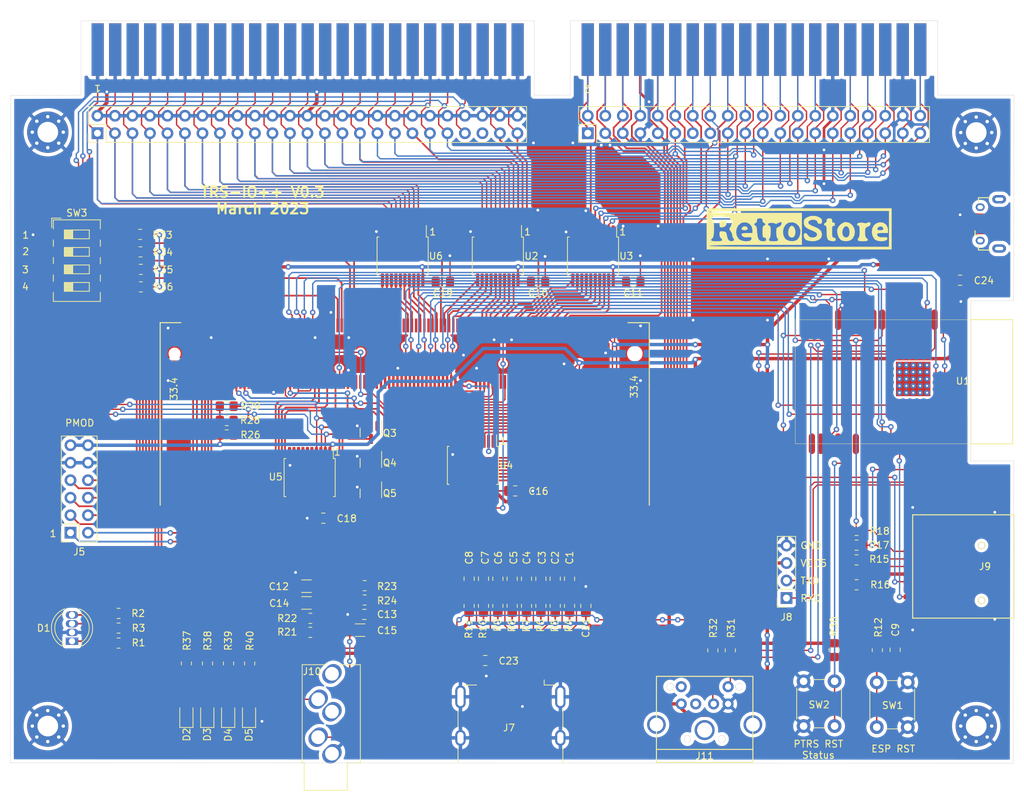
<source format=kicad_pcb>
(kicad_pcb (version 20211014) (generator pcbnew)
  (layers (0 "F.Cu" signal) (31 "B.Cu" signal) (34 "B.Paste" user) (35 "F.Paste" user) (36 "B.SilkS" user "B.Silkscreen") (37 "F.SilkS" user "F.Silkscreen") (38 "B.Mask" user) (39 "F.Mask" user) (44 "Edge.Cuts" user))
  (net 0 "")
  (net 1 "CASS_IN")
  (net 2 "GND")
  (net 3 "+5V")
  (net 4 "+3V3")
  (net 5 "PS2_DATA")
  (net 6 "PS2_CLK")
  (net 7 "CS_SD")
  (net 8 "MOSI")
  (net 9 "SCK")
  (net 10 "CASS_OUT")
  (net 12 "TXD0")
  (net 13 "RXD0")
  (net 25 "_A0")
  (net 26 "_A1")
  (net 27 "_A2")
  (net 28 "_A3")
  (net 29 "ESP_RESET")
  (net 30 "_A4")
  (net 31 "_A5")
  (net 32 "CS_FPGA")
  (net 33 "_A6")
  (net 34 "_A7")
  (net 35 "_A8")
  (net 36 "ESP_S0")
  (net 37 "_A9")
  (net 38 "ESP_S1")
  (net 39 "_A10")
  (net 40 "ESP_S2")
  (net 41 "_A11")
  (net 42 "ESP_S3")
  (net 44 "_A12")
  (net 47 "REQ")
  (net 50 "_A13")
  (net 51 "_A14")
  (net 52 "DONE")
  (net 53 "_A15")
  (net 54 "ABUS_EN")
  (net 55 "ABUS_DIR")
  (net 56 "_D0")
  (net 57 "_D1")
  (net 58 "_D2")
  (net 59 "_D3")
  (net 60 "_D4")
  (net 61 "_D5")
  (net 62 "_D6")
  (net 63 "_D7")
  (net 64 "DBUS_EN")
  (net 65 "DBUS_DIR")
  (net 66 "_RAS_N")
  (net 67 "_OUT_N")
  (net 68 "_IN_N")
  (net 69 "_RD_N")
  (net 70 "_WR_N")
  (net 71 "_IOREQ_N")
  (net 72 "_M1_N")
  (net 73 "_RESET_N")
  (net 74 "CTRL_DIR")
  (net 75 "CTRL_EN")
  (net 78 "CTRL1_EN")
  (net 81 "EXTIOSEL_IN_N")
  (net 82 "WAIT_IN_N")
  (net 83 "INT_IN_N")
  (net 84 "CONF_1")
  (net 85 "CONF_2")
  (net 86 "CONF_3")
  (net 87 "CONF_4")
  (net 140 "D0")
  (net 141 "D1")
  (net 142 "D2")
  (net 143 "D3")
  (net 144 "D4")
  (net 145 "D5")
  (net 146 "D6")
  (net 147 "D7")
  (net 148 "A0")
  (net 149 "A1")
  (net 150 "A2")
  (net 151 "A3")
  (net 152 "A4")
  (net 153 "A5")
  (net 154 "A6")
  (net 155 "A7")
  (net 156 "IN_N")
  (net 157 "OUT_N")
  (net 158 "RESET_N")
  (net 159 "EXTIOSEL_N")
  (net 161 "M1_N")
  (net 162 "IOREQ_N")
  (net 163 "SYSRES_N")
  (net 164 "RAS_N")
  (net 165 "A10")
  (net 166 "CAS_N")
  (net 167 "A13")
  (net 168 "A12")
  (net 169 "A15")
  (net 170 "A14")
  (net 171 "A11")
  (net 172 "A8")
  (net 173 "INTACK_N")
  (net 174 "WR_N")
  (net 175 "MUX")
  (net 176 "RD_N")
  (net 177 "A9")
  (net 178 "INT_N")
  (net 179 "TEST_N")
  (net 180 "WAIT_N")
  (net 181 "5V")
  (net 183 "MISO")
  (net 184 "INT")
  (net 185 "WAIT")
  (net 186 "EXTIOSEL")
  (net 187 "LED_RED")
  (net 188 "LED_GREEN")
  (net 189 "LED_BLUE")
  (net 190 "ID0")
  (net 191 "ABUS_DIR_N")
  (net 195 "Net-(J9-Pad1)")
  (net 196 "Net-(J9-Pad8)")
  (net 202 "HDMI_TX2_P")
  (net 203 "/D2+")
  (net 204 "HDMI_TX2_N")
  (net 205 "/D2-")
  (net 206 "HDMI_TX1_P")
  (net 207 "/D1+")
  (net 208 "HDMI_TX1_N")
  (net 209 "/D1-")
  (net 210 "HDMI_TX0_P")
  (net 211 "/D0+")
  (net 212 "HDMI_TX0_N")
  (net 213 "/D0-")
  (net 214 "HDMI_TXC_P")
  (net 215 "/CK+")
  (net 216 "HDMI_TXC_N")
  (net 217 "/CK-")
  (net 218 "Net-(C13-Pad1)")
  (net 219 "Net-(C14-Pad1)")
  (net 220 "Net-(C15-Pad1)")
  (net 221 "LED1")
  (net 222 "LED2")
  (net 223 "LED3")
  (net 224 "LED4")
  (net 231 "JTAG_TDO")
  (net 233 "Net-(D1-Pad1)")
  (net 234 "Net-(D1-Pad3)")
  (net 235 "Net-(D1-Pad4)")
  (net 236 "JTAG_TMS")
  (net 237 "JTAG_TCK")
  (net 238 "JTAG_TDI")
  (net 239 "Net-(D2-Pad2)")
  (net 240 "Net-(D3-Pad2)")
  (net 241 "Net-(D4-Pad2)")
  (net 242 "Net-(D5-Pad2)")
  (net 243 "PMOD_IO1")
  (net 244 "PMOD_IO2")
  (net 245 "PMOD_IO3")
  (net 246 "PMOD_IO4")
  (net 247 "PMOD_IO5")
  (net 248 "PMOD_IO6")
  (net 249 "PMOD_IO7")
  (net 250 "PMOD_IO8")
  (footprint "Resistor_SMD:R_0805_2012Metric_Pad1.20x1.40mm_HandSolder" (layer "F.Cu") (at 79.4355 70.104 180)
    (fp_text reference "R33")
    (fp_text value "4K7")
  )
  (footprint "Resistor_SMD:R_0805_2012Metric_Pad1.20x1.40mm_HandSolder" (layer "F.Cu") (at 92.269032 132.3848 -90)
    (fp_text reference "R39")
    (fp_text value "100")
  )
  (footprint "Capacitor_SMD:C_1206_3216Metric_Pad1.33x1.80mm_HandSolder" (layer "F.Cu") (at 111.368799 127.551799)
    (fp_text reference "C15")
    (fp_text value "10U")
  )
  (footprint "Resistor_SMD:R_0805_2012Metric_Pad1.20x1.40mm_HandSolder" (layer "F.Cu") (at 133.4359 124.0282 90)
    (fp_text reference "R8")
    (fp_text value "50")
  )
  (footprint "Resistor_SMD:R_0805_2012Metric_Pad1.20x1.40mm_HandSolder" (layer "F.Cu") (at 95.3301 132.3848 -90)
    (fp_text reference "R40")
    (fp_text value "100")
  )
  (footprint "Button_Switch_SMD:SW_DIP_SPSTx04_Slide_6.7x11.72mm_W8.61mm_P2.54mm_LowProfile" (layer "F.Cu") (at 70.2407 73.914)
    (fp_text reference "SW3")
    (fp_text value "SW_DIP_x04")
  )
  (footprint "Resistor_SMD:R_0805_2012Metric_Pad1.20x1.40mm_HandSolder" (layer "F.Cu") (at 91.9988 95.0468)
    (fp_text reference "R29")
    (fp_text value "4K7")
  )
  (footprint "LED_SMD:LED_0805_2012Metric_Pad1.15x1.40mm_HandSolder" (layer "F.Cu") (at 89.177666 139.8176 90)
    (fp_text reference "D3")
    (fp_text value "LED")
  )
  (footprint "Capacitor_SMD:C_0805_2012Metric_Pad1.18x1.45mm_HandSolder" (layer "F.Cu") (at 133.88235 107.3404 180)
    (fp_text reference "C16")
    (fp_text value "0.1uF")
  )
  (footprint "Resistor_SMD:R_0805_2012Metric_Pad1.20x1.40mm_HandSolder" (layer "F.Cu") (at 129.2703 124.0282 90)
    (fp_text reference "R10")
    (fp_text value "50")
  )
  (footprint "Resistor_SMD:R_0805_2012Metric_Pad1.20x1.40mm_HandSolder" (layer "F.Cu") (at 79.5371 75.184 180)
    (fp_text reference "R35")
    (fp_text value "4K7")
  )
  (footprint "LED_SMD:LED_0805_2012Metric_Pad1.15x1.40mm_HandSolder" (layer "F.Cu") (at 86.1466 139.8176 90)
    (fp_text reference "D2")
    (fp_text value "LED")
  )
  (footprint "Resistor_SMD:R_0805_2012Metric_Pad1.20x1.40mm_HandSolder" (layer "F.Cu") (at 135.5187 124.0282 90)
    (fp_text reference "R7")
    (fp_text value "50")
  )
  (footprint "MountingHole:MountingHole_3mm_Pad_Via" (layer "F.Cu") (at 200.7967 141.478)
    (fp_text reference "H3" hide)
    (fp_text value "MountingHole_Pad")
  )
  (footprint "Resistor_SMD:R_0805_2012Metric_Pad1.20x1.40mm_HandSolder" (layer "F.Cu") (at 183.4231 120.9675)
    (fp_text reference "R16")
    (fp_text value "10K")
  )
  (footprint "Capacitor_SMD:C_1206_3216Metric_Pad1.33x1.80mm_HandSolder" (layer "F.Cu") (at 103.579399 121.167999 180)
    (fp_text reference "C12")
    (fp_text value "1U")
  )
  (footprint "Capacitor_SMD:C_0805_2012Metric_Pad1.18x1.45mm_HandSolder" (layer "F.Cu") (at 131.3531 120.0912 -90)
    (fp_text reference "C6")
    (fp_text value "100n")
  )
  (footprint "Resistor_SMD:R_0805_2012Metric_Pad1.20x1.40mm_HandSolder" (layer "F.Cu") (at 79.4863 72.644 180)
    (fp_text reference "R34")
    (fp_text value "4K7")
  )
  (footprint "Resistor_SMD:R_0805_2012Metric_Pad1.20x1.40mm_HandSolder" (layer "F.Cu") (at 76.3016 125.1204 180)
    (fp_text reference "R2")
    (fp_text value "100")
  )
  (footprint "Capacitor_SMD:C_0805_2012Metric_Pad1.18x1.45mm_HandSolder" (layer "F.Cu") (at 135.5187 120.0912 -90)
    (fp_text reference "C4")
    (fp_text value "100n")
  )
  (footprint "Resistor_SMD:R_0805_2012Metric_Pad1.20x1.40mm_HandSolder" (layer "F.Cu") (at 165.1 130.4925 90)
    (fp_text reference "R31")
    (fp_text value "2K")
  )
  (footprint "Capacitor_SMD:C_0805_2012Metric_Pad1.18x1.45mm_HandSolder" (layer "F.Cu") (at 137.6015 120.0912 -90)
    (fp_text reference "C3")
    (fp_text value "100n")
  )
  (footprint "Capacitor_SMD:C_0805_2012Metric_Pad1.18x1.45mm_HandSolder" (layer "F.Cu") (at 129.2703 120.0912 -90)
    (fp_text reference "C7")
    (fp_text value "100n")
  )
  (footprint "MountingHole:MountingHole_3mm_Pad_Via" (layer "F.Cu") (at 200.7967 55.3212)
    (fp_text reference "H2" hide)
    (fp_text value "MountingHole_Pad")
  )
  (footprint "Capacitor_SMD:C_0805_2012Metric_Pad1.18x1.45mm_HandSolder" (layer "F.Cu") (at 141.7671 120.0912 -90)
    (fp_text reference "C1")
    (fp_text value "100n")
  )
  (footprint "Button_Switch_THT:SW_PUSH_6mm" (layer "F.Cu") (at 175.7375 141.4768 90)
    (fp_text reference "SW2")
    (fp_text value "PTRS_RESET/STATUS")
  )
  (footprint "Connector_PinHeader_2.54mm:PinHeader_2x20_P2.54mm_Vertical" (layer "F.Cu") (at 144.4137 55.4228 90)
    (fp_text reference "J2" hide)
    (fp_text value "TRS-80 M1 Pin Connector")
  )
  (footprint "PocketTRS_Connectors:Jack_3.5mm_CUI_SJ1-3535NG_Horizontal_CircularHoles" (layer "F.Cu") (at 107.273899 145.491199 180)
    (fp_text reference "J10")
    (fp_text value "AudioJack3")
  )
  (footprint "Capacitor_SMD:C_0805_2012Metric_Pad1.18x1.45mm_HandSolder" (layer "F.Cu") (at 123.3775 76.962 180)
    (fp_text reference "C19")
    (fp_text value "0.1uF")
  )
  (footprint "Capacitor_SMD:C_0805_2012Metric_Pad1.18x1.45mm_HandSolder" (layer "F.Cu") (at 127.1875 120.0912 -90)
    (fp_text reference "C8")
    (fp_text value "100n")
  )
  (footprint "Capacitor_SMD:C_0805_2012Metric_Pad1.18x1.45mm_HandSolder" (layer "F.Cu") (at 129.5243 131.9657)
    (fp_text reference "C23")
    (fp_text value "100n")
  )
  (footprint "Package_TO_SOT_SMD:SOT-23" (layer "F.Cu") (at 112.9284 98.8568 -90)
    (fp_text reference "Q3")
    (fp_text value "2N7002")
  )
  (footprint "trs-io-m1:HDMI_A_Molex_208658-1001_Horizontal" (layer "F.Cu") (at 133.1819 139.758 -90)
    (fp_text reference "J7")
    (fp_text value "HDMI_A")
  )
  (footprint "PocketTRS_Connectors:TFP09-2-12B" (layer "F.Cu") (at 201.57 118.3132 90)
    (fp_text reference "J9")
    (fp_text value "SD_Card")
  )
  (footprint "Capacitor_SMD:C_0805_2012Metric_Pad1.18x1.45mm_HandSolder" (layer "F.Cu") (at 189.0268 130.4036 -90)
    (fp_text reference "C9")
    (fp_text value "100n")
  )
  (footprint "Resistor_SMD:R_0805_2012Metric_Pad1.20x1.40mm_HandSolder" (layer "F.Cu") (at 79.5371 77.724 180)
    (fp_text reference "R36")
    (fp_text value "4K7")
  )
  (footprint "Connector_PinSocket_2.54mm:PinSocket_1x04_P2.54mm_Vertical" (layer "F.Cu") (at 173.255166 122.8926 180)
    (fp_text reference "J8")
    (fp_text value "Serial Monitor")
  )
  (footprint "Resistor_SMD:R_0805_2012Metric_Pad1.20x1.40mm_HandSolder" (layer "F.Cu") (at 183.4231 115.2144)
    (fp_text reference "R17")
    (fp_text value "10K")
  )
  (footprint "Resistor_SMD:R_0805_2012Metric_Pad1.20x1.40mm_HandSolder" (layer "F.Cu") (at 91.9988 99.2124)
    (fp_text reference "R26")
    (fp_text value "4K7")
  )
  (footprint "Package_TO_SOT_SMD:SOT-23" (layer "F.Cu") (at 112.9284 103.2764 -90)
    (fp_text reference "Q4")
    (fp_text value "2N7002")
  )
  (footprint "Button_Switch_THT:SW_PUSH_6mm" (layer "F.Cu") (at 186.3547 141.6292 90)
    (fp_text reference "SW1")
    (fp_text value "ESP_RESET")
  )
  (footprint "LOGO" (layer "F.Cu") (at 175.0919 69.2404)
    (fp_text reference "G1" hide)
    (fp_text value "LOGO" hide)
  )
  (footprint "Resistor_SMD:R_0805_2012Metric_Pad1.20x1.40mm_HandSolder" (layer "F.Cu") (at 162.56 130.4925 90)
    (fp_text reference "R32")
    (fp_text value "2K")
  )
  (footprint "Connector_PinSocket_2.54mm:PinSocket_2x06_P2.54mm_Vertical" (layer "F.Cu") (at 69.322 113.4114 180)
    (fp_text reference "J5")
    (fp_text value "Conn_02x06_Odd_Even")
  )
  (footprint "Resistor_SMD:R_0805_2012Metric_Pad1.20x1.40mm_HandSolder" (layer "F.Cu") (at 183.4231 113.0808)
    (fp_text reference "R18")
    (fp_text value "10K")
  )
  (footprint "Resistor_SMD:R_0805_2012Metric_Pad1.20x1.40mm_HandSolder" (layer "F.Cu") (at 76.3016 129.4384 180)
    (fp_text reference "R1")
    (fp_text value "100")
  )
  (footprint "trs-io-m3:SSOP-20_5.3x7.2mm_P0.65mm_slim" (layer "F.Cu") (at 145.1707 73.2536 -90)
    (fp_text reference "U3")
    (fp_text value "74LVC245")
  )
  (footprint "LED_SMD:LED_0805_2012Metric_Pad1.15x1.40mm_HandSolder" (layer "F.Cu") (at 92.208732 139.8176 90)
    (fp_text reference "D4")
    (fp_text value "LED")
  )
  (footprint "trs-io-m3:SSOP-20_5.3x7.2mm_P0.65mm_slim" (layer "F.Cu") (at 127.73555 103.632 -90)
    (fp_text reference "U4")
    (fp_text value "74LVC245")
  )
  (footprint "esp32-wrover:ESP32-WROVER" (layer "F.Cu") (at 199.4759 91.4908 -90)
    (fp_text reference "U1")
    (fp_text value "ESP32-WROVER-B" hide)
  )
  (footprint "Capacitor_SMD:C_0805_2012Metric_Pad1.18x1.45mm_HandSolder" (layer "F.Cu") (at 144.1293 124.0282 90)
    (fp_text reference "C21")
    (fp_text value "100n")
  )
  (footprint "Resistor_SMD:R_0805_2012Metric_Pad1.20x1.40mm_HandSolder" (layer "F.Cu") (at 180.1719 130.4544 -90)
    (fp_text reference "R30")
    (fp_text value "4K7")
  )
  (footprint "MountingHole:MountingHole_3mm_Pad_Via" (layer "F.Cu") (at 66.0243 55.2704)
    (fp_text reference "H1" hide)
    (fp_text value "MountingHole_Pad")
  )
  (footprint "Resistor_SMD:R_0805_2012Metric_Pad1.20x1.40mm_HandSolder" (layer "F.Cu") (at 112.029199 123.182999 180)
    (fp_text reference "R24")
    (fp_text value "150R")
  )
  (footprint "Package_TO_SOT_SMD:SOT-23" (layer "F.Cu") (at 112.9284 107.696 -90)
    (fp_text reference "Q5")
    (fp_text value "2N7002")
  )
  (footprint "Capacitor_SMD:C_0805_2012Metric_Pad1.18x1.45mm_HandSolder" (layer "F.Cu") (at 133.4359 120.0912 -90)
    (fp_text reference "C5")
    (fp_text value "100n")
  )
  (footprint "Resistor_SMD:R_0805_2012Metric_Pad1.20x1.40mm_HandSolder" (layer "F.Cu") (at 186.436 130.4544 -90)
    (fp_text reference "R12")
    (fp_text value "10K")
  )
  (footprint "Resistor_SMD:R_0805_2012Metric_Pad1.20x1.40mm_HandSolder" (layer "F.Cu") (at 104.14 125.841599 180)
    (fp_text reference "R22")
    (fp_text value "4K7")
  )
  (footprint "PocketTRS_Connectors:USBmicro-B" (layer "F.Cu") (at 204.124 68.58 90)
    (fp_text reference "J12")
    (fp_text value "USB_B_Micro")
  )
  (footprint "Capacitor_SMD:C_0805_2012Metric_Pad1.18x1.45mm_HandSolder" (layer "F.Cu") (at 151.0127 76.962 180)
    (fp_text reference "C11")
    (fp_text value "0.1uF")
  )
  (footprint "Resistor_SMD:R_0805_2012Metric_Pad1.20x1.40mm_HandSolder" (layer "F.Cu") (at 91.9988 97.1296)
    (fp_text reference "R28")
    (fp_text value "4K7")
  )
  (footprint "Resistor_SMD:R_0805_2012Metric_Pad1.20x1.40mm_HandSolder" (layer "F.Cu") (at 112.029199 121.100199 180)
    (fp_text reference "R23")
    (fp_text value "270R")
  )
  (footprint "Resistor_SMD:R_0805_2012Metric_Pad1.20x1.40mm_HandSolder" (layer "F.Cu") (at 141.7671 124.0282 90)
    (fp_text reference "R4")
    (fp_text value "50")
  )
  (footprint "Capacitor_SMD:C_0805_2012Metric_Pad1.18x1.45mm_HandSolder" (layer "F.Cu") (at 198.4599 76.7588 180)
    (fp_text reference "C24")
    (fp_text value "100n")
  )
  (footprint "Resistor_SMD:R_0805_2012Metric_Pad1.20x1.40mm_HandSolder" (layer "F.Cu") (at 89.207966 132.3848 -90)
    (fp_text reference "R38")
    (fp_text value "100")
  )
  (footprint "trs-io-m1:TRSEDGE" (layer "F.Cu") (at 168.4117 41.5036 180)
    (fp_text reference "J4" hide)
    (fp_text value "TRS-80 M1 Edge Connector")
  )
  (footprint "PocketTRS_Connectors:EDGE50" (layer "F.Cu") (at 111.9983 43.2816 180)
    (fp_text reference "J3" hide)
    (fp_text value "TRS-80 M3 Edge Connector")
  )
  (footprint "trs-io-m3:SSOP-20_5.3x7.2mm_P0.65mm_slim" (layer "F.Cu") (at 131.3531 73.2536 -90)
    (fp_text reference "U2")
    (fp_text value "74LVC245")
  )
  (footprint "Capacitor_SMD:C_0805_2012Metric_Pad1.18x1.45mm_HandSolder" (layer "F.Cu") (at 139.6843 120.0912 -90)
    (fp_text reference "C2")
    (fp_text value "100n")
  )
  (footprint "LED_THT:LED_D5.0mm-4_RGB" (layer "F.Cu") (at 69.5432 129.156 90)
    (fp_text reference "D1")
    (fp_text value "LED_RKBG")
  )
  (footprint "PocketTRS_Connectors:minidin_6_ps2_pcb_mount" (layer "F.Cu") (at 161.3759 140.5128 180)
    (fp_text reference "J11")
    (fp_text value "Mini-DIN-6" hide)
  )
  (footprint "Tang20K:DDR3_socket" (layer "F.Cu") (at 117.8403 87.4229 -90)
    (fp_text reference "Conn1" hide)
    (fp_text value "Conn_DDR3_Socket")
  )
  (footprint "Resistor_SMD:R_0805_2012Metric_Pad1.20x1.40mm_HandSolder" (layer "F.Cu") (at 86.1469 132.3848 -90)
    (fp_text reference "R37")
    (fp_text value "100")
  )
  (footprint "Resistor_SMD:R_0805_2012Metric_Pad1.20x1.40mm_HandSolder" (layer "F.Cu") (at 139.6843 124.0282 90)
    (fp_text reference "R5")
    (fp_text value "50")
  )
  (footprint "Resistor_SMD:R_0805_2012Metric_Pad1.20x1.40mm_HandSolder" (layer "F.Cu") (at 76.3016 127.254 180)
    (fp_text reference "R3")
    (fp_text value "100")
  )
  (footprint "Connector_PinHeader_2.54mm:PinHeader_2x25_P2.54mm_Vertical" (layer "F.Cu") (at 73.2379 55.4228 90)
    (fp_text reference "J1" hide)
    (fp_text value "TRS-80 M3 Pin Header")
  )
  (footprint "LED_SMD:LED_0805_2012Metric_Pad1.15x1.40mm_HandSolder" (layer "F.Cu") (at 95.2398 139.8176 90)
    (fp_text reference "D5")
    (fp_text value "LED")
  )
  (footprint "Resistor_SMD:R_0805_2012Metric_Pad1.20x1.40mm_HandSolder" (layer "F.Cu") (at 127.1875 124.0282 90)
    (fp_text reference "R11")
    (fp_text value "50")
  )
  (footprint "Resistor_SMD:R_0805_2012Metric_Pad1.20x1.40mm_HandSolder" (layer "F.Cu") (at 131.3531 124.0282 90)
    (fp_text reference "R9")
    (fp_text value "50")
  )
  (footprint "Capacitor_SMD:C_0805_2012Metric_Pad1.18x1.45mm_HandSolder" (layer "F.Cu") (at 106.0196 111.3028 180)
    (fp_text reference "C18")
    (fp_text value "0.1uF")
  )
  (footprint "trs-io-m3:SSOP-20_5.3x7.2mm_P0.65mm_slim" (layer "F.Cu") (at 104.0384 105.41 -90)
    (fp_text reference "U5")
    (fp_text value "74LVC245")
  )
  (footprint "MountingHole:MountingHole_3mm_Pad_Via" (layer "F.Cu") (at 66.0243 141.478)
    (fp_text reference "H4" hide)
    (fp_text value "MountingHole_Pad")
  )
  (footprint "Capacitor_SMD:C_0805_2012Metric_Pad1.18x1.45mm_HandSolder" (layer "F.Cu") (at 137.1951 76.962 180)
    (fp_text reference "C10")
    (fp_text value "0.1uF")
  )
  (footprint "Resistor_SMD:R_0805_2012Metric_Pad1.20x1.40mm_HandSolder" (layer "F.Cu") (at 183.4231 117.348)
    (fp_text reference "R15")
    (fp_text value "10K")
  )
  (footprint "Resistor_SMD:R_0805_2012Metric_Pad1.20x1.40mm_HandSolder" (layer "F.Cu") (at 137.6015 124.0282 90)
    (fp_text reference "R6")
    (fp_text value "50")
  )
  (footprint "Resistor_SMD:R_0805_2012Metric_Pad1.20x1.40mm_HandSolder" (layer "F.Cu") (at 104.14 127.873599)
    (fp_text reference "R21")
    (fp_text value "4K7")
  )
  (footprint "trs-io-m3:SSOP-20_5.3x7.2mm_P0.65mm_slim" (layer "F.Cu") (at 117.5355 73.2536 -90)
    (fp_text reference "U6")
    (fp_text value "74LVC245")
  )
  (footprint "Capacitor_SMD:C_0805_2012Metric_Pad1.18x1.45mm_HandSolder" (layer "F.Cu") (at 111.978399 125.265799 180)
    (fp_text reference "C13")
    (fp_text value "100N")
  )
  (footprint "Capacitor_SMD:C_1206_3216Metric_Pad1.33x1.80mm_HandSolder" (layer "F.Cu") (at 103.579399 123.606399)
    (fp_text reference "C14")
    (fp_text value "10U")
  )
  (gr_line (start 206.245 102.997) (end 206.1815 146.862799) (layer "Edge.Cuts") (width 0.05))
  (gr_line (start 195.2087 39.0906) (end 141.8687 39.0906) (layer "Edge.Cuts") (width 0.05))
  (gr_line (start 141.8687 49.8856) (end 141.8687 39.0906) (layer "Edge.Cuts") (width 0.05))
  (gr_line (start 136.6363 49.911) (end 136.6363 39.116) (layer "Edge.Cuts") (width 0.05))
  (gr_circle (center 201.5587 123.2408) (end 202.0159 123.0884) (layer "Edge.Cuts") (width 0.05) (fill none))
  (gr_line (start 200.022 102.997) (end 206.245 102.997) (layer "Edge.Cuts") (width 0.05))
  (gr_line (start 60.5887 146.812) (end 60.6395 49.9364) (layer "Edge.Cuts") (width 0.05))
  (gr_line (start 200.022 102.997) (end 200.022 79.756) (layer "Edge.Cuts") (width 0.05))
  (gr_line (start 141.8687 49.8856) (end 136.6363 49.911) (layer "Edge.Cuts") (width 0.05))
  (gr_circle (center 201.5587 115.2652) (end 201.9651 115.0112) (layer "Edge.Cuts") (width 0.05) (fill none))
  (gr_line (start 195.2087 49.8856) (end 195.2087 39.0906) (layer "Edge.Cuts") (width 0.05))
  (gr_line (start 206.245 79.756) (end 206.2831 49.8856) (layer "Edge.Cuts") (width 0.05))
  (gr_line (start 60.6395 49.9364) (end 70.8503 49.911) (layer "Edge.Cuts") (width 0.05))
  (gr_line (start 70.8503 49.911) (end 70.8503 39.116) (layer "Edge.Cuts") (width 0.05))
  (gr_line (start 136.6363 39.116) (end 70.8503 39.116) (layer "Edge.Cuts") (width 0.05))
  (gr_line (start 200.022 79.756) (end 206.245 79.756) (layer "Edge.Cuts") (width 0.05))
  (gr_line (start 206.2831 49.8856) (end 195.2087 49.8856) (layer "Edge.Cuts") (width 0.05))
  (gr_line (start 206.1815 146.862799) (end 60.5887 146.812) (layer "Edge.Cuts") (width 0.05))
  (gr_text "1" (at 149.4887 69.7484) (layer "F.SilkS") (effects (font (size 1 1))))
  (gr_text "2" (at 62.8239 72.5932) (layer "F.SilkS") (effects (font (size 1 1))))
  (gr_text "1" (at 66.802 113.538) (layer "F.SilkS") (effects (font (size 1 1))))
  (gr_text "ESP RST" (at 188.7571 144.78) (layer "F.SilkS") (effects (font (size 1 1))))
  (gr_text "4" (at 62.7731 77.724) (layer "F.SilkS") (effects (font (size 1 1))))
  (gr_text "TRS-IO++ V0.3\nMarch 2023" (at 97.2155 65.1764) (layer "F.SilkS") (effects (font (size 1.5 1.5) (thickness 0.3))))
  (gr_text "3" (at 62.7731 75.2348) (layer "F.SilkS") (effects (font (size 1 1))))
  (gr_text "GND" (at 178.438338 115.2652) (layer "F.SilkS") (effects (font (size 1 1)) (justify right)))
  (gr_text "2" (at 144.3579 48.971199 180) (layer "F.SilkS") (effects (font (size 1 1))))
  (gr_text "1" (at 121.9043 69.7484) (layer "F.SilkS") (effects (font (size 1 1))))
  (gr_text "VCC5" (at 179.200243 117.856) (layer "F.SilkS") (effects (font (size 1 1)) (justify right)))
  (gr_text "RXD" (at 178.3431 122.936) (layer "F.SilkS") (effects (font (size 1 1)) (justify right)))
  (gr_text "1" (at 135.6711 69.7484) (layer "F.SilkS") (effects (font (size 1 1))))
  (gr_text "1" (at 132.10435 100.1268) (layer "F.SilkS") (effects (font (size 1 1))))
  (gr_text "PMOD" (at 70.6628 97.4852) (layer "F.SilkS") (effects (font (size 1 1))))
  (gr_text "PTRS RST\nStatus" (at 177.8859 144.8816) (layer "F.SilkS") (effects (font (size 1 1))))
  (gr_text "TXD" (at 178.105005 120.396) (layer "F.SilkS") (effects (font (size 1 1)) (justify right)))
  (gr_text "1" (at 62.8239 70.2056) (layer "F.SilkS") (effects (font (size 1 1))))
  (gr_text "1" (at 73.2379 48.9204 180) (layer "F.SilkS") (effects (font (size 1 1))))
  (gr_text "1" (at 108.0516 101.7016) (layer "F.SilkS") (effects (font (size 1 1))))
  (segment (start 169.2275 87.28831) (end 169.41039 87.4712) (width 0.2) (layer "F.Cu") (net 1))
  (segment (start 125.4125 126.365) (end 125.4125 129.54) (width 0.2) (layer "F.Cu") (net 1))
  (segment (start 125.73 126.0475) (end 125.4125 126.365) (width 0.2) (layer "F.Cu") (net 1))
  (segment (start 169.2275 89.1413) (end 169.2275 124.7775) (width 0.2) (layer "F.Cu") (net 1))
  (segment (start 124.7775 130.175) (end 106.045 130.175) (width 0.2) (layer "F.Cu") (net 1))
  (segment (start 105.14 129.27) (end 105.14 127.873599) (width 0.2) (layer "F.Cu") (net 1))
  (segment (start 106.045 130.175) (end 105.14 129.27) (width 0.2) (layer "F.Cu") (net 1))
  (segment (start 105.141899 121.167999) (end 105.141899 123.606399) (width 0.2) (layer "F.Cu") (net 1))
  (segment (start 105.141899 123.606399) (end 105.141899 125.73) (width 0.2) (layer "F.Cu") (net 1))
  (segment (start 169.2275 124.7775) (end 167.9575 126.0475) (width 0.2) (layer "F.Cu") (net 1))
  (segment (start 169.41039 87.4712) (end 193.8943 87.4712) (width 0.2) (layer "F.Cu") (net 1))
  (segment (start 155.2575 126.0475) (end 145.7325 126.0475) (width 0.2) (layer "F.Cu") (net 1))
  (segment (start 193.8943 87.4712) (end 194.7559 86.6096) (width 0.2) (layer "F.Cu") (net 1))
  (segment (start 125.4125 129.54) (end 124.7775 130.175) (width 0.2) (layer "F.Cu") (net 1))
  (segment (start 194.7559 86.6096) (end 194.7559 82.4908) (width 0.2) (layer "F.Cu") (net 1))
  (segment (start 105.14 125.841599) (end 105.14 127.873599) (width 0.2) (layer "F.Cu") (net 1))
  (segment (start 167.9575 126.0475) (end 157.48 126.0475) (width 0.2) (layer "F.Cu") (net 1))
  (via (at 155.2575 126.0475) (size 0.8) (drill 0.4) (layers "F.Cu" "B.Cu") (net 1))
  (via (at 169.2275 89.1413) (size 0.8) (drill 0.4) (layers "F.Cu" "B.Cu") (net 1))
  (via (at 157.48 126.0475) (size 0.8) (drill 0.4) (layers "F.Cu" "B.Cu") (net 1))
  (via (at 125.73 126.0475) (size 0.8) (drill 0.4) (layers "F.Cu" "B.Cu") (net 1))
  (via (at 169.2275 87.28831) (size 0.8) (drill 0.4) (layers "F.Cu" "B.Cu") (net 1))
  (via (at 145.7325 126.0475) (size 0.8) (drill 0.4) (layers "F.Cu" "B.Cu") (net 1))
  (segment (start 145.0975 125.4125) (end 126.365 125.4125) (width 0.2) (layer "B.Cu") (net 1))
  (segment (start 126.365 125.4125) (end 125.73 126.0475) (width 0.2) (layer "B.Cu") (net 1))
  (segment (start 145.7325 126.0475) (end 145.0975 125.4125) (width 0.2) (layer "B.Cu") (net 1))
  (segment (start 157.48 126.0475) (end 155.2575 126.0475) (width 0.2) (layer "B.Cu") (net 1))
  (segment (start 169.2275 89.1413) (end 169.2275 87.28831) (width 0.2) (layer "B.Cu") (net 1))
  (segment (start 96.9903 90.3229) (end 97.0903 90.2229) (width 0.2) (layer "F.Cu") (net 2))
  (segment (start 86.1016 140.8176) (end 89.162666 140.8176) (width 0.2) (layer "F.Cu") (net 2))
  (segment (start 105.9903 90.3229) (end 105.8903 90.2229) (width 0.2) (layer "F.Cu") (net 2))
  (segment (start 102.979399 125.841599) (end 102.979399 121.394399) (width 0.2) (layer "F.Cu") (net 2))
  (segment (start 102.4903 92.8229) (end 104.05 92.8229) (width 0.2) (layer "F.Cu") (net 2))
  (segment (start 101.1134 101.91) (end 101.7634 101.91) (width 0.25) (layer "F.Cu") (net 2))
  (segment (start 97.2903 83.3229) (end 97.2903 84.5229) (width 0.2) (layer "F.Cu") (net 2))
  (segment (start 110.9703 106.7585) (end 110.9472 106.7816) (width 0.25) (layer "F.Cu") (net 2))
  (segment (start 95.2848 140.8176) (end 97.0788 140.8176) (width 0.2) (layer "F.Cu") (net 2))
  (segment (start 136.1184 84.6229) (end 135.3618 84.6229) (width 0.2) (layer "F.Cu") (net 2))
  (segment (start 65.9357 70.104) (end 63.9415 70.104) (width 0.2) (layer "F.Cu") (net 2))
  (segment (start 189.0561 129.3368) (end 190.9572 129.3368) (width 0.25) (layer "F.Cu") (net 2))
  (segment (start 96.8903 90.2229) (end 96.9903 90.3229) (width 0.2) (layer "F.Cu") (net 2))
  (segment (start 90.9572 84.6229) (end 90.6903 84.356) (width 0.2) (layer "F.Cu") (net 2))
  (segment (start 142.2903 83.3229) (end 142.2903 84.5229) (width 0.2) (layer "F.Cu") (net 2))
  (segment (start 198.5659 82.4908) (end 198.5659 79.862) (width 0.381) (layer "F.Cu") (net 2))
  (segment (start 147.3903 91.5229) (end 147.3903 92.7229) (width 0.2) (layer "F.Cu") (net 2))
  (segment (start 95.4903 84.5229) (end 95.5903 84.6229) (width 0.2) (layer "F.Cu") (net 2))
  (segment (start 97.073 84.6229) (end 97.2903 84.4056) (width 0.2) (layer "F.Cu") (net 2))
  (segment (start 108.9903 90.4856) (end 109.6615 89.8144) (width 0.2) (layer "F.Cu") (net 2))
  (segment (start 145.5903 91.5229) (end 145.5903 92.7229) (width 0.2) (layer "F.Cu") (net 2))
  (segment (start 201.17 110.5632) (end 203.3651 110.5632) (width 0.2) (layer "F.Cu") (net 2))
  (segment (start 134.2868 138.6332) (end 134.9218 138.6332) (width 0.25) (layer "F.Cu") (net 2))
  (segment (start 108.63065 88.7588) (end 108.0247 88.7588) (width 0.2) (layer "F.Cu") (net 2))
  (segment (start 107.1903 91.5229) (end 107.1903 90.3229) (width 0.2) (layer "F.Cu") (net 2))
  (segment (start 103.7179 52.3621) (end 105.0768 51.0032) (width 0.50038) (layer "F.Cu") (net 2))
  (segment (start 132.6819 138.6158) (end 132.6993 138.6332) (width 0.25) (layer "F.Cu") (net 2))
  (segment (start 138.3903 90.3229) (end 138.2903 90.2229) (width 0.2) (layer "F.Cu") (net 2))
  (segment (start 124.415 76.962) (end 124.415 73.2243) (width 0.2) (layer "F.Cu") (net 2))
  (segment (start 130.1153 90.2229) (end 129.9903 90.3479) (width 0.2) (layer "F.Cu") (net 2))
  (segment (start 97.3903 84.6229) (end 98.8002 84.6229) (width 0.2) (layer "F.Cu") (net 2))
  (segment (start 100.5903 90.3229) (end 100.5903 91.5229) (width 0.2) (layer "F.Cu") (net 2))
  (segment (start 140.4903 83.3229) (end 140.4903 84.5229) (width 0.2) (layer "F.Cu") (net 2))
  (segment (start 134.9218 138.6332) (end 137.1443 138.6332) (width 0.25) (layer "F.Cu") (net 2))
  (segment (start 134.91985 107.3404) (end 136.42235 107.3404) (width 0.2) (layer "F.Cu") (net 2))
  (segment (start 142.0903 92.8229) (end 143.6653 92.8229) (width 0.2) (layer "F.Cu") (net 2))
  (segment (start 131.6903 90.2229) (end 130.1153 90.2229) (width 0.2) (layer "F.Cu") (net 2))
  (segment (start 88.6903 90.2229) (end 90.1056 90.2229) (width 0.2) (layer "F.Cu") (net 2))
  (segment (start 180.7559 82.4908) (end 180.7559 81.0169) (width 0.2) (layer "F.Cu") (net 2))
  (segment (start 178.6987 54.6638) (end 179.973704 53.388796) (width 0.381) (layer "F.Cu") (net 2))
  (segment (start 100.9903 84.6229) (end 101.8482 84.6229) (width 0.2) (layer "F.Cu") (net 2))
  (segment (start 145.8903 83.3229) (end 145.8903 84.5229) (width 0.2) (layer "F.Cu") (net 2))
  (segment (start 140.1903 90.3229) (end 140.0903 90.2229) (width 0.2) (layer "F.Cu") (net 2))
  (segment (start 89.7479 85.09) (end 89.1383 85.09) (width 0.2) (layer "F.Cu") (net 2))
  (segment (start 129.9903 91.5229) (end 129.9903 90.3229) (width 0.2) (layer "F.Cu") (net 2))
  (segment (start 137.1819 138.6332) (end 137.1819 136.473) (width 0.25) (layer "F.Cu") (net 2))
  (segment (start 133.2903 84.3514) (end 133.2903 83.3229) (width 0.2) (layer "F.Cu") (net 2))
  (segment (start 99.0903 84.5229) (end 99.1903 84.6229) (width 0.2) (layer "F.Cu") (net 2))
  (segment (start 95.511 90.2229) (end 95.7903 90.5022) (width 0.2) (layer "F.Cu") (net 2))
  (segment (start 136.8903 83.3229) (end 136.8903 84.5229) (width 0.2) (layer "F.Cu") (net 2))
  (segment (start 142.2457 69.7536) (end 141.2643 69.7536) (width 0.2) (layer "F.Cu") (net 2))
  (segment (start 103.7653 84.6229) (end 103.8903 84.4979) (width 0.2) (layer "F.Cu") (net 2))
  (segment (start 111.9784 106.7585) (end 110.9703 106.7585) (width 0.25) (layer "F.Cu") (net 2))
  (segment (start 65.9357 72.644) (end 65.9357 70.104) (width 0.2) (layer "F.Cu") (net 2))
  (segment (start 135.5153 90.2229) (end 135.3903 90.3479) (width 0.2) (layer "F.Cu") (net 2))
  (segment (start 203.3651 110.5632) (end 203.4891 110.4392) (width 0.2) (layer "F.Cu") (net 2))
  (segment (start 192.17 122.0632) (end 191.72 121.6132) (width 0.2) (layer "F.Cu") (net 2))
  (segment (start 92.1764 84.6229) (end 91.8903 84.3368) (width 0.2) (layer "F.Cu") (net 2))
  (segment (start 109.2903 84.668) (end 109.7123 85.09) (width 0.2) (layer "F.Cu") (net 2))
  (segment (start 63.9415 70.104) (end 63.8907 70.1548) (width 0.2) (layer "F.Cu") (net 2))
  (segment (start 149.1903 91.5229) (end 149.1903 92.7229) (width 0.2) (layer "F.Cu") (net 2))
  (segment (start 102.4134 101.91) (end 103.0634 101.91) (width 0.25) (layer "F.Cu") (net 2))
  (segment (start 143.6653 92.8229) (end 143.7903 92.6979) (width 0.2) (layer "F.Cu") (net 2))
  (segment (start 147.0903 84.5229) (end 146.9903 84.6229) (width 0.2) (layer "F.Cu") (net 2))
  (segment (start 90.3903 90.3229) (end 90.4903 90.2229) (width 0.2) (layer "F.Cu") (net 2))
  (segment (start 133.4903 90.2229) (end 131.9153 90.2229) (width 0.2) (layer "F.Cu") (net 2))
  (segment (start 152.0502 73.2243) (end 152.0287 73.2028) (width 0.2) (layer "F.Cu") (net 2))
  (segment (start 104.1903 90.3479) (end 104.1903 91.5229) (width 0.2) (layer "F.Cu") (net 2))
  (segment (start 104.1903 92.6826) (end 104.1903 91.5229) (width 0.2) (layer "F.Cu") (net 2))
  (segment (start 98.8002 84.6229) (end 99.0903 84.3328) (width 0.2) (layer "F.Cu") (net 2))
  (segment (start 147.2903 92.8229) (end 145.8424 92.8229) (width 0.2) (layer "F.Cu") (net 2))
  (segment (start 109.6615 89.8144) (end 109.6615 89.78965) (width 0.2) (layer "F.Cu") (net 2))
  (segment (start 145.8903 84.5229) (end 145.7903 84.6229) (width 0.2) (layer "F.Cu") (net 2))
  (segment (start 105.0768 51.0032) (end 105.0768 49.4157) (width 0.50038) (layer "F.Cu") (net 2))
  (segment (start 100.5287 91.5845) (end 100.5287 93.43725) (width 0.2) (layer "F.Cu") (net 2))
  (segment (start 138.5903 84.6229) (end 137.1618 84.6229) (width 0.2) (layer "F.Cu") (net 2))
  (segment (start 130.5618 131.9657) (end 130.5618 133.3285) (width 0.25) (layer "F.Cu") (net 2))
  (segment (start 100.4903 90.2229) (end 100.5903 90.3229) (width 0.2) (layer "F.Cu") (net 2))
  (segment (start 135.2903 90.2229) (end 133.7153 90.2229) (width 0.2) (layer "F.Cu") (net 2))
  (segment (start 141.9903 92.7229) (end 142.0903 92.8229) (width 0.2) (layer "F.Cu") (net 2))
  (segment (start 131.3903 84.6229) (end 129.3818 84.6229) (width 0.2) (layer "F.Cu") (net 2))
  (segment (start 103.8903 84.7544) (end 104.2259 85.09) (width 0.2) (layer "F.Cu") (net 2))
  (segment (start 138.6903 83.3229) (end 138.6903 84.5229) (width 0.2) (layer "F.Cu") (net 2))
  (segment (start 133.5903 90.3229) (end 133.4903 90.2229) (width 0.2) (layer "F.Cu") (net 2))
  (segment (start 141.8903 90.2229) (end 140.4656 90.2229) (width 0.2) (layer "F.Cu") (net 2))
  (segment (start 146.1768 84.6229) (end 145.8903 84.3364) (width 0.2) (layer "F.Cu") (net 2))
  (segment (start 144.3618 84.6229) (end 144.0903 84.3514) (width 0.2) (layer "F.Cu") (net 2))
  (segment (start 128.1903 90.3479) (end 128.1903 91.5229) (width 0.2) (layer "F.Cu") (net 2))
  (segment (start 90.3903 91.5229) (end 90.3903 90.3229) (width 0.2) (layer "F.Cu") (net 2))
  (segment (start 135.0903 83.3229) (end 135.0903 84.5229) (width 0.2) (layer "F.Cu") (net 2))
  (segment (start 140.1903 91.5229) (end 140.1903 90.3229) (width 0.2) (layer "F.Cu") (net 2))
  (segment (start 74.5968 51.0032) (end 74.5968 49.4157) (width 0.50038) (layer "F.Cu") (net 2))
  (segment (start 153.2987 50.8508) (end 152.0287 49.5808) (width 0.381) (layer "F.Cu") (net 2))
  (segment (start 102.979399 121.394399) (end 102.752999 121.167999) (width 0.2) (layer "F.Cu") (net 2))
  (segment (start 138.6662 90.2229) (end 138.3903 90.4988) (width 0.2) (layer "F.Cu") (net 2))
  (segment (start 140.4903 84.5229) (end 140.3903 84.6229) (width 0.2) (layer "F.Cu") (net 2))
  (segment (start 90.4591 85.09) (end 89.7479 85.09) (width 0.2) (layer "F.Cu") (net 2))
  (segment (start 191.57 111.4632) (end 191.57 109.7375) (width 0.2) (layer "F.Cu") (net 2))
  (segment (start 152.0502 76.962) (end 152.0502 73.2243) (width 0.2) (layer "F.Cu") (net 2))
  (segment (start 114.6105 69.7536) (end 113.7815 69.7536) (width 0.2) (layer "F.Cu") (net 2))
  (segment (start 128.7524 84.6229) (end 128.4903 84.3608) (width 0.2) (layer "F.Cu") (net 2))
  (segment (start 105.8903 90.2229) (end 104.3153 90.2229) (width 0.2) (layer "F.Cu") (net 2))
  (segment (start 73.3268 52.2732) (end 74.5968 51.0032) (width 0.50038) (layer "F.Cu") (net 2))
  (segment (start 144.1293 123.0332) (end 144.1293 121.2132) (width 0.25) (layer "F.Cu") (net 2))
  (segment (start 180.7559 81.0169) (end 181.3564 80.4164) (width 0.2) (layer "F.Cu") (net 2))
  (segment (start 90.4903 90.2229) (end 91.9344 90.2229) (width 0.2) (layer "F.Cu") (net 2))
  (segment (start 100.7653 84.6229) (end 100.8903 84.4979) (width 0.2) (layer "F.Cu") (net 2))
  (segment (start 93.9903 91.5229) (end 93.9903 90.3229) (width 0.2) (layer "F.Cu") (net 2))
  (segment (start 128.4903 84.3608) (end 128.4903 83.3229) (width 0.2) (layer "F.Cu") (net 2))
  (segment (start 98.5384 90.2229) (end 98.7903 90.4748) (width 0.2) (layer "F.Cu") (net 2))
  (segment (start 141.9903 90.3229) (end 141.8903 90.2229) (width 0.2) (layer "F.Cu") (net 2))
  (segment (start 104.2259 85.09) (end 104.8355 85.09) (width 0.2) (layer "F.Cu") (net 2))
  (segment (start 95.7903 90.3229) (end 95.8903 90.2229) (width 0.2) (layer "F.Cu") (net 2))
  (segment (start 141.9903 91.5229) (end 141.9903 92.7229) (width 0.2) (layer "F.Cu") (net 2))
  (segment (start 140.711 84.6229) (end 140.4903 84.4022) (width 0.2) (layer "F.Cu") (net 2))
  (segment (start 142.2903 84.5229) (end 142.1903 84.6229) (width 0.2) (layer "F.Cu") (net 2))
  (segment (start 149.1903 92.7229) (end 149.0903 92.8229) (width 0.2) (layer "F.Cu") (net 2))
  (segment (start 145.4903 92.8229) (end 144.0136 92.8229) (width 0.2) (layer "F.Cu") (net 2))
  (segment (start 101.1134 101.91) (end 101.1134 103.5601) (width 0.25) (layer "F.Cu") (net 2))
  (segment (start 91.8903 83.3229) (end 91.8903 84.5229) (width 0.2) (layer "F.Cu") (net 2))
  (segment (start 88.5903 91.5229) (end 88.5903 90.3229) (width 0.2) (layer "F.Cu") (net 2))
  (segment (start 102.016899 119.202999) (end 101.9907 119.1768) (width 0.2) (layer "F.Cu") (net 2))
  (segment (start 91.7903 84.6229) (end 90.9572 84.6229) (width 0.2) (layer "F.Cu") (net 2))
  (segment (start 98.7903 91.5229) (end 98.7903 90.3229) (width 0.2) (layer "F.Cu") (net 2))
  (segment (start 107.0903 90.2229) (end 106.5606 90.2229) (width 0.2) (layer "F.Cu") (net 2))
  (segment (start 89.1383 85.09) (end 88.8903 84.842) (width 0.2) (layer "F.Cu") (net 2))
  (segment (start 100.8903 84.5229) (end 100.9903 84.6229) (width 0.2) (layer "F.Cu") (net 2))
  (segment (start 97.0903 90.2229) (end 98.5384 90.2229) (width 0.2) (layer "F.Cu") (net 2))
  (segment (start 104.9821 111.3028) (end 103.6828 111.3028) (width 0.25) (layer "F.Cu") (net 2))
  (segment (start 90.1056 90.2229) (end 90.3903 90.5076) (width 0.2) (layer "F.Cu") (net 2))
  (segment (start 129.628 90.2229) (end 128.3153 90.2229) (width 0.2) (layer "F.Cu") (net 2))
  (segment (start 90.6903 84.8588) (end 90.4591 85.09) (width 0.2) (layer "F.Cu") (net 2))
  (segment (start 138.2903 90.2229) (end 136.1262 90.2229) (width 0.2) (layer "F.Cu") (net 2))
  (segment (start 143.7903 92.6979) (end 143.7903 91.5229) (width 0.2) (layer "F.Cu") (net 2))
  (segment (start 147.0903 83.3229) (end 147.0903 84.5229) (width 0.2) (layer "F.Cu") (net 2))
  (segment (start 91.8903 84.5229) (end 91.7903 84.6229) (width 0.2) (layer "F.Cu") (net 2))
  (segment (start 129.6819 134.2188) (end 129.6767 134.2136) (width 0.2) (layer "F.Cu") (net 2))
  (segment (start 107.1903 90.3229) (end 107.0903 90.2229) (width 0.2) (layer "F.Cu") (net 2))
  (segment (start 136.1184 84.6229) (end 136.1184 90.2109) (width 0.2) (layer "F.Cu") (net 2))
  (segment (start 144.0136 92.8229) (end 143.7903 92.5996) (width 0.2) (layer "F.Cu") (net 2))
  (segment (start 129.8903 90.2229) (end 129.628 90.2229) (width 0.2) (layer "F.Cu") (net 2))
  (segment (start 97.0788 140.8176) (end 97.1136 140.7828) (width 0.2) (layer "F.Cu") (net 2))
  (segment (start 136.8903 84.5229) (end 136.7903 84.6229) (width 0.2) (layer "F.Cu") (net 2))
  (segment (start 106.5606 90.2229) (end 106.2558 90.2229) (width 0.2) (layer "F.Cu") (net 2))
  (segment (start 136.1262 90.2229) (end 135.5153 90.2229) (width 0.2) (layer "F.Cu") (net 2))
  (segment (start 95.7903 91.5229) (end 95.7903 90.3229) (width 0.2) (layer "F.Cu") (net 2))
  (segment (start 94.0903 90.2229) (end 95.511 90.2229) (width 0.2) (layer "F.Cu") (net 2))
  (segment (start 131.7903 90.3229) (end 131.6903 90.2229) (width 0.2) (layer "F.Cu") (net 2))
  (segment (start 145.5903 92.7229) (end 145.4903 92.8229) (width 0.2) (layer "F.Cu") (net 2))
  (segment (start 191.57 127.5175) (end 191.57 126.0632) (width 0.25) (layer "F.Cu") (net 2))
  (segment (start 128.3153 90.2229) (end 128.1903 90.3479) (width 0.2) (layer "F.Cu") (net 2))
  (segment (start 191.57 126.0632) (end 192.17 125.4632) (width 0.2) (layer "F.Cu") (net 2))
  (segment (start 124.415 73.2243) (end 124.3935 73.2028) (width 0.2) (layer "F.Cu") (net 2))
  (segment (start 140.4656 90.2229) (end 140.1903 90.4982) (width 0.2) (layer "F.Cu") (net 2))
  (segment (start 192.17 125.4632) (end 192.17 122.0632) (width 0.2) (layer "F.Cu") (net 2))
  (segment (start 141.9903 91.5229) (end 141.9903 90.3229) (width 0.2) (layer "F.Cu") (net 2))
  (segment (start 88.5903 90.3229) (end 88.6903 90.2229) (width 0.2) (layer "F.Cu") (net 2))
  (segment (start 111.9784 97.9193) (end 110.9749 97.9193) (width 0.25) (layer "F.Cu") (net 2))
  (segment (start 90.6903 83.3229) (end 90.6903 84.8588) (width 0.2) (layer "F.Cu") (net 2))
  (segment (start 106.2558 90.2229) (end 105.9903 90.4884) (width 0.2) (layer "F.Cu") (net 2))
  (segment (start 141.2643 69.7536) (end 141.2591 69.7484) (width 0.2) (layer "F.Cu") (net 2))
  (segment (start 134.9903 84.6229) (end 133.5618 84.6229) (width 0.2) (layer "F.Cu") (net 2))
  (segment (start 178.6987 62.7507) (end 178.6987 57.8388) (width 0.381) (layer "F.Cu") (net 2))
  (segment (start 200.8728 67.28) (end 198.4807 67.28) (width 0.50038) (layer "F.Cu") (net 2))
  (segment (start 132.6993 138.6332) (end 134.2868 138.6332) (width 0.25) (layer "F.Cu") (net 2))
  (segment (start 135.6819 136.473) (end 135.6819 138.6332) (width 0.25) (layer "F.Cu") (net 2))
  (segment (start 99.1903 84.6229) (end 100.7653 84.6229) (width 0.2) (layer "F.Cu") (net 2))
  (segment (start 136.1184 90.2109) (end 136.1262 90.2187) (width 0.2) (layer "F.Cu") (net 2))
  (segment (start 103.8903 83.3229) (end 103.8903 84.7544) (width 0.2) (layer "F.Cu") (net 2))
  (segment (start 201.17 126.0632) (end 203.4099 126.0632) (width 0.2) (layer "F.Cu") (net 2))
  (segment (start 144.0903 84.5229) (end 143.9903 84.6229) (width 0.2) (layer "F.Cu") (net 2))
  (segment (start 147.3903 92.7229) (end 147.2903 92.8229) (width 0.2) (layer "F.Cu") (net 2))
  (segment (start 152.0287 49.5808) (end 152.0287 43.2816) (width 0.381) (layer "F.Cu") (net 2))
  (segment (start 95.5903 84.6229) (end 97.073 84.6229) (width 0.2) (layer "F.Cu") (net 2))
  (segment (start 140.3903 84.6229) (end 138.911 84.6229) (width 0.2) (layer "F.Cu") (net 2))
  (segment (start 135.0903 84.5229) (end 134.9903 84.6229) (width 0.2) (layer "F.Cu") (net 2))
  (segment (start 93.6903 83.3229) (end 93.6903 84.5229) (width 0.2) (layer "F.Cu") (net 2))
  (segment (start 113.7815 69.7536) (end 113.7255 69.6976) (width 0.2) (layer "F.Cu") (net 2))
  (segment (start 128.4281 69.7536) (end 127.4467 69.7536) (width 0.2) (layer "F.Cu") (net 2))
  (segment (start 104.3153 90.2229) (end 104.1903 90.3479) (width 0.2) (layer "F.Cu") (net 2))
  (segment (start 199.4974 76.7588) (end 199.4974 78.9217) (width 0.381) (layer "F.Cu") (net 2))
  (segment (start 144.0903 83.3229) (end 144.0903 84.5229) (width 0.2) (layer "F.Cu") (net 2))
  (segment (start 127.4467 69.7536) (end 127.3907 69.6976) (width 0.2) (layer "F.Cu") (net 2))
  (segment (start 136.7903 84.6229) (end 136.1184 84.6229) (width 0.2) (layer "F.Cu") (net 2))
  (segment (start 93.7632 90.2229) (end 93.9903 90.45) (width 0.2) (layer "F.Cu") (net 2))
  (segment (start 129.628 84.8691) (end 129.628 90.2229) (width 0.2) (layer "F.Cu") (net 2))
  (segment (start 133.5903 91.5229) (end 133.5903 90.3229) (width 0.2) (layer "F.Cu") (net 2))
  (segment (start 198.5659 79.862) (end 198.5615 79.8576) (width 0.381) (layer "F.Cu") (net 2))
  (segment (start 110.9749 97.9193) (end 110.9472 97.8916) (width 0.25) (layer "F.Cu") (net 2))
  (segment (start 131.4903 83.3229) (end 131.4903 84.5229) (width 0.2) (layer "F.Cu") (net 2))
  (segment (start 129.3818 84.6229) (end 128.7524 84.6229) (width 0.2) (layer "F.Cu") (net 2))
  (segment (start 88.8903 84.842) (end 88.8903 83.3229) (width 0.2) (layer "F.Cu") (net 2))
  (segment (start 93.9903 90.3229) (end 94.0903 90.2229) (width 0.2) (layer "F.Cu") (net 2))
  (segment (start 131.4903 84.5229) (end 131.3903 84.6229) (width 0.2) (layer "F.Cu") (net 2))
  (segment (start 93.6903 84.5229) (end 93.5903 84.6229) (width 0.2) (layer "F.Cu") (net 2))
  (segment (start 138.2326 73.3259) (end 138.2111 73.3044) (width 0.2) (layer "F.Cu") (net 2))
  (segment (start 138.3903 91.5229) (end 138.3903 90.3229) (width 0.2) (layer "F.Cu") (net 2))
  (segment (start 137.1443 138.6332) (end 137.1819 138.5956) (width 0.25) (layer "F.Cu") (net 2))
  (segment (start 148.8903 84.5229) (end 149.1903 84.8229) (width 0.2) (layer "F.Cu") (net 2))
  (segment (start 178.6987 57.8388) (end 178.6987 54.6638) (width 0.381) (layer "F.Cu") (net 2))
  (segment (start 129.9903 90.3229) (end 129.8903 90.2229) (width 0.2) (layer "F.Cu") (net 2))
  (segment (start 100.5287 93.43725) (end 100.93875 93.8473) (width 0.2) (layer "F.Cu") (net 2))
  (segment (start 129.3818 84.6229) (end 129.628 84.8691) (width 0.2) (layer "F.Cu") (net 2))
  (segment (start 95.8903 90.2229) (end 96.8903 90.2229) (width 0.2) (layer "F.Cu") (net 2))
  (segment (start 96.9903 91.5229) (end 96.9903 90.3229) (width 0.2) (layer "F.Cu") (net 2))
  (segment (start 142.57 84.6229) (end 142.2903 84.3432) (width 0.2) (layer "F.Cu") (net 2))
  (segment (start 98.7903 92.9991) (end 98.806 93.0148) (width 0.2) (layer "F.Cu") (net 2))
  (segment (start 103.0634 101.91) (end 103.7134 101.91) (width 0.25) (layer "F.Cu") (net 2))
  (segment (start 138.911 84.6229) (end 138.6903 84.4022) (width 0.2) (layer "F.Cu") (net 2))
  (segment (start 98.7903 90.3229) (end 98.8903 90.2229) (width 0.2) (layer "F.Cu") (net 2))
  (segment (start 97.2903 84.5229) (end 97.3903 84.6229) (width 0.2) (layer "F.Cu") (net 2))
  (segment (start 135.3618 84.6229) (end 135.0903 84.3514) (width 0.2) (layer "F.Cu") (net 2))
  (segment (start 100.93875 93.8473) (end 101.5646 93.8473) (width 0.2) (layer "F.Cu") (net 2))
  (segment (start 69.32201 103.251406) (end 71.86201 103.251406) (width 0.50038) (layer "F.Cu") (net 2))
  (segment (start 92.2903 90.2229) (end 93.7632 90.2229) (width 0.2) (layer "F.Cu") (net 2))
  (segment (start 124.81055 102.04655) (end 124.7999 102.0572) (width 0.25) (layer "F.Cu") (net 2))
  (segment (start 146.9903 84.6229) (end 146.1768 84.6229) (width 0.2) (layer "F.Cu") (net 2))
  (segment (start 89.162666 140.8176) (end 92.223732 140.8176) (width 0.2) (layer "F.Cu") (net 2))
  (segment (start 105.9903 91.5229) (end 105.9903 90.3229) (width 0.2) (layer "F.Cu") (net 2))
  (segment (start 104.05 92.8229) (end 104.1903 92.6826) (width 0.2) (layer "F.Cu") (net 2))
  (segment (start 102.0903 84.5229) (end 102.1903 84.6229) (width 0.2) (layer "F.Cu") (net 2))
  (segment (start 133.5618 84.6229) (end 133.2903 84.3514) (width 0.2) (layer "F.Cu") (net 2))
  (segment (start 104.8355 85.09) (end 105.3435 85.09) (width 0.2) (layer "F.Cu") (net 2))
  (segment (start 98.8903 90.2229) (end 100.4903 90.2229) (width 0.2) (layer "F.Cu") (net 2))
  (segment (start 109.2903 83.3229) (end 109.2903 84.668) (width 0.2) (layer "F.Cu") (net 2))
  (segment (start 101.8482 84.6229) (end 102.0903 84.3808) (width 0.2) (layer "F.Cu") (net 2))
  (segment (start 91.9344 90.2229) (end 92.1903 90.4788) (width 0.2) (layer "F.Cu") (net 2))
  (segment (start 138.2326 76.962) (end 138.2326 73.3259) (width 0.2) (layer "F.Cu") (net 2))
  (segment (start 93.5903 84.6229) (end 92.1764 84.6229) (width 0.2) (layer "F.Cu") (net 2))
  (segment (start 110.940899 125.265799) (end 109.566901 125.265799) (width 0.2) (layer "F.Cu") (net 2))
  (segment (start 103.7134 101.91) (end 104.3634 101.91) (width 0.25) (layer "F.Cu") (net 2))
  (segment (start 110.9749 102.3389) (end 110.9472 102.3112) (width 0.25) (layer "F.Cu") (net 2))
  (segment (start 107.4903 83.3229) (end 107.4903 81.8012) (width 0.2) (layer "F.Cu") (net 2))
  (segment (start 133.7153 90.2229) (end 133.5903 90.3479) (width 0.2) (layer "F.Cu") (net 2))
  (segment (start 109.566901 125.265799) (end 109.5599 125.2728) (width 0.2) (layer "F.Cu") (net 2))
  (segment (start 105.6903 84.7432) (end 105.6903 83.3229) (width 0.2) (layer "F.Cu") (net 2))
  (segment (start 137.1618 84.6229) (end 136.8903 84.3514) (width 0.2) (layer "F.Cu") (net 2))
  (segment (start 100.8903 83.3229) (end 100.8903 84.5229) (width 0.2) (layer "F.Cu") (net 2))
  (segment (start 102.0903 83.3229) (end 102.0903 84.5229) (width 0.2) (layer "F.Cu") (net 2))
  (segment (start 129.6819 136.473) (end 129.6819 134.2188) (width 0.2) (layer "F.Cu") (net 2))
  (segment (start 92.1903 90.3229) (end 92.2903 90.2229) (width 0.2) (layer "F.Cu") (net 2))
  (segment (start 101.7634 101.91) (end 102.4134 101.91) (width 0.25) (layer "F.Cu") (net 2))
  (segment (start 148.8903 83.3229) (end 148.8903 84.5229) (width 0.2) (layer "F.Cu") (net 2))
  (segment (start 136.1262 90.2187) (end 136.1262 90.2229) (width 0.2) (layer "F.Cu") (net 2))
  (segment (start 92.1903 91.5229) (end 92.1903 90.3229) (width 0.2) (layer "F.Cu") (net 2))
  (segment (start 130.5618 133.3285) (end 129.6767 134.2136) (width 0.25) (layer "F.Cu") (net 2))
  (segment (start 108.9903 91.5229) (end 108.9903 90.4856) (width 0.2) (layer "F.Cu") (net 2))
  (segment (start 149.0903 92.8229) (end 147.6712 92.8229) (width 0.2) (layer "F.Cu") (net 2))
  (segment (start 132.6819 136.473) (end 132.6819 138.6158) (width 0.25) (layer "F.Cu") (net 2))
  (segment (start 140.0903 90.2229) (end 138.6662 90.2229) (width 0.2) (layer "F.Cu") (net 2))
  (segment (start 124.81055 100.132) (end 124.81055 102.04655) (width 0.25) (layer "F.Cu") (net 2))
  (segment (start 190.9572 129.3368) (end 191.57 128.724) (width 0.25) (layer "F.Cu") (net 2))
  (segment (start 105.3435 85.09) (end 105.6903 84.7432) (width 0.2) (layer "F.Cu") (net 2))
  (segment (start 131.7903 91.5229) (end 131.7903 90.3229) (width 0.2) (layer "F.Cu") (net 2))
  (segment (start 108.0247 88.7588) (end 106.5606 90.2229) (width 0.2) (layer "F.Cu") (net 2))
  (segment (start 149.1903 84.8229) (end 149.1903 91.5229) (width 0.2) (layer "F.Cu") (net 2))
  (segment (start 65.9357 77.724) (end 65.9357 75.184) (width 0.2) (layer "F.Cu") (net 2))
  (segment (start 199.4974 78.9217) (end 198.5615 79.8576) (width 0.381) (layer "F.Cu") (net 2))
  (segment (start 102.016899 121.167999) (end 102.016899 119.202999) (width 0.2) (layer "F.Cu") (net 2))
  (segment (start 101.1134 103.5601) (end 101.1853 103.632) (width 0.25) (layer "F.Cu") (net 2))
  (segment (start 138.6903 84.5229) (end 138.5903 84.6229) (width 0.2) (layer "F.Cu") (net 2))
  (segment (start 92.223732 140.8176) (end 95.2848 140.8176) (width 0.2) (layer "F.Cu") (net 2))
  (segment (start 198.4807 67.28) (end 198.4599 67.2592) (width 0.50038) (layer "F.Cu") (net 2))
  (segment (start 145.7903 84.6229) (end 144.3618 84.6229) (width 0.2) (layer "F.Cu") (net 2))
  (segment (start 203.4099 126.0632) (end 203.4891 125.984) (width 0.2) (layer "F.Cu") (net 2))
  (segment (start 65.9357 75.184) (end 65.9357 72.644) (width 0.2) (layer "F.Cu") (net 2))
  (segment (start 135.3903 90.3229) (end 135.2903 90.2229) (width 0.2) (layer "F.Cu") (net 2))
  (segment (start 107.4903 81.8012) (end 107.1215 81.4324) (width 0.2) (layer "F.Cu") (net 2))
  (segment (start 147.6712 92.8229) (end 147.3903 92.542) (width 0.2) (layer "F.Cu") (net 2))
  (segment (start 109.6615 89.78965) (end 108.63065 88.7588) (width 0.2) (layer "F.Cu") (net 2))
  (segment (start 191.57 128.724) (end 191.57 127.5175) (width 0.25) (layer "F.Cu") (net 2))
  (segment (start 102.3903 93.0216) (end 102.3903 91.5229) (width 0.2) (layer "F.Cu") (net 2))
  (segment (start 99.0903 83.3229) (end 99.0903 84.5229) (width 0.2) (layer "F.Cu") (net 2))
  (segment (start 102.1903 84.6229) (end 103.7653 84.6229) (width 0.2) (layer "F.Cu") (net 2))
  (segment (start 73.2379 52.3621) (end 73.3268 52.2732) (width 0.50038) (layer "F.Cu") (net 2))
  (segment (start 135.3903 91.5229) (end 135.3903 90.3229) (width 0.2) (layer "F.Cu") (net 2))
  (segment (start 98.7903 91.5229) (end 98.7903 92.9991) (width 0.2) (layer "F.Cu") (net 2))
  (segment (start 131.9153 90.2229) (end 131.7903 90.3479) (width 0.2) (layer "F.Cu") (net 2))
  (segment (start 143.9903 84.6229) (end 142.57 84.6229) (width 0.2) (layer "F.Cu") (net 2))
  (segment (start 142.1903 84.6229) (end 140.711 84.6229) (width 0.2) (layer "F.Cu") (net 2))
  (segment (start 111.9784 102.3389) (end 110.9749 102.3389) (width 0.25) (layer "F.Cu") (net 2))
  (segment (start 101.5646 93.8473) (end 102.3903 93.0216) (width 0.2) (layer "F.Cu") (net 2))
  (segment (start 111.029199 123.182999) (end 111.029199 125.177499) (width 0.2) (layer "F.Cu") (net 2))
  (segment (start 145.8424 92.8229) (end 145.5903 92.5708) (width 0.2) (layer "F.Cu") (net 2))
  (segment (start 102.752999 121.167999) (end 102.016899 121.167999) (width 0.2) (layer "F.Cu") (net 2))
  (segment (start 134.1819 136.473) (end 134.1819 138.6332) (width 0.25) (layer "F.Cu") (net 2))
  (segment (start 95.4903 83.3229) (end 95.4903 84.5229) (width 0.2) (layer "F.Cu") (net 2))
  (via (at 178.6987 57.8388) (size 0.8) (drill 0.4) (layers "F.Cu" "B.Cu") (net 2))
  (via (at 152.0287 73.2028) (size 0.8) (drill 0.4) (layers "F.Cu" "B.Cu") (net 2))
  (via (at 181.3564 80.4164) (size 0.8) (drill 0.4) (layers "F.Cu" "B.Cu") (net 2))
  (via (at 107.1215 81.4324) (size 0.8) (drill 0.4) (layers "F.Cu" "B.Cu") (net 2))
  (via (at 198.4599 67.2592) (size 0.8) (drill 0.4) (layers "F.Cu" "B.Cu") (net 2))
  (via (at 116.84 89.535) (size 0.8) (drill 0.4) (layers "F.Cu" "B.Cu") (net 2))
  (via (at 144.1293 121.2132) (size 0.8) (drill 0.4) (layers "F.Cu" "B.Cu") (net 2))
  (via (at 109.6615 89.8144) (size 0.8) (drill 0.4) (layers "F.Cu" "B.Cu") (net 2))
  (via (at 154.6225 68.8975) (size 0.8) (drill 0.4) (layers "F.Cu" "B.Cu") (net 2))
  (via (at 159.7025 82.55) (size 0.8) (drill 0.4) (layers "F.Cu" "B.Cu") (net 2))
  (via (at 98.806 93.0148) (size 0.8) (drill 0.4) (layers "F.Cu" "B.Cu") (net 2))
  (via (at 191.57 109.7375) (size 0.8) (drill 0.4) (layers "F.Cu" "B.Cu") (net 2))
  (via (at 147.6375 57.15) (size 0.8) (drill 0.4) (layers "F.Cu" "B.Cu") (net 2))
  (via (at 113.7255 69.6976) (size 0.8) (drill 0.4) (layers "F.Cu" "B.Cu") (net 2))
  (via (at 134.9218 138.6332) (size 0.8) (drill 0.4) (layers "F.Cu" "B.Cu") (net 2))
  (via (at 110.9472 97.8916) (size 0.8) (drill 0.4) (layers "F.Cu" "B.Cu") (net 2))
  (via (at 130.81 85.4075) (size 0.8) (drill 0.4) (layers "F.Cu" "B.Cu") (net 2))
  (via (at 101.9907 119.1768) (size 0.8) (drill 0.4) (layers "F.Cu" "B.Cu") (net 2))
  (via (at 129.6767 134.2136) (size 0.8) (drill 0.4) (layers "F.Cu" "B.Cu") (net 2))
  (via (at 170.4975 73.66) (size 0.8) (drill 0.4) (layers "F.Cu" "B.Cu") (net 2))
  (via (at 103.6828 111.3028) (size 0.8) (drill 0.4) (layers "F.Cu" "B.Cu") (net 2))
  (via (at 179.3875 73.66) (size 0.8) (drill 0.4) (layers "F.Cu" "B.Cu") (net 2))
  (via (at 142.24 56.8325) (size 0.8) (drill 0.4) (layers "F.Cu" "B.Cu") (net 2))
  (via (at 149.5425 68.8975) (size 0.8) (drill 0.4) (layers "F.Cu" "B.Cu") (net 2))
  (via (at 89.7479 85.09) (size 0.8) (drill 0.4) (layers "F.Cu" "B.Cu") (net 2))
  (via (at 109.7123 85.09) (size 0.8) (drill 0.4) (layers "F.Cu" "B.Cu") (net 2))
  (via (at 147.0025 87.3125) (size 0.8) (drill 0.4) (layers "F.Cu" "B.Cu") (net 2))
  (via (at 83.4868 83.7057) (size 0.8) (drill 0.4) (layers "F.Cu" "B.Cu") (net 2))
  (via (at 191.57 127.5175) (size 0.8) (drill 0.4) (layers "F.Cu" "B.Cu") (net 2))
  (via (at 138.2111 73.3044) (size 0.8) (drill 0.4) (layers "F.Cu" "B.Cu") (net 2))
  (via (at 83.4868 91.3257) (size 0.8) (drill 0.4) (layers "F.Cu" "B.Cu") (net 2))
  (via (at 153.2987 50.8508) (size 0.8) (drill 0.4) (layers "F.Cu" "B.Cu") (net 2))
  (via (at 136.42235 107.3404) (size 0.8) (drill 0.4) (layers "F.Cu" "B.Cu") (net 2))
  (via (at 124.3935 73.2028) (size 0.8) (drill 0.4) (layers "F.Cu" "B.Cu") (net 2))
  (via (at 203.4891 125.984) (size 0.8) (drill 0.4) (layers "F.Cu" "B.Cu") (net 2))
  (via (at 104.8355 85.09) (size 0.8) (drill 0.4) (layers "F.Cu" "B.Cu") (net 2))
  (via (at 198.5615 79.8576) (size 0.8) (drill 0.4) (layers "F.Cu" "B.Cu") (net 2))
  (via (at 136.525 56.8325) (size 0.8) (drill 0.4) (layers "F.Cu" "B.Cu") (net 2))
  (via (at 101.1853 103.632) (size 0.8) (drill 0.4) (layers "F.Cu" "B.Cu") (net 2))
  (via (at 141.2591 69.7484) (size 0.8) (drill 0.4) (layers "F.Cu" "B.Cu") (net 2))
  (via (at 140.97 88.9) (size 0.8) (drill 0.4) (layers "F.Cu" "B.Cu") (net 2))
  (via (at 152.0668 83.3882) (size 0.8) (drill 0.4) (layers "F.Cu" "B.Cu") (net 2))
  (via (at 203.4891 110.4392) (size 0.8) (drill 0.4) (layers "F.Cu" "B.Cu") (net 2))
  (via (at 152.0668 91.3257) (size 0.8) (drill 0.4) (layers "F.Cu" "B.Cu") (net 2))
  (via (at 109.5599 125.2728) (size 0.8) (drill 0.4) (layers "F.Cu" "B.Cu") (net 2))
  (via (at 170.4975 82.55) (size 0.8) (drill 0.4) (layers "F.Cu" "B.Cu") (net 2))
  (via (at 178.6987 62.7507) (size 0.8) (drill 0.4) (layers "F.Cu" "B.Cu") (net 2))
  (via (at 97.1136 140.7828) (size 0.8) (drill 0.4) (layers "F.Cu" "B.Cu") (net 2))
  (via (at 110.9472 102.3112) (size 0.8) (drill 0.4) (layers "F.Cu" "B.Cu") (net 2))
  (via (at 128.27 89.535) (size 0.8) (drill 0.4) (layers "F.Cu" "B.Cu") (net 2))
  (via (at 133.35 85.4075) (size 0.8) (drill 0.4) (layers "F.Cu" "B.Cu") (net 2))
  (via (at 126.365 87.63) (size 0.8) (drill 0.4) (layers "F.Cu" "B.Cu") (net 2))
  (via (at 110.9472 106.7816) (size 0.8) (drill 0.4) (layers "F.Cu" "B.Cu") (net 2))
  (via (at 159.7025 73.66) (size 0.8) (drill 0.4) (layers "F.Cu" "B.Cu") (net 2))
  (via (at 127.3907 69.6976) (size 0.8) (drill 0.4) (layers "F.Cu" "B.Cu") (net 2))
  (via (at 63.8907 70.1548) (size 0.8) (drill 0.4) (layers "F.Cu" "B.Cu") (net 2))
  (via (at 105.0768 49.4157) (size 0.8) (drill 0.4) (layers "F.Cu" "B.Cu") (net 2))
  (via (at 74.5968 49.4157) (size 0.8) (drill 0.4) (layers "F.Cu" "B.Cu") (net 2))
  (via (at 146.3675 57.15) (size 0.8) (drill 0.4) (layers "F.Cu" "B.Cu") (net 2))
  (via (at 124.7999 102.0572) (size 0.8) (drill 0.4) (layers "F.Cu" "B.Cu") (net 2))
  (via (at 144.1212 66.675) (size 0.8) (drill 0.4) (layers "F.Cu" "B.Cu") (net 2))
  (via (at 137.16 66.5855) (size 0.8) (drill 0.4) (layers "F.Cu" "B.Cu") (net 2))
  (segment (start 129.1179 52.8828) (end 131.6579 52.8828) (width 0.50038) (layer "B.Cu") (net 2))
  (segment (start 164.400489 57.532011) (end 164.7825 57.15) (width 0.2) (layer "B.Cu") (net 2))
  (segment (start 190.1337 52.8828) (end 190.1337 43.2866) (width 0.50038) (layer "B.Cu") (net 2))
  (segment (start 93.5579 52.8828) (end 96.0979 52.8828) (width 0.50038) (layer "B.Cu") (net 2))
  (segment (start 188.893689 54.122811) (end 188.893689 57.131189) (width 0.381) (layer "B.Cu") (net 2))
  (segment (start 146.3675 57.15) (end 147.6375 57.15) (width 0.2) (layer "B.Cu") (net 2))
  (segment (start 179.9687 43.2816) (end 179.9687 52.8778) (width 0.50038) (layer "B.Cu") (net 2))
  (segment (start 169.9163 57.8388) (end 178.6987 57.8388) (width 0.2) (layer "B.Cu") (net 2))
  (segment (start 116.4179 52.8828) (end 118.9579 52.8828) (width 0.50038) (layer "B.Cu") (net 2))
  (segment (start 108.7979 52.8828) (end 111.3379 52.8828) (width 0.50038) (layer "B.Cu") (net 2))
  (segment (start 131.6579 52.8828) (end 134.1979 52.8828) (width 0.50038) (layer "B.Cu") (net 2))
  (segment (start 121.4979 52.8828) (end 124.0379 52.8828) (width 0.50038) (layer "B.Cu") (net 2))
  (segment (start 103.7179 52.8828) (end 106.2579 52.8828) (width 0.50038) (layer "B.Cu") (net 2))
  (segment (start 80.8579 52.8828) (end 83.3979 52.8828) (width 0.50038) (layer "B.Cu") (net 2))
  (segment (start 190.1337 52.8828) (end 191.4037 54.1528) (width 0.381) (layer "B.Cu") (net 2))
  (segment (start 155.8925 57.15) (end 156.21 56.8325) (width 0.2) (layer "B.Cu") (net 2))
  (segment (start 191.4037 54.1528) (end 195.2595 54.1528) (width 0.381) (layer "B.Cu") (net 2))
  (segment (start 83.3979 52.8828) (end 85.9379 52.8828) (width 0.50038) (layer "B.Cu") (net 2))
  (segment (start 88.4779 52.8828) (end 91.0179 52.8828) (width 0.50038) (layer "B.Cu") (net 2))
  (segment (start 113.8779 52.8828) (end 116.4179 52.8828) (width 0.50038) (layer "B.Cu") (net 2))
  (segment (start 74.5968 49.4157) (end 73.2633 48.0822) (width 0.50038) (layer "B.Cu") (net 2))
  (segment (start 188.893689 57.131189) (end 188.9125 57.15) (width 0.381) (layer "B.Cu") (net 2))
  (segment (start 164.7825 57.15) (end 169.2275 57.15) (width 0.2) (layer "B.Cu") (net 2))
  (segment (start 111.3379 52.8828) (end 113.8779 52.8828) (width 0.50038) (layer "B.Cu") (net 2))
  (segment (start 106.2579 52.8828) (end 108.7979 52.8828) (width 0.50038) (layer "B.Cu") (net 2))
  (segment (start 190.1337 52.8828) (end 188.893689 54.122811) (width 0.381) (layer "B.Cu") (net 2))
  (segment (start 156.21 56.8325) (end 157.95625 56.8325) (width 0.2) (layer "B.Cu") (net 2))
  (segment (start 85.9379 52.8828) (end 88.4779 52.8828) (width 0.50038) (layer "B.Cu") (net 2))
  (segment (start 147.6375 57.15) (end 155.8925 57.15) (width 0.2) (layer "B.Cu") (net 2))
  (segment (start 101.1779 52.8828) (end 103.7179 52.8828) (width 0.50038) (layer "B.Cu") (net 2))
  (segment (start 96.0979 52.8828) (end 98.6379 52.8828) (width 0.50038) (layer "B.Cu") (net 2))
  (segment (start 105.0768 49.4157) (end 103.7433 48.0822) (width 0.50038) (layer "B.Cu") (net 2))
  (segment (start 73.2379 52.8828) (end 75.7779 52.8828) (width 0.50038) (layer "B.Cu") (net 2))
  (segment (start 152.0337 55.4228) (end 153.2742 54.1823) (width 0.381) (layer "B.Cu") (net 2))
  (segment (start 153.2742 54.1823) (end 153.2742 50.8753) (width 0.381) (layer "B.Cu") (net 2))
  (segment (start 73.2633 48.0822) (end 73.2633 43.2816) (width 0.50038) (layer "B.Cu") (net 2))
  (segment (start 153.2742 50.8753) (end 153.2987 50.8508) (width 0.381) (layer "B.Cu") (net 2))
  (segment (start 134.2233 43.2816) (end 134.2233 52.8574) (width 0.50038) (layer "B.Cu") (net 2))
  (segment (start 75.7779 52.8828) (end 78.3179 52.8828) (width 0.50038) (layer "B.Cu") (net 2))
  (segment (start 98.6379 52.8828) (end 101.1779 52.8828) (width 0.50038) (layer "B.Cu") (net 2))
  (segment (start 78.3179 52.8828) (end 80.8579 52.8828) (width 0.50038) (layer "B.Cu") (net 2))
  (segment (start 126.5779 52.8828) (end 129.1179 52.8828) (width 0.50038) (layer "B.Cu") (net 2))
  (segment (start 124.0379 52.8828) (end 126.5779 52.8828) (width 0.50038) (layer "B.Cu") (net 2))
  (segment (start 158.655761 57.532011) (end 164.400489 57.532011) (width 0.2) (layer "B.Cu") (net 2))
  (segment (start 157.95625 56.8325) (end 158.655761 57.532011) (width 0.2) (layer "B.Cu") (net 2))
  (segment (start 91.0179 52.8828) (end 93.5579 52.8828) (width 0.50038) (layer "B.Cu") (net 2))
  (segment (start 103.7433 48.0822) (end 103.7433 43.2816) (width 0.50038) (layer "B.Cu") (net 2))
  (segment (start 169.2275 57.15) (end 169.9163 57.8388) (width 0.2) (layer "B.Cu") (net 2))
  (segment (start 118.9579 52.8828) (end 121.4979 52.8828) (width 0.50038) (layer "B.Cu") (net 2))
  (segment (start 148.2903 83.3229) (end 147.6903 83.3229) (width 0.2) (layer "F.Cu") (net 3))
  (segment (start 170.48922 86.09772) (end 160.020011 86.09772) (width 0.50038) (layer "F.Cu") (net 3))
  (segment (start 129.1819 134.7983) (end 128.4868 134.1032) (width 0.25) (layer "F.Cu") (net 3))
  (segment (start 147.6903 85.476) (end 148.2903 86.076) (width 0.2) (layer "F.Cu") (net 3))
  (segment (start 157.97591 138.262792) (end 157.97591 138.890807) (width 0.50038) (layer "F.Cu") (net 3))
  (segment (start 148.2903 83.3229) (end 148.2903 86.076) (width 0.2) (layer "F.Cu") (net 3))
  (segment (start 148.2903 86.076) (end 147.9903 86.376) (width 0.2) (layer "F.Cu") (net 3))
  (segment (start 157.9759 138.2628) (end 153.3897 138.2628) (width 0.50038) (layer "F.Cu") (net 3))
  (segment (start 165.401803 139.9032) (end 170.469103 134.8359) (width 0.50038) (layer "F.Cu") (net 3))
  (segment (start 129.1819 138.6083) (end 129.2068 138.6332) (width 0.25) (layer "F.Cu") (net 3))
  (segment (start 153.3897 138.2628) (end 151.4318 140.2207) (width 0.50038) (layer "F.Cu") (net 3))
  (segment (start 128.4868 134.1032) (end 128.4868 131.9657) (width 0.25) (layer "F.Cu") (net 3))
  (segment (start 170.469103 134.8359) (end 170.469103 132.425897) (width 0.50038) (layer "F.Cu") (net 3))
  (segment (start 158.988303 139.9032) (end 165.401803 139.9032) (width 0.50038) (layer "F.Cu") (net 3))
  (segment (start 147.9903 86.376) (end 147.9903 91.5229) (width 0.2) (layer "F.Cu") (net 3))
  (segment (start 151.4318 140.2207) (end 130.7943 140.2207) (width 0.50038) (layer "F.Cu") (net 3))
  (segment (start 160.020011 86.09772) (end 160.02 86.097709) (width 0.50038) (layer "F.Cu") (net 3))
  (segment (start 184.755 69.88) (end 200.8728 69.88) (width 0.50038) (layer "F.Cu") (net 3))
  (segment (start 170.563311 117.812591) (end 173.255178 117.812591) (width 0.50038) (layer "F.Cu") (net 3))
  (segment (start 129.1819 136.473) (end 129.1819 138.6083) (width 0.25) (layer "F.Cu") (net 3))
  (segment (start 170.469103 128.298397) (end 170.469103 89.245897) (width 0.50038) (layer "F.Cu") (net 3))
  (segment (start 147.9903 91.5229) (end 148.5903 91.5229) (width 0.2) (layer "F.Cu") (net 3))
  (segment (start 129.1819 136.473) (end 129.1819 134.7983) (width 0.25) (layer "F.Cu") (net 3))
  (segment (start 148.2903 86.076) (end 148.59 86.3757) (width 0.2) (layer "F.Cu") (net 3))
  (segment (start 170.4975 86.106) (end 170.4975 84.1375) (width 0.50038) (layer "F.Cu") (net 3))
  (segment (start 147.6903 83.3229) (end 147.6903 85.476) (width 0.2) (layer "F.Cu") (net 3))
  (segment (start 170.4975 84.1375) (end 184.755 69.88) (width 0.50038) (layer "F.Cu") (net 3))
  (segment (start 130.7943 140.2207) (end 129.2068 138.6332) (width 0.50038) (layer "F.Cu") (net 3))
  (segment (start 157.97591 138.890807) (end 158.988303 139.9032) (width 0.50038) (layer "F.Cu") (net 3))
  (segment (start 148.59 86.3757) (end 148.59 91.5226) (width 0.2) (layer "F.Cu") (net 3))
  (via (at 170.4691 128.2984) (size 0.8) (drill 0.4) (layers "F.Cu" "B.Cu") (net 3))
  (via (at 160.02 86.097709) (size 0.8) (drill 0.4) (layers "F.Cu" "B.Cu") (net 3))
  (via (at 170.4691 132.4259) (size 0.8) (drill 0.4) (layers "F.Cu" "B.Cu") (net 3))
  (via (at 170.4691 89.2459) (size 0.8) (drill 0.4) (layers "F.Cu" "B.Cu") (net 3))
  (via (at 148.2903 86.076) (size 0.8) (drill 0.4) (layers "F.Cu" "B.Cu") (net 3))
  (via (at 170.4975 86.106) (size 0.8) (drill 0.4) (layers "F.Cu" "B.Cu") (net 3))
  (segment (start 160.02 86.097709) (end 148.312009 86.097709) (width 0.50038) (layer "B.Cu") (net 3))
  (segment (start 148.312009 86.097709) (end 148.2903 86.076) (width 0.50038) (layer "B.Cu") (net 3))
  (segment (start 170.4975 87.6016) (end 170.4691 87.63) (width 0.50038) (layer "B.Cu") (net 3))
  (segment (start 170.4691 87.63) (end 170.4691 89.2459) (width 0.50038) (layer "B.Cu") (net 3))
  (segment (start 170.4975 86.106) (end 170.4975 87.6016) (width 0.50038) (layer "B.Cu") (net 3))
  (segment (start 170.4691 132.4259) (end 170.4691 128.2984) (width 0.50038) (layer "B.Cu") (net 3))
  (segment (start 132.45624 108.9025) (end 130.68574 107.132) (width 0.50038) (layer "F.Cu") (net 4))
  (segment (start 197.2959 87.4732) (end 197.2959 82.4908) (width 0.50038) (layer "F.Cu") (net 4))
  (segment (start 106.9634 101.91) (end 106.9634 101.0118) (width 0.25) (layer "F.Cu") (net 4))
  (segment (start 142.5903 91.5229) (end 142.5903 89.350291) (width 0.2) (layer "F.Cu") (net 4))
  (segment (start 191.07 119.4132) (end 182.4407 119.4132) (width 0.50038) (layer "F.Cu") (net 4))
  (segment (start 137.6015 126.3904) (end 137.7793 126.5682) (width 0.25) (layer "F.Cu") (net 4))
  (segment (start 90.9988 95.0468) (end 90.9988 97.1296) (width 0.25) (layer "F.Cu") (net 4))
  (segment (start 120.4605 74.9086) (end 120.3803 74.8284) (width 0.25) (layer "F.Cu") (net 4))
  (segment (start 182.4231 119.4308) (end 182.4231 129.4006) (width 0.50038) (layer "F.Cu") (net 4))
  (segment (start 103.14 130.1275) (end 103.9241 130.9116) (width 0.50038) (layer "F.Cu") (net 4))
  (segment (start 82.1787 72.644) (end 82.2295 72.5932) (width 0.25) (layer "F.Cu") (net 4))
  (segment (start 144.1293 125.0657) (end 144.1293 126.5682) (width 0.25) (layer "F.Cu") (net 4))
  (segment (start 100.9366 74.8284) (end 82.5343 74.8284) (width 0.50038) (layer "F.Cu") (net 4))
  (segment (start 139.6843 125.0282) (end 139.6843 126.5682) (width 0.25) (layer "F.Cu") (net 4))
  (segment (start 142.5903 89.350291) (end 143.1925 88.748091) (width 0.2) (layer "F.Cu") (net 4))
  (segment (start 141.7671 126.4285) (end 141.7671 125.0282) (width 0.25) (layer "F.Cu") (net 4))
  (segment (start 137.6015 125.0282) (end 137.6015 126.3904) (width 0.25) (layer "F.Cu") (net 4))
  (segment (start 182.4231 113.0808) (end 182.4231 115.2144) (width 0.50038) (layer "F.Cu") (net 4))
  (segment (start 91.0336 100.584) (end 91.0336 99.2472) (width 0.2) (layer "F.Cu") (net 4))
  (segment (start 127.1875 125.0282) (end 127.1875 126.5682) (width 0.25) (layer "F.Cu") (net 4))
  (segment (start 103.9241 130.9116) (end 125.6635 130.9116) (width 0.50038) (layer "F.Cu") (net 4))
  (segment (start 186.436 129.4544) (end 182.4769 129.4544) (width 0.50038) (layer "F.Cu") (net 4))
  (segment (start 156.21 127) (end 144.78 127) (width 0.50038) (layer "F.Cu") (net 4))
  (segment (start 120.6689 76.962) (end 120.4605 76.7536) (width 0.25) (layer "F.Cu") (net 4))
  (segment (start 160.02 107.6325) (end 158.75 108.9025) (width 0.50038) (layer "F.Cu") (net 4))
  (segment (start 126.3493 130.2258) (end 126.3493 127.2032) (width 0.50038) (layer "F.Cu") (net 4))
  (segment (start 80.4355 70.104) (end 82.1279 70.104) (width 0.2) (layer "F.Cu") (net 4))
  (segment (start 133.4359 125.0282) (end 133.4359 126.5682) (width 0.25) (layer "F.Cu") (net 4))
  (segment (start 197.358 75.3745) (end 197.358 76.6944) (width 0.50038) (layer "F.Cu") (net 4))
  (segment (start 160.147 88.138) (end 196.6311 88.138) (width 0.50038) (layer "F.Cu") (net 4))
  (segment (start 131.3531 126.492) (end 131.3531 125.0282) (width 0.25) (layer "F.Cu") (net 4))
  (segment (start 126.3493 127.2032) (end 126.9843 126.5682) (width 0.50038) (layer "F.Cu") (net 4))
  (segment (start 135.5187 126.5301) (end 135.5568 126.5682) (width 0.25) (layer "F.Cu") (net 4))
  (segment (start 185.85209 74.49791) (end 196.48141 74.49791) (width 0.50038) (layer "F.Cu") (net 4))
  (segment (start 134.2781 74.8498) (end 134.2995 74.8284) (width 0.25) (layer "F.Cu") (net 4))
  (segment (start 197.2959 76.8853) (end 197.2959 82.4908) (width 0.50038) (layer "F.Cu") (net 4))
  (segment (start 182.4231 129.4006) (end 182.4769 129.4544) (width 0.50038) (layer "F.Cu") (net 4))
  (segment (start 106.9634 101.0118) (end 107.3912 100.584) (width 0.25) (layer "F.Cu") (net 4))
  (segment (start 143.1903 91.5229) (end 142.5903 91.5229) (width 0.2) (layer "F.Cu") (net 4))
  (segment (start 196.48141 74.49791) (end 197.358 75.3745) (width 0.50038) (layer "F.Cu") (net 4))
  (segment (start 182.4407 119.4132) (end 182.4231 119.4308) (width 0.50038) (layer "F.Cu") (net 4))
  (segment (start 156.2227 126.9873) (end 156.2227 108.9025) (width 0.50038) (layer "F.Cu") (net 4))
  (segment (start 158.7025 129.4925) (end 156.21 127) (width 0.50038) (layer "F.Cu") (net 4))
  (segment (start 134.2781 76.7536) (end 134.2781 74.8498) (width 0.25) (layer "F.Cu") (net 4))
  (segment (start 162.56 129.4925) (end 158.7025 129.4925) (width 0.50038) (layer "F.Cu") (net 4))
  (segment (start 160.02 88.265) (end 160.02 107.6325) (width 0.50038) (layer "F.Cu") (net 4))
  (segment (start 82.2295 75.1332) (end 80.5879 75.1332) (width 0.2) (layer "F.Cu") (net 4))
  (segment (start 129.2068 126.5682) (end 129.2703 126.5047) (width 0.25) (layer "F.Cu") (net 4))
  (segment (start 132.84485 107.3404) (end 130.86895 107.3404) (width 0.25) (layer "F.Cu") (net 4))
  (segment (start 180.1719 129.4544) (end 165.1381 129.4544) (width 0.50038) (layer "F.Cu") (net 4))
  (segment (start 134.4865 76.962) (end 134.2781 76.7536) (width 0.25) (layer "F.Cu") (net 4))
  (segment (start 165.1 129.4925) (end 162.56 129.4925) (width 0.50038) (layer "F.Cu") (net 4))
  (segment (start 182.4231 117.348) (end 182.4231 119.4308) (width 0.50038) (layer "F.Cu") (net 4))
  (segment (start 82.1279 70.104) (end 82.2295 70.2056) (width 0.2) (layer "F.Cu") (net 4))
  (segment (start 148.3041 76.962) (end 148.0957 76.7536) (width 0.25) (layer "F.Cu") (net 4))
  (segment (start 149.9752 76.962) (end 148.3041 76.962) (width 0.25) (layer "F.Cu") (net 4))
  (segment (start 126.9843 126.5682) (end 127.1875 126.5682) (width 0.50038) (layer "F.Cu") (net 4))
  (segment (start 90.9988 97.1296) (end 90.9988 99.2124) (width 0.25) (layer "F.Cu") (net 4))
  (segment (start 103.14 127.873599) (end 103.14 130.1275) (width 0.50038) (layer "F.Cu") (net 4))
  (segment (start 141.9068 126.5682) (end 141.7671 126.4285) (width 0.25) (layer "F.Cu") (net 4))
  (segment (start 182.4231 115.2144) (end 182.4231 117.348) (width 0.50038) (layer "F.Cu") (net 4))
  (segment (start 144.78 127) (end 144.3482 126.5682) (width 0.50038) (layer "F.Cu") (net 4))
  (segment (start 196.6311 88.138) (end 197.2959 87.4732) (width 0.50038) (layer "F.Cu") (net 4))
  (segment (start 148.0957 76.7536) (end 148.0957 74.8578) (width 0.25) (layer "F.Cu") (net 4))
  (segment (start 136.1576 76.962) (end 134.4865 76.962) (width 0.25) (layer "F.Cu") (net 4))
  (segment (start 120.4605 76.7536) (end 120.4605 74.9086) (width 0.25) (layer "F.Cu") (net 4))
  (segment (start 80.4863 72.644) (end 82.1787 72.644) (width 0.25) (layer "F.Cu") (net 4))
  (segment (start 135.5187 125.0282) (end 135.5187 126.5301) (width 0.25) (layer "F.Cu") (net 4))
  (segment (start 160.02 88.265) (end 160.147 88.138) (width 0.50038) (layer "F.Cu") (net 4))
  (segment (start 122.34 76.962) (end 120.6689 76.962) (width 0.25) (layer "F.Cu") (net 4))
  (segment (start 158.75 108.9025) (end 156.2227 108.9025) (width 0.50038) (layer "F.Cu") (net 4))
  (segment (start 125.6635 130.9116) (end 126.3493 130.2258) (width 0.50038) (layer "F.Cu") (net 4))
  (segment (start 82.5343 74.8284) (end 82.2295 75.1332) (width 0.50038) (layer "F.Cu") (net 4))
  (segment (start 144.3482 126.5682) (end 144.1293 126.5682) (width 0.50038) (layer "F.Cu") (net 4))
  (segment (start 80.5371 77.724) (end 82.2295 77.724) (width 0.2) (layer "F.Cu") (net 4))
  (segment (start 106.9634 108.91) (end 106.9634 111.2091) (width 0.25) (layer "F.Cu") (net 4))
  (segment (start 156.2227 108.9025) (end 132.45624 108.9025) (width 0.50038) (layer "F.Cu") (net 4))
  (segment (start 148.0957 74.8578) (end 148.0663 74.8284) (width 0.25) (layer "F.Cu") (net 4))
  (segment (start 182.4769 129.4544) (end 180.1719 129.4544) (width 0.50038) (layer "F.Cu") (net 4))
  (segment (start 143.1925 88.748091) (end 143.1925 91.5207) (width 0.2) (layer "F.Cu") (net 4))
  (segment (start 129.2703 126.5047) (end 129.2703 125.0282) (width 0.25) (layer "F.Cu") (net 4))
  (segment (start 131.4293 126.5682) (end 131.3531 126.492) (width 0.25) (layer "F.Cu") (net 4))
  (segment (start 106.9634 101.91) (end 106.9634 108.91) (width 0.25) (layer "F.Cu") (net 4))
  (via (at 107.3912 100.584) (size 0.8) (drill 0.4) (layers "F.Cu" "B.Cu") (net 4))
  (via (at 185.85209 74.49791) (size 0.8) (drill 0.4) (layers "F.Cu" "B.Cu") (net 4))
  (via (at 160.02 88.265) (size 0.8) (drill 0.4) (layers "F.Cu" "B.Cu") (net 4))
  (via (at 144.1293 126.5682) (size 0.8) (drill 0.4) (layers "F.Cu" "B.Cu") (net 4))
  (via (at 82.2295 75.1332) (size 0.8) (drill 0.4) (layers "F.Cu" "B.Cu") (net 4))
  (via (at 82.2295 77.724) (size 0.8) (drill 0.4) (layers "F.Cu" "B.Cu") (net 4))
  (via (at 82.2295 72.5932) (size 0.8) (drill 0.4) (layers "F.Cu" "B.Cu") (net 4))
  (via (at 134.2995 74.8284) (size 0.8) (drill 0.4) (layers "F.Cu" "B.Cu") (net 4))
  (via (at 120.3803 74.8284) (size 0.8) (drill 0.4) (layers "F.Cu" "B.Cu") (net 4))
  (via (at 135.5568 126.5682) (size 0.8) (drill 0.4) (layers "F.Cu" "B.Cu") (net 4))
  (via (at 129.2068 126.5682) (size 0.8) (drill 0.4) (layers "F.Cu" "B.Cu") (net 4))
  (via (at 82.2295 70.2056) (size 0.8) (drill 0.4) (layers "F.Cu" "B.Cu") (net 4))
  (via (at 137.7793 126.5682) (size 0.8) (drill 0.4) (layers "F.Cu" "B.Cu") (net 4))
  (via (at 133.4359 126.5682) (size 0.8) (drill 0.4) (layers "F.Cu" "B.Cu") (net 4))
  (via (at 148.0663 74.8284) (size 0.8) (drill 0.4) (layers "F.Cu" "B.Cu") (net 4))
  (via (at 141.9068 126.5682) (size 0.8) (drill 0.4) (layers "F.Cu" "B.Cu") (net 4))
  (via (at 91.0336 100.584) (size 0.8) (drill 0.4) (layers "F.Cu" "B.Cu") (net 4))
  (via (at 127.1875 126.5682) (size 0.8) (drill 0.4) (layers "F.Cu" "B.Cu") (net 4))
  (via (at 143.1925 88.748091) (size 0.8) (drill 0.4) (layers "F.Cu" "B.Cu") (net 4))
  (via (at 139.6843 126.5682) (size 0.8) (drill 0.4) (layers "F.Cu" "B.Cu") (net 4))
  (via (at 100.9366 74.8284) (size 0.8) (drill 0.4) (layers "F.Cu" "B.Cu") (net 4))
  (via (at 131.4293 126.5682) (size 0.8) (drill 0.4) (layers "F.Cu" "B.Cu") (net 4))
  (segment (start 127.1875 126.5682) (end 141.9068 126.5682) (width 0.50038) (layer "B.Cu") (net 4))
  (segment (start 112.4585 100.584) (end 107.3912 100.584) (width 0.50038) (layer "B.Cu") (net 4))
  (segment (start 82.2295 72.5932) (end 82.2295 75.1332) (width 0.25) (layer "B.Cu") (net 4))
  (segment (start 183.873749 74.8284) (end 148.0663 74.8284) (width 0.50038) (layer "B.Cu") (net 4))
  (segment (start 69.322 100.7114) (end 90.9062 100.7114) (width 0.50038) (layer "B.Cu") (net 4))
  (segment (start 141.121909 86.6775) (end 129.2225 86.6775) (width 0.50038) (layer "B.Cu") (net 4))
  (segment (start 90.9062 100.7114) (end 91.0336 100.584) (width 0.50038) (layer "B.Cu") (net 4))
  (segment (start 91.0336 100.584) (end 107.3912 100.584) (width 0.50038) (layer "B.Cu") (net 4))
  (segment (start 134.2995 74.8284) (end 120.3803 74.8284) (width 0.50038) (layer "B.Cu") (net 4))
  (segment (start 160.02 88.265) (end 159.536909 88.748091) (width 0.50038) (layer "B.Cu") (net 4))
  (segment (start 113.9825 99.06) (end 112.4585 100.584) (width 0.50038) (layer "B.Cu") (net 4))
  (segment (start 129.2225 86.6775) (end 124.46 91.44) (width 0.50038) (layer "B.Cu") (net 4))
  (segment (start 159.536909 88.748091) (end 143.1925 88.748091) (width 0.50038) (layer "B.Cu") (net 4))
  (segment (start 185.85209 74.49791) (end 184.204239 74.49791) (width 0.50038) (layer "B.Cu") (net 4))
  (segment (start 120.3803 74.8284) (end 100.9366 74.8284) (width 0.50038) (layer "B.Cu") (net 4))
  (segment (start 143.1925 88.748091) (end 141.121909 86.6775) (width 0.50038) (layer "B.Cu") (net 4))
  (segment (start 115.57 91.44) (end 113.9825 93.0275) (width 0.50038) (layer "B.Cu") (net 4))
  (segment (start 144.1293 126.5682) (end 141.9068 126.5682) (width 0.50038) (layer "B.Cu") (net 4))
  (segment (start 82.2295 70.2056) (end 82.2295 72.5932) (width 0.2) (layer "B.Cu") (net 4))
  (segment (start 82.2295 77.724) (end 82.2295 75.1332) (width 0.2) (layer "B.Cu") (net 4))
  (segment (start 148.0663 74.8284) (end 134.2995 74.8284) (width 0.50038) (layer "B.Cu") (net 4))
  (segment (start 184.204239 74.49791) (end 183.873749 74.8284) (width 0.50038) (layer "B.Cu") (net 4))
  (segment (start 124.46 91.44) (end 115.57 91.44) (width 0.50038) (layer "B.Cu") (net 4))
  (segment (start 113.9825 93.0275) (end 113.9825 99.06) (width 0.50038) (layer "B.Cu") (net 4))
  (segment (start 177.6436 87.0712) (end 189.0111 87.0712) (width 0.2) (layer "F.Cu") (net 5))
  (segment (start 162.56 131.4925) (end 162.56 130.4925) (width 0.2) (layer "F.Cu") (net 5))
  (segment (start 176.7683 86.1959) (end 177.6436 87.0712) (width 0.2) (layer "F.Cu") (net 5))
  (segment (start 162.56 138.1125) (end 162.56 131.4925) (width 0.2) (layer "F.Cu") (net 5))
  (segment (start 189.6759 86.4064) (end 189.6759 82.4908) (width 0.2) (layer "F.Cu") (net 5))
  (segment (start 189.0111 87.0712) (end 189.6759 86.4064) (width 0.2) (layer "F.Cu") (net 5))
  (segment (start 162.56 130.4925) (end 176.8475 130.4925) (width 0.2) (layer "F.Cu") (net 5))
  (via (at 176.7683 86.1959) (size 0.8) (drill 0.4) (layers "F.Cu" "B.Cu") (net 5))
  (via (at 176.7683 130.4925) (size 0.8) (drill 0.4) (layers "F.Cu" "B.Cu") (net 5))
  (segment (start 176.7683 86.1959) (end 176.7683 130.4925) (width 0.2) (layer "B.Cu") (net 5))
  (segment (start 165.1 135.5725) (end 165.1 131.4925) (width 0.2) (layer "F.Cu") (net 6))
  (segment (start 177.7525 131.4925) (end 177.8 131.445) (width 0.2) (layer "F.Cu") (net 6))
  (segment (start 188.4059 85.8476) (end 188.4059 82.4908) (width 0.2) (layer "F.Cu") (net 6))
  (segment (start 177.8976 86.2584) (end 187.9951 86.2584) (width 0.2) (layer "F.Cu") (net 6))
  (segment (start 177.8351 86.1959) (end 177.8976 86.2584) (width 0.2) (layer "F.Cu") (net 6))
  (segment (start 165.1 131.4925) (end 177.7525 131.4925) (width 0.2) (layer "F.Cu") (net 6))
  (segment (start 187.9951 86.2584) (end 188.4059 85.8476) (width 0.2) (layer "F.Cu") (net 6))
  (via (at 177.8 131.445) (size 0.8) (drill 0.4) (layers "F.Cu" "B.Cu") (net 6))
  (via (at 177.8351 86.1959) (size 0.8) (drill 0.4) (layers "F.Cu" "B.Cu") (net 6))
  (segment (start 177.8351 131.4099) (end 177.8351 86.1959) (width 0.2) (layer "B.Cu") (net 6))
  (segment (start 177.8 131.445) (end 177.8351 131.4099) (width 0.2) (layer "B.Cu") (net 6))
  (segment (start 186.3344 115.2144) (end 188.3332 117.2132) (width 0.2) (layer "F.Cu") (net 7))
  (segment (start 185.6583 115.2144) (end 186.3344 115.2144) (width 0.2) (layer "F.Cu") (net 7))
  (segment (start 192.2159 100.5208) (end 192.2159 103.4752) (width 0.2) (layer "F.Cu") (net 7))
  (segment (start 188.3332 117.2132) (end 191.07 117.2132) (width 0.2) (layer "F.Cu") (net 7))
  (segment (start 192.2159 103.4752) (end 191.4495 104.2416) (width 0.2) (layer "F.Cu") (net 7))
  (segment (start 184.4231 115.2144) (end 185.6583 115.2144) (width 0.2) (layer "F.Cu") (net 7))
  (segment (start 185.8107 104.2416) (end 185.7599 104.1908) (width 0.2) (layer "F.Cu") (net 7))
  (segment (start 191.4495 104.2416) (end 185.8107 104.2416) (width 0.2) (layer "F.Cu") (net 7))
  (via (at 185.6583 115.2144) (size 0.8) (drill 0.4) (layers "F.Cu" "B.Cu") (net 7))
  (via (at 185.7599 104.1908) (size 0.8) (drill 0.4) (layers "F.Cu" "B.Cu") (net 7))
  (segment (start 185.7599 104.1908) (end 185.7599 115.1128) (width 0.2) (layer "B.Cu") (net 7))
  (segment (start 185.7599 115.1128) (end 185.6583 115.2144) (width 0.2) (layer "B.Cu") (net 7))
  (segment (start 187.1359 84.8316) (end 187.1359 82.4908) (width 0.2) (layer "F.Cu") (net 8))
  (segment (start 174.5448 85.4964) (end 183.3215 85.4964) (width 0.2) (layer "F.Cu") (net 8))
  (segment (start 183.3723 117.1448) (end 183.3723 111.7092) (width 0.2) (layer "F.Cu") (net 8))
  (segment (start 183.5755 117.348) (end 183.3723 117.1448) (width 0.2) (layer "F.Cu") (net 8))
  (segment (start 184.4231 117.348) (end 183.5755 117.348) (width 0.2) (layer "F.Cu") (net 8))
  (segment (start 122.333938 85.4075) (end 122.2995 85.441938) (width 0.2) (layer "F.Cu") (net 8))
  (segment (start 122.2995 91.4137) (end 122.1903 91.5229) (width 0.2) (layer "F.Cu") (net 8))
  (segment (start 187.6903 118.3132) (end 191.07 118.3132) (width 0.2) (layer "F.Cu") (net 8))
  (segment (start 174.5331 85.4847) (end 174.5448 85.4964) (width 0.2) (layer "F.Cu") (net 8))
  (segment (start 186.4711 85.4964) (end 187.1359 84.8316) (width 0.2) (layer "F.Cu") (net 8))
  (segment (start 184.4231 117.348) (end 186.7251 117.348) (width 0.2) (layer "F.Cu") (net 8))
  (segment (start 186.7251 117.348) (end 187.6903 118.3132) (width 0.2) (layer "F.Cu") (net 8))
  (segment (start 183.3215 85.4964) (end 186.4711 85.4964) (width 0.2) (layer "F.Cu") (net 8))
  (segment (start 122.2995 85.441938) (end 122.2995 91.4137) (width 0.2) (layer "F.Cu") (net 8))
  (via (at 174.5331 85.4847) (size 0.8) (drill 0.4) (layers "F.Cu" "B.Cu") (net 8))
  (via (at 122.333938 85.4075) (size 0.8) (drill 0.4) (layers "F.Cu" "B.Cu") (net 8))
  (via (at 183.3723 111.7092) (size 0.8) (drill 0.4) (layers "F.Cu" "B.Cu") (net 8))
  (via (at 183.3215 85.4964) (size 0.8) (drill 0.4) (layers "F.Cu" "B.Cu") (net 8))
  (segment (start 174.0251 79.9592) (end 174.5331 80.4672) (width 0.2) (layer "B.Cu") (net 8))
  (segment (start 122.2599 80.4672) (end 122.7679 79.9592) (width 0.2) (layer "B.Cu") (net 8))
  (segment (start 183.3723 85.5472) (end 183.3215 85.4964) (width 0.2) (layer "B.Cu") (net 8))
  (segment (start 122.7679 79.9592) (end 174.0251 79.9592) (width 0.2) (layer "B.Cu") (net 8))
  (segment (start 174.5331 80.4672) (end 174.5331 85.4847) (width 0.2) (layer "B.Cu") (net 8))
  (segment (start 122.333938 85.4075) (end 122.2599 85.333462) (width 0.2) (layer "B.Cu") (net 8))
  (segment (start 183.3723 111.7092) (end 183.3723 85.5472) (width 0.2) (layer "B.Cu") (net 8))
  (segment (start 122.2599 85.333462) (end 122.2599 80.4672) (width 0.2) (layer "B.Cu") (net 8))
  (segment (start 123.9903 89.9392) (end 123.9903 91.5229) (width 0.2) (layer "F.Cu") (net 9))
  (segment (start 124.077 89.8525) (end 123.9903 89.9392) (width 0.2) (layer "F.Cu") (net 9))
  (segment (start 172.8059 104.5434) (end 173.6398 105.3773) (width 0.2) (layer "F.Cu") (net 9))
  (segment (start 172.8059 97.79) (end 172.8059 104.5434) (width 0.2) (layer "F.Cu") (net 9))
  (segment (start 173.6398 105.3773) (end 188.972 105.3773) (width 0.2) (layer "F.Cu") (net 9))
  (segment (start 189.0072 120.5132) (end 191.07 120.5132) (width 0.2) (layer "F.Cu") (net 9))
  (segment (start 184.9471 84.7852) (end 185.8659 83.8664) (width 0.2) (layer "F.Cu") (net 9))
  (segment (start 124.077 85.4075) (end 124.077 89.8525) (width 0.2) (layer "F.Cu") (net 9))
  (segment (start 172.8059 84.7852) (end 184.9471 84.7852) (width 0.2) (layer "F.Cu") (net 9))
  (segment (start 188.972 120.5484) (end 189.0072 120.5132) (width 0.2) (layer "F.Cu") (net 9))
  (via (at 124.077 85.4075) (size 0.8) (drill 0.4) (layers "F.Cu" "B.Cu") (net 9))
  (via (at 172.8059 97.79) (size 0.8) (drill 0.4) (layers "F.Cu" "B.Cu") (net 9))
  (via (at 188.972 105.3773) (size 0.8) (drill 0.4) (layers "F.Cu" "B.Cu") (net 9))
  (via (at 172.8059 84.7852) (size 0.8) (drill 0.4) (layers "F.Cu" "B.Cu") (net 9))
  (via (at 188.972 120.5484) (size 0.8) (drill 0.4) (layers "F.Cu" "B.Cu") (net 9))
  (segment (start 172.8059 84.7852) (end 172.8059 97.79) (width 0.2) (layer "B.Cu") (net 9))
  (segment (start 124.077 85.4075) (end 124.077 81.4949) (width 0.2) (layer "B.Cu") (net 9))
  (segment (start 188.972 105.3773) (end 188.972 120.5484) (width 0.2) (layer "B.Cu") (net 9))
  (segment (start 173.0599 84.5312) (end 172.8059 84.7852) (width 0.2) (layer "B.Cu") (net 9))
  (segment (start 124.077 81.4949) (end 124.6983 80.8736) (width 0.2) (layer "B.Cu") (net 9))
  (segment (start 172.2979 80.8736) (end 173.0599 81.6356) (width 0.2) (layer "B.Cu") (net 9))
  (segment (start 124.6983 80.8736) (end 172.2979 80.8736) (width 0.2) (layer "B.Cu") (net 9))
  (segment (start 173.0599 81.6356) (end 173.0599 84.5312) (width 0.2) (layer "B.Cu") (net 9))
  (segment (start 110.9823 113.8077) (end 110.9823 121.0533) (width 0.2) (layer "F.Cu") (net 10))
  (segment (start 113.284145 93.316283) (end 116.9767 97.008838) (width 0.2) (layer "F.Cu") (net 10))
  (segment (start 111.4425 93.316283) (end 113.284145 93.316283) (width 0.2) (layer "F.Cu") (net 10))
  (segment (start 116.9767 97.008838) (end 116.9767 107.8133) (width 0.2) (layer "F.Cu") (net 10))
  (segment (start 116.9767 107.8133) (end 110.9823 113.8077) (width 0.2) (layer "F.Cu") (net 10))
  (segment (start 111.4425 87.2236) (end 107.6295 87.2236) (width 0.2) (layer "F.Cu") (net 10))
  (segment (start 106.8903 86.4844) (end 106.8903 83.3229) (width 0.2) (layer "F.Cu") (net 10))
  (segment (start 107.6295 87.2236) (end 106.8903 86.4844) (width 0.2) (layer "F.Cu") (net 10))
  (via (at 111.4425 87.2236) (size 0.8) (drill 0.4) (layers "F.Cu" "B.Cu") (net 10))
  (via (at 111.4425 93.316283) (size 0.8) (drill 0.4) (layers "F.Cu" "B.Cu") (net 10))
  (segment (start 111.4425 87.2236) (end 111.4425 93.316283) (width 0.2) (layer "B.Cu") (net 10))
  (segment (start 194.7559 100.5208) (end 194.7559 105.6596) (width 0.2) (layer "F.Cu") (net 12))
  (segment (start 193.9387 106.4768) (end 177.7335 106.4768) (width 0.2) (layer "F.Cu") (net 12))
  (segment (start 194.7559 105.6596) (end 193.9387 106.4768) (width 0.2) (layer "F.Cu") (net 12))
  (segment (start 177.7335 106.4768) (end 177.1239 107.0864) (width 0.2) (layer "F.Cu") (net 12))
  (segment (start 177.1239 107.0864) (end 177.1239 122.6312) (width 0.2) (layer "F.Cu") (net 12))
  (segment (start 176.8625 122.8926) (end 173.255166 122.8926) (width 0.2) (layer "F.Cu") (net 12))
  (segment (start 177.1239 122.6312) (end 176.8625 122.8926) (width 0.2) (layer "F.Cu") (net 12))
  (segment (start 193.4859 105.3548) (end 192.7639 106.0768) (width 0.2) (layer "F.Cu") (net 13))
  (segment (start 193.4859 100.5208) (end 193.4859 105.3548) (width 0.2) (layer "F.Cu") (net 13))
  (segment (start 192.7639 106.0768) (end 177.3207 106.0768) (width 0.2) (layer "F.Cu") (net 13))
  (segment (start 176.7239 120.1356) (end 176.5069 120.3526) (width 0.2) (layer "F.Cu") (net 13))
  (segment (start 176.7239 106.6736) (end 176.7239 120.1356) (width 0.2) (layer "F.Cu") (net 13))
  (segment (start 177.3207 106.0768) (end 176.7239 106.6736) (width 0.2) (layer "F.Cu") (net 13))
  (segment (start 176.5069 120.3526) (end 173.255166 120.3526) (width 0.2) (layer "F.Cu") (net 13))
  (segment (start 123.5903 83.2229) (end 123.5903 81.5752) (width 0.25) (layer "F.Cu") (net 25))
  (segment (start 123.5903 81.5752) (end 128.4119 76.7536) (width 0.25) (layer "F.Cu") (net 25))
  (segment (start 123.6903 83.3229) (end 123.5903 83.2229) (width 0.25) (layer "F.Cu") (net 25))
  (segment (start 124.8507 81.2292) (end 125.538896 81.2292) (width 0.25) (layer "F.Cu") (net 26))
  (segment (start 124.2903 81.7896) (end 124.8507 81.2292) (width 0.25) (layer "F.Cu") (net 26))
  (segment (start 129.0781 77.689996) (end 129.0781 76.7536) (width 0.25) (layer "F.Cu") (net 26))
  (segment (start 125.538896 81.2292) (end 129.0781 77.689996) (width 0.25) (layer "F.Cu") (net 26))
  (segment (start 124.2903 83.3229) (end 124.2903 81.7896) (width 0.25) (layer "F.Cu") (net 26))
  (segment (start 124.8903 82.0979) (end 124.9903 81.9979) (width 0.25) (layer "F.Cu") (net 27))
  (segment (start 125.9108 81.9979) (end 129.6259 78.2828) (width 0.25) (layer "F.Cu") (net 27))
  (segment (start 124.8903 83.3229) (end 124.8903 82.0979) (width 0.25) (layer "F.Cu") (net 27))
  (segment (start 124.9903 81.9979) (end 125.9108 81.9979) (width 0.25) (layer "F.Cu") (net 27))
  (segment (start 129.6259 78.2828) (end 129.6259 77.7748) (width 0.25) (layer "F.Cu") (net 27))
  (segment (start 125.4903 83.3229) (end 125.7542 83.3229) (width 0.25) (layer "F.Cu") (net 28))
  (segment (start 130.3781 78.699) (end 130.3781 76.7536) (width 0.25) (layer "F.Cu") (net 28))
  (segment (start 125.7542 83.3229) (end 130.3781 78.699) (width 0.25) (layer "F.Cu") (net 28))
  (segment (start 196.0259 85.3601) (end 196.0259 82.4908) (width 0.2) (layer "F.Cu") (net 29))
  (segment (start 196.0606 85.3948) (end 196.0259 85.3601) (width 0.2) (layer "F.Cu") (net 29))
  (segment (start 189.0268 131.4411) (end 197.8064 131.4411) (width 0.25) (layer "F.Cu") (net 29))
  (segment (start 186.354695 135.129194) (end 186.354695 141.629206) (width 0.2) (layer "F.Cu") (net 29))
  (segment (start 199.39 96.8375) (end 199.39 127) (width 0.2) (layer "F.Cu") (net 29))
  (segment (start 186.3547 131.5357) (end 186.3547 135.1292) (width 0.25) (layer "F.Cu") (net 29))
  (segment (start 189.0268 131.4411) (end 186.4493 131.4411) (width 0.25) (layer "F.Cu") (net 29))
  (segment (start 196.215 93.6625) (end 199.39 96.8375) (width 0.2) (layer "F.Cu") (net 29))
  (segment (start 199.39 129.8575) (end 199.39 127) (width 0.25) (layer "F.Cu") (net 29))
  (segment (start 197.8064 131.4411) (end 199.39 129.8575) (width 0.25) (layer "F.Cu") (net 29))
  (segment (start 196.215 89.2175) (end 196.215 93.6625) (width 0.2) (layer "F.Cu") (net 29))
  (via (at 196.0606 85.3948) (size 0.8) (drill 0.4) (layers "F.Cu" "B.Cu") (net 29))
  (via (at 196.215 89.2175) (size 0.8) (drill 0.4) (layers "F.Cu" "B.Cu") (net 29))
  (segment (start 196.215 89.2175) (end 196.215 85.5492) (width 0.2) (layer "B.Cu") (net 29))
  (segment (start 196.215 85.5492) (end 196.0606 85.3948) (width 0.2) (layer "B.Cu") (net 29))
  (segment (start 129.0903 81.2568) (end 131.0483 79.2988) (width 0.25) (layer "F.Cu") (net 30))
  (segment (start 131.0483 79.2988) (end 131.0483 76.7738) (width 0.25) (layer "F.Cu") (net 30))
  (segment (start 129.0903 83.3229) (end 129.0903 81.2568) (width 0.25) (layer "F.Cu") (net 30))
  (segment (start 129.6903 83.3229) (end 129.6903 81.368) (width 0.25) (layer "F.Cu") (net 31))
  (segment (start 131.6781 79.3802) (end 131.6781 76.7536) (width 0.25) (layer "F.Cu") (net 31))
  (segment (start 129.6903 81.368) (end 131.6781 79.3802) (width 0.25) (layer "F.Cu") (net 31))
  (segment (start 196.0259 100.5208) (end 196.0259 95.4068) (width 0.2) (layer "F.Cu") (net 32))
  (segment (start 124.7765 89.8535) (end 124.5903 90.0397) (width 0.2) (layer "F.Cu") (net 32))
  (segment (start 196.0259 95.4068) (end 195.5135 94.8944) (width 0.2) (layer "F.Cu") (net 32))
  (segment (start 195.5135 94.8944) (end 172.0439 94.8944) (width 0.2) (layer "F.Cu") (net 32))
  (segment (start 124.7765 86.36) (end 124.7765 89.8535) (width 0.2) (layer "F.Cu") (net 32))
  (segment (start 124.5903 90.0397) (end 124.5903 91.5229) (width 0.2) (layer "F.Cu") (net 32))
  (via (at 124.7765 86.36) (size 0.8) (drill 0.4) (layers "F.Cu" "B.Cu") (net 32))
  (via (at 172.0439 94.8944) (size 0.8) (drill 0.4) (layers "F.Cu" "B.Cu") (net 32))
  (segment (start 124.7999 82.2452) (end 125.6127 81.4324) (width 0.2) (layer "B.Cu") (net 32))
  (segment (start 125.6127 81.4324) (end 171.6375 81.4324) (width 0.2) (layer "B.Cu") (net 32))
  (segment (start 172.0439 81.8388) (end 172.0439 94.8944) (width 0.2) (layer "B.Cu") (net 32))
  (segment (start 171.6375 81.4324) (end 172.0439 81.8388) (width 0.2) (layer "B.Cu") (net 32))
  (segment (start 124.7999 86.3366) (end 124.7999 82.2452) (width 0.2) (layer "B.Cu") (net 32))
  (segment (start 124.7765 86.36) (end 124.7999 86.3366) (width 0.2) (layer "B.Cu") (net 32))
  (segment (start 130.2903 83.3229) (end 130.2903 81.7332) (width 0.25) (layer "F.Cu") (net 33))
  (segment (start 132.3281 79.6954) (end 132.3281 76.7536) (width 0.25) (layer "F.Cu") (net 33))
  (segment (start 130.2903 81.7332) (end 132.3281 79.6954) (width 0.25) (layer "F.Cu") (net 33))
  (segment (start 130.8903 83.3229) (end 130.8903 82.0729) (width 0.25) (layer "F.Cu") (net 34))
  (segment (start 132.8516 80.1116) (end 132.9279 80.1116) (width 0.25) (layer "F.Cu") (net 34))
  (segment (start 132.9781 80.0614) (end 132.9781 76.7536) (width 0.25) (layer "F.Cu") (net 34))
  (segment (start 132.9279 80.1116) (end 132.9781 80.0614) (width 0.25) (layer "F.Cu") (net 34))
  (segment (start 130.8903 82.0729) (end 132.8516 80.1116) (width 0.25) (layer "F.Cu") (net 34))
  (segment (start 140.7903 91.5229) (end 140.7903 98.3604) (width 0.25) (layer "F.Cu") (net 35))
  (segment (start 140.2939 98.8568) (end 129.6259 98.8568) (width 0.25) (layer "F.Cu") (net 35))
  (segment (start 129.36055 99.12215) (end 129.36055 100.132) (width 0.25) (layer "F.Cu") (net 35))
  (segment (start 140.7903 98.3604) (end 140.2939 98.8568) (width 0.25) (layer "F.Cu") (net 35))
  (segment (start 129.6259 98.8568) (end 129.36055 99.12215) (width 0.25) (layer "F.Cu") (net 35))
  (segment (start 182.0559 80.0652) (end 182.0559 82.4908) (width 0.2) (layer "F.Cu") (net 36))
  (segment (start 121.5995 86.36) (end 121.5903 86.3692) (width 0.2) (layer "F.Cu") (net 36))
  (segment (start 179.853722 79.566178) (end 181.556878 79.566178) (width 0.2) (layer "F.Cu") (net 36))
  (segment (start 121.5903 86.3692) (end 121.5903 91.5229) (width 0.2) (layer "F.Cu") (net 36))
  (segment (start 181.556878 79.566178) (end 182.0559 80.0652) (width 0.2) (layer "F.Cu") (net 36))
  (via (at 121.5995 86.36) (size 0.8) (drill 0.4) (layers "F.Cu" "B.Cu") (net 36))
  (via (at 179.853722 79.566178) (size 0.8) (drill 0.4) (layers "F.Cu" "B.Cu") (net 36))
  (segment (start 176.2095 79.4512) (end 176.7454 79.9871) (width 0.2) (layer "B.Cu") (net 36))
  (segment (start 122.0059 79.4512) (end 176.2095 79.4512) (width 0.2) (layer "B.Cu") (net 36))
  (segment (start 176.7454 79.9871) (end 177.4008 79.9871) (width 0.2) (layer "B.Cu") (net 36))
  (segment (start 177.4008 79.9871) (end 177.8072 79.5807) (width 0.2) (layer "B.Cu") (net 36))
  (segment (start 177.8072 79.5807) (end 179.8392 79.5807) (width 0.2) (layer "B.Cu") (net 36))
  (segment (start 121.5995 79.8576) (end 122.0059 79.4512) (width 0.2) (layer "B.Cu") (net 36))
  (segment (start 179.8392 79.5807) (end 179.853722 79.566178) (width 0.2) (layer "B.Cu") (net 36))
  (segment (start 121.5995 86.36) (end 121.5995 79.8576) (width 0.2) (layer "B.Cu") (net 36))
  (segment (start 125.8129 91.5229) (end 125.1903 91.5229) (width 0.25) (layer "F.Cu") (net 37))
  (segment (start 130.01055 101.57825) (end 130.0323 101.6) (width 0.25) (layer "F.Cu") (net 37))
  (segment (start 130.01055 100.132) (end 130.01055 101.57825) (width 0.25) (layer "F.Cu") (net 37))
  (segment (start 126.4469 92.1569) (end 125.8129 91.5229) (width 0.25) (layer "F.Cu") (net 37))
  (segment (start 127.1758 92.1569) (end 126.4469 92.1569) (width 0.25) (layer "F.Cu") (net 37))
  (via (at 127.1758 92.1569) (size 0.8) (drill 0.4) (layers "F.Cu" "B.Cu") (net 37))
  (via (at 130.0323 101.6) (size 0.8) (drill 0.4) (layers "F.Cu" "B.Cu") (net 37))
  (segment (start 129.7275 92.1512) (end 127.1701 92.1512) (width 0.25) (layer "B.Cu") (net 37))
  (segment (start 130.0323 101.6) (end 130.0323 92.456) (width 0.25) (layer "B.Cu") (net 37))
  (segment (start 130.0323 92.456) (end 129.7275 92.1512) (width 0.25) (layer "B.Cu") (net 37))
  (segment (start 127.1701 92.1512) (end 127.1758 92.1569) (width 0.25) (layer "B.Cu") (net 37))
  (segment (start 177.372867 79.6036) (end 178.9019 79.6036) (width 0.2) (layer "F.Cu") (net 38))
  (segment (start 177.056367 79.2871) (end 177.372867 79.6036) (width 0.2) (layer "F.Cu") (net 38))
  (segment (start 178.9019 79.6036) (end 179.4859 80.1876) (width 0.2) (layer "F.Cu") (net 38))
  (segment (start 120.752333 85.509833) (end 120.752333 89.816016) (width 0.2) (layer "F.Cu") (net 38))
  (segment (start 120.752333 89.816016) (end 120.3903 90.178049) (width 0.2) (layer "F.Cu") (net 38))
  (segment (start 120.65 85.4075) (end 120.752333 85.509833) (width 0.2) (layer "F.Cu") (net 38))
  (segment (start 179.4859 80.1876) (end 179.4859 82.4908) (width 0.2) (layer "F.Cu") (net 38))
  (segment (start 120.3903 90.178049) (end 120.3903 91.5229) (width 0.2) (layer "F.Cu") (net 38))
  (via (at 120.65 85.4075) (size 0.8) (drill 0.4) (layers "F.Cu" "B.Cu") (net 38))
  (via (at 177.056367 79.2871) (size 0.8) (drill 0.4) (layers "F.Cu" "B.Cu") (net 38))
  (segment (start 120.65 79.4863) (end 121.1487 78.9876) (width 0.2) (layer "B.Cu") (net 38))
  (segment (start 120.65 85.4075) (end 120.65 79.4863) (width 0.2) (layer "B.Cu") (net 38))
  (segment (start 176.756867 78.9876) (end 177.056367 79.2871) (width 0.2) (layer "B.Cu") (net 38))
  (segment (start 121.1487 78.9876) (end 176.756867 78.9876) (width 0.2) (layer "B.Cu") (net 38))
  (segment (start 125.46055 98.82417) (end 125.46055 100.132) (width 0.25) (layer "F.Cu") (net 39))
  (segment (start 128.12792 96.1568) (end 125.46055 98.82417) (width 0.25) (layer "F.Cu") (net 39))
  (segment (start 135.5263 96.1568) (end 128.12792 96.1568) (width 0.25) (layer "F.Cu") (net 39))
  (segment (start 135.9903 95.6928) (end 135.5263 96.1568) (width 0.25) (layer "F.Cu") (net 39))
  (segment (start 135.9903 91.5229) (end 135.9903 95.6928) (width 0.25) (layer "F.Cu") (net 39))
  (segment (start 178.0774 78.8416) (end 182.8135 78.8416) (width 0.2) (layer "F.Cu") (net 40))
  (segment (start 119.7903 86.442) (end 119.7903 91.5229) (width 0.2) (layer "F.Cu") (net 40))
  (segment (start 182.8135 78.8416) (end 183.3259 79.354) (width 0.2) (layer "F.Cu") (net 40))
  (segment (start 178.0383 78.8807) (end 178.0774 78.8416) (width 0.2) (layer "F.Cu") (net 40))
  (segment (start 183.3259 79.354) (end 183.3259 82.4908) (width 0.2) (layer "F.Cu") (net 40))
  (segment (start 119.8723 86.36) (end 119.7903 86.442) (width 0.2) (layer "F.Cu") (net 40))
  (via (at 178.0383 78.8807) (size 0.8) (drill 0.4) (layers "F.Cu" "B.Cu") (net 40))
  (via (at 119.8723 86.36) (size 0.8) (drill 0.4) (layers "F.Cu" "B.Cu") (net 40))
  (segment (start 119.8723 79.248) (end 120.5327 78.5876) (width 0.2) (layer "B.Cu") (net 40))
  (segment (start 120.5327 78.5876) (end 177.7452 78.5876) (width 0.2) (layer "B.Cu") (net 40))
  (segment (start 119.8723 86.36) (end 119.8723 79.248) (width 0.2) (layer "B.Cu") (net 40))
  (segment (start 177.7452 78.5876) (end 178.0383 78.8807) (width 0.2) (layer "B.Cu") (net 40))
  (segment (start 128.71055 98.75615) (end 128.71055 100.132) (width 0.25) (layer "F.Cu") (net 41))
  (segment (start 129.0599 98.4068) (end 128.71055 98.75615) (width 0.25) (layer "F.Cu") (net 41))
  (segment (start 139.5903 97.9348) (end 139.1183 98.4068) (width 0.25) (layer "F.Cu") (net 41))
  (segment (start 139.5903 91.5229) (end 139.5903 97.9348) (width 0.25) (layer "F.Cu") (net 41))
  (segment (start 139.1183 98.4068) (end 129.0599 98.4068) (width 0.25) (layer "F.Cu") (net 41))
  (segment (start 118.745 89.8002) (end 118.5903 89.9549) (width 0.2) (layer "F.Cu") (net 42))
  (segment (start 118.5903 89.9549) (end 118.5903 91.5229) (width 0.2) (layer "F.Cu") (net 42))
  (segment (start 118.745 85.4075) (end 118.745 89.8002) (width 0.2) (layer "F.Cu") (net 42))
  (segment (start 180.508004 98.420997) (end 179.4859 99.443101) (width 0.2) (layer "F.Cu") (net 42))
  (via (at 180.508004 98.420997) (size 0.8) (drill 0.4) (layers "F.Cu" "B.Cu") (net 42))
  (via (at 118.745 85.4075) (size 0.8) (drill 0.4) (layers "F.Cu" "B.Cu") (net 42))
  (segment (start 180.553722 98.375279) (end 180.508004 98.420997) (width 0.2) (layer "B.Cu") (net 42))
  (segment (start 119.3643 78.1812) (end 179.942297 78.1812) (width 0.2) (layer "B.Cu") (net 42))
  (segment (start 118.6922 85.3547) (end 118.6922 78.8533) (width 0.2) (layer "B.Cu") (net 42))
  (segment (start 180.553722 78.792625) (end 180.553722 98.375279) (width 0.2) (layer "B.Cu") (net 42))
  (segment (start 179.942297 78.1812) (end 180.553722 78.792625) (width 0.2) (layer "B.Cu") (net 42))
  (segment (start 118.745 85.4075) (end 118.6922 85.3547) (width 0.2) (layer "B.Cu") (net 42))
  (segment (start 118.6922 78.8533) (end 119.3643 78.1812) (width 0.2) (layer "B.Cu") (net 42))
  (segment (start 136.0923 96.6068) (end 128.314316 96.6068) (width 0.25) (layer "F.Cu") (net 44))
  (segment (start 136.5903 96.1088) (end 136.0923 96.6068) (width 0.25) (layer "F.Cu") (net 44))
  (segment (start 136.5903 91.5229) (end 136.5903 96.1088) (width 0.25) (layer "F.Cu") (net 44))
  (segment (start 126.11055 98.810566) (end 126.11055 100.132) (width 0.25) (layer "F.Cu") (net 44))
  (segment (start 128.314316 96.6068) (end 126.11055 98.810566) (width 0.25) (layer "F.Cu") (net 44))
  (segment (start 117.9927 86.36) (end 117.9903 86.3624) (width 0.2) (layer "F.Cu") (net 47))
  (segment (start 117.9903 86.3624) (end 117.9903 91.5229) (width 0.2) (layer "F.Cu") (net 47))
  (segment (start 192.2159 78.6428) (end 192.2159 82.4908) (width 0.2) (layer "F.Cu") (net 47))
  (segment (start 191.6527 78.0796) (end 192.2159 78.6428) (width 0.2) (layer "F.Cu") (net 47))
  (segment (start 185.5724 78.0796) (end 191.6527 78.0796) (width 0.2) (layer "F.Cu") (net 47))
  (via (at 117.9927 86.36) (size 0.8) (drill 0.4) (layers "F.Cu" "B.Cu") (net 47))
  (via (at 185.5724 78.0796) (size 0.8) (drill 0.4) (layers "F.Cu" "B.Cu") (net 47))
  (segment (start 118.6531 77.724) (end 185.2168 77.724) (width 0.2) (layer "B.Cu") (net 47))
  (segment (start 117.9927 78.3844) (end 118.6531 77.724) (width 0.2) (layer "B.Cu") (net 47))
  (segment (start 117.9927 86.36) (end 117.9927 78.3844) (width 0.2) (layer "B.Cu") (net 47))
  (segment (start 185.2168 77.724) (end 185.5724 78.0796) (width 0.2) (layer "B.Cu") (net 47))
  (segment (start 128.500712 97.0568) (end 126.76055 98.796962) (width 0.25) (layer "F.Cu") (net 50))
  (segment (start 126.76055 98.796962) (end 126.76055 100.132) (width 0.25) (layer "F.Cu") (net 50))
  (segment (start 137.1903 91.5229) (end 137.1903 96.4232) (width 0.25) (layer "F.Cu") (net 50))
  (segment (start 136.5567 97.0568) (end 128.500712 97.0568) (width 0.25) (layer "F.Cu") (net 50))
  (segment (start 137.1903 96.4232) (end 136.5567 97.0568) (width 0.25) (layer "F.Cu") (net 50))
  (segment (start 128.873504 97.9568) (end 128.06055 98.769754) (width 0.25) (layer "F.Cu") (net 51))
  (segment (start 138.9903 91.5229) (end 138.9903 97.468) (width 0.25) (layer "F.Cu") (net 51))
  (segment (start 138.9903 97.468) (end 138.5015 97.9568) (width 0.25) (layer "F.Cu") (net 51))
  (segment (start 128.06055 98.769754) (end 128.06055 100.132) (width 0.25) (layer "F.Cu") (net 51))
  (segment (start 138.5015 97.9568) (end 128.873504 97.9568) (width 0.25) (layer "F.Cu") (net 51))
  (segment (start 188.4059 98.0396) (end 188.4059 100.5208) (width 0.2) (layer "F.Cu") (net 52))
  (segment (start 108.3903 91.5229) (end 108.3903 89.5084) (width 0.2) (layer "F.Cu") (net 52))
  (segment (start 108.3903 89.5084) (end 108.3407 89.4588) (width 0.2) (layer "F.Cu") (net 52))
  (via (at 188.4059 98.0396) (size 0.8) (drill 0.4) (layers "F.Cu" "B.Cu") (net 52))
  (via (at 108.3407 89.4588) (size 0.8) (drill 0.4) (layers "F.Cu" "B.Cu") (net 52))
  (segment (start 186.6299 96.85325) (end 186.6299 77.635686) (width 0.2) (layer "B.Cu") (net 52))
  (segment (start 186.84835 98.0396) (end 186.4359 97.62715) (width 0.2) (layer "B.Cu") (net 52))
  (segment (start 188.4059 98.0396) (end 186.84835 98.0396) (width 0.2) (layer "B.Cu") (net 52))
  (segment (start 186.4359 97.04725) (end 186.6299 96.85325) (width 0.2) (layer "B.Cu") (net 52))
  (segment (start 108.3407 77.978) (end 108.3407 89.4588) (width 0.2) (layer "B.Cu") (net 52))
  (segment (start 186.4359 97.62715) (end 186.4359 97.04725) (width 0.2) (layer "B.Cu") (net 52))
  (segment (start 186.6299 77.635686) (end 186.261014 77.2668) (width 0.2) (layer "B.Cu") (net 52))
  (segment (start 186.261014 77.2668) (end 109.0519 77.2668) (width 0.2) (layer "B.Cu") (net 52))
  (segment (start 109.0519 77.2668) (end 108.3407 77.978) (width 0.2) (layer "B.Cu") (net 52))
  (segment (start 128.687108 97.5068) (end 127.41055 98.783358) (width 0.25) (layer "F.Cu") (net 53))
  (segment (start 137.7903 97.0424) (end 137.3259 97.5068) (width 0.25) (layer "F.Cu") (net 53))
  (segment (start 127.41055 98.783358) (end 127.41055 100.132) (width 0.25) (layer "F.Cu") (net 53))
  (segment (start 137.7903 91.5229) (end 137.7903 97.0424) (width 0.25) (layer "F.Cu") (net 53))
  (segment (start 137.3259 97.5068) (end 128.687108 97.5068) (width 0.25) (layer "F.Cu") (net 53))
  (segment (start 132.0903 83.3229) (end 132.0903 81.8636) (width 0.25) (layer "F.Cu") (net 54))
  (segment (start 133.6391 80.3148) (end 133.6391 76.7646) (width 0.25) (layer "F.Cu") (net 54))
  (segment (start 132.0643 109.81569) (end 130.37399 109.81569) (width 0.2) (layer "F.Cu") (net 54))
  (segment (start 130.01055 109.45225) (end 130.01055 107.132) (width 0.2) (layer "F.Cu") (net 54))
  (segment (start 132.1151 88.9) (end 132.1151 83.3477) (width 0.2) (layer "F.Cu") (net 54))
  (segment (start 130.37399 109.81569) (end 130.01055 109.45225) (width 0.2) (layer "F.Cu") (net 54))
  (segment (start 132.0903 81.8636) (end 133.6391 80.3148) (width 0.25) (layer "F.Cu") (net 54))
  (via (at 132.0643 109.81569) (size 0.8) (drill 0.4) (layers "F.Cu" "B.Cu") (net 54))
  (via (at 132.1151 88.9) (size 0.8) (drill 0.4) (layers "F.Cu" "B.Cu") (net 54))
  (segment (start 132.1151 88.9) (end 132.1151 109.76489) (width 0.2) (layer "B.Cu") (net 54))
  (segment (start 132.1151 109.76489) (end 132.0643 109.81569) (width 0.2) (layer "B.Cu") (net 54))
  (segment (start 132.6903 83.3229) (end 132.6903 81.899996) (width 0.25) (layer "F.Cu") (net 55))
  (segment (start 137.2459 70.4088) (end 136.5907 69.7536) (width 0.25) (layer "F.Cu") (net 55))
  (segment (start 136.5907 69.7536) (end 134.2781 69.7536) (width 0.25) (layer "F.Cu") (net 55))
  (segment (start 132.6903 81.899996) (end 134.392396 80.1979) (width 0.25) (layer "F.Cu") (net 55))
  (segment (start 134.392396 80.1979) (end 136.146924 80.1979) (width 0.25) (layer "F.Cu") (net 55))
  (segment (start 136.146924 80.1979) (end 137.2459 79.098924) (width 0.25) (layer "F.Cu") (net 55))
  (segment (start 137.2459 79.098924) (end 137.2459 70.4088) (width 0.25) (layer "F.Cu") (net 55))
  (segment (start 115.2903 83.3229) (end 115.2903 82.1844) (width 0.25) (layer "F.Cu") (net 56))
  (segment (start 114.5891 81.4832) (end 114.5891 76.775) (width 0.25) (layer "F.Cu") (net 56))
  (segment (start 115.2903 82.1844) (end 114.5891 81.4832) (width 0.25) (layer "F.Cu") (net 56))
  (segment (start 115.2495 80.8321) (end 115.2495 76.7646) (width 0.25) (layer "F.Cu") (net 57))
  (segment (start 116.4903 82.0729) (end 115.2495 80.8321) (width 0.25) (layer "F.Cu") (net 57))
  (segment (start 116.4903 83.3229) (end 116.4903 82.0729) (width 0.25) (layer "F.Cu") (net 57))
  (segment (start 115.9099 80.3656) (end 115.9099 76.7542) (width 0.25) (layer "F.Cu") (net 58))
  (segment (start 117.0903 81.546) (end 115.9099 80.3656) (width 0.25) (layer "F.Cu") (net 58))
  (segment (start 117.0903 83.3229) (end 117.0903 81.546) (width 0.25) (layer "F.Cu") (net 58))
  (segment (start 118.2903 81.6792) (end 116.5605 79.9494) (width 0.25) (layer "F.Cu") (net 59))
  (segment (start 118.2903 83.3229) (end 118.2903 81.6792) (width 0.25) (layer "F.Cu") (net 59))
  (segment (start 116.5605 79.9494) (end 116.5605 76.7536) (width 0.25) (layer "F.Cu") (net 59))
  (segment (start 117.2105 79.685) (end 117.2105 76.7536) (width 0.25) (layer "F.Cu") (net 60))
  (segment (start 118.8903 81.3648) (end 117.2105 79.685) (width 0.25) (layer "F.Cu") (net 60))
  (segment (start 118.8903 83.3229) (end 118.8903 81.3648) (width 0.25) (layer "F.Cu") (net 60))
  (segment (start 120.0903 81.8028) (end 117.7855 79.498) (width 0.25) (layer "F.Cu") (net 61))
  (segment (start 120.0903 83.3229) (end 120.0903 81.8028) (width 0.25) (layer "F.Cu") (net 61))
  (segment (start 117.7855 79.498) (end 117.7855 76.8286) (width 0.25) (layer "F.Cu") (net 61))
  (segment (start 120.6903 83.3229) (end 120.6903 81.4884) (width 0.25) (layer "F.Cu") (net 62))
  (segment (start 120.6903 81.4884) (end 118.5105 79.3086) (width 0.25) (layer "F.Cu") (net 62))
  (segment (start 118.5105 79.3086) (end 118.5105 76.7536) (width 0.25) (layer "F.Cu") (net 62))
  (segment (start 121.8903 83.3229) (end 121.8903 81.8756) (width 0.25) (layer "F.Cu") (net 63))
  (segment (start 121.8903 81.8756) (end 119.1605 79.1458) (width 0.25) (layer "F.Cu") (net 63))
  (segment (start 119.1605 79.1458) (end 119.1605 76.7536) (width 0.25) (layer "F.Cu") (net 63))
  (segment (start 122.4903 83.3229) (end 122.4903 81.5612) (width 0.25) (layer "F.Cu") (net 64))
  (segment (start 119.8105 78.8814) (end 119.8105 76.7536) (width 0.25) (layer "F.Cu") (net 64))
  (segment (start 122.4903 81.5612) (end 119.8105 78.8814) (width 0.25) (layer "F.Cu") (net 64))
  (segment (start 123.2525 70.1822) (end 122.8187 69.7484) (width 0.25) (layer "F.Cu") (net 65))
  (segment (start 123.2525 77.675173) (end 123.2525 70.1822) (width 0.25) (layer "F.Cu") (net 65))
  (segment (start 123.0903 77.837373) (end 123.2525 77.675173) (width 0.25) (layer "F.Cu") (net 65))
  (segment (start 122.8187 69.7484) (end 120.4657 69.7484) (width 0.25) (layer "F.Cu") (net 65))
  (segment (start 123.0903 83.3229) (end 123.0903 77.837373) (width 0.25) (layer "F.Cu") (net 65))
  (segment (start 136.2903 82.0979) (end 136.3903 81.9979) (width 0.25) (layer "F.Cu") (net 66))
  (segment (start 136.2903 83.3229) (end 136.2903 82.0979) (width 0.25) (layer "F.Cu") (net 66))
  (segment (start 136.3903 81.9979) (end 136.892508 81.9979) (width 0.25) (layer "F.Cu") (net 66))
  (segment (start 136.892508 81.9979) (end 139.700808 79.1896) (width 0.25) (layer "F.Cu") (net 66))
  (segment (start 143.7559 79.1896) (end 144.1957 78.7498) (width 0.25) (layer "F.Cu") (net 66))
  (segment (start 139.700808 79.1896) (end 143.7559 79.1896) (width 0.25) (layer "F.Cu") (net 66))
  (segment (start 144.1957 78.7498) (end 144.1957 76.7536) (width 0.25) (layer "F.Cu") (net 66))
  (segment (start 137.4903 82.036504) (end 139.887204 79.6396) (width 0.25) (layer "F.Cu") (net 67))
  (segment (start 144.8457 79.1666) (end 144.8457 76.7536) (width 0.25) (layer "F.Cu") (net 67))
  (segment (start 144.3727 79.6396) (end 144.8457 79.1666) (width 0.25) (layer "F.Cu") (net 67))
  (segment (start 137.4903 83.3229) (end 137.4903 82.036504) (width 0.25) (layer "F.Cu") (net 67))
  (segment (start 139.887204 79.6396) (end 144.3727 79.6396) (width 0.25) (layer "F.Cu") (net 67))
  (segment (start 146.2231 80.9896) (end 146.7957 80.417) (width 0.25) (layer "F.Cu") (net 68))
  (segment (start 139.8903 83.3229) (end 139.8903 82.0729) (width 0.25) (layer "F.Cu") (net 68))
  (segment (start 146.7957 80.417) (end 146.7957 76.7536) (width 0.25) (layer "F.Cu") (net 68))
  (segment (start 140.9736 80.9896) (end 146.2231 80.9896) (width 0.25) (layer "F.Cu") (net 68))
  (segment (start 139.8903 82.0729) (end 140.9736 80.9896) (width 0.25) (layer "F.Cu") (net 68))
  (segment (start 139.2903 83.3229) (end 139.2903 81.9788) (width 0.25) (layer "F.Cu") (net 69))
  (segment (start 140.7295 80.5396) (end 145.7079 80.5396) (width 0.25) (layer "F.Cu") (net 69))
  (segment (start 139.2903 81.9788) (end 140.7295 80.5396) (width 0.25) (layer "F.Cu") (net 69))
  (segment (start 145.7079 80.5396) (end 146.1457 80.1018) (width 0.25) (layer "F.Cu") (net 69))
  (segment (start 146.1457 80.1018) (end 146.1457 76.7536) (width 0.25) (layer "F.Cu") (net 69))
  (segment (start 145.0039 80.0896) (end 145.4957 79.5978) (width 0.25) (layer "F.Cu") (net 70))
  (segment (start 138.0903 83.3229) (end 138.0903 82.0729) (width 0.25) (layer "F.Cu") (net 70))
  (segment (start 145.4957 79.5978) (end 145.4957 76.7536) (width 0.25) (layer "F.Cu") (net 70))
  (segment (start 138.0903 82.0729) (end 140.0736 80.0896) (width 0.25) (layer "F.Cu") (net 70))
  (segment (start 140.0736 80.0896) (end 145.0039 80.0896) (width 0.25) (layer "F.Cu") (net 70))
  (segment (start 143.5457 78.485) (end 143.5457 76.7536) (width 0.25) (layer "F.Cu") (net 71))
  (segment (start 136.706112 81.5479) (end 139.514412 78.7396) (width 0.25) (layer "F.Cu") (net 71))
  (segment (start 135.6903 82.061504) (end 136.203904 81.5479) (width 0.25) (layer "F.Cu") (net 71))
  (segment (start 139.514412 78.7396) (end 143.2911 78.7396) (width 0.25) (layer "F.Cu") (net 71))
  (segment (start 143.2911 78.7396) (end 143.5457 78.485) (width 0.25) (layer "F.Cu") (net 71))
  (segment (start 135.6903 83.3229) (end 135.6903 82.061504) (width 0.25) (layer "F.Cu") (net 71))
  (segment (start 136.203904 81.5479) (end 136.706112 81.5479) (width 0.25) (layer "F.Cu") (net 71))
  (segment (start 142.8847 78.2896) (end 142.8957 78.2786) (width 0.25) (layer "F.Cu") (net 72))
  (segment (start 142.8957 78.2786) (end 142.8957 76.7536) (width 0.25) (layer "F.Cu") (net 72))
  (segment (start 134.4903 83.3229) (end 134.4903 82.0979) (width 0.25) (layer "F.Cu") (net 72))
  (segment (start 135.4903 81.0979) (end 136.519716 81.0979) (width 0.25) (layer "F.Cu") (net 72))
  (segment (start 139.328016 78.2896) (end 142.8847 78.2896) (width 0.25) (layer "F.Cu") (net 72))
  (segment (start 136.519716 81.0979) (end 139.328016 78.2896) (width 0.25) (layer "F.Cu") (net 72))
  (segment (start 134.4903 82.0979) (end 135.4903 81.0979) (width 0.25) (layer "F.Cu") (net 72))
  (segment (start 139.14162 77.8396) (end 141.1597 77.8396) (width 0.25) (layer "F.Cu") (net 73))
  (segment (start 141.1597 77.8396) (end 142.2457 76.7536) (width 0.25) (layer "F.Cu") (net 73))
  (segment (start 133.8903 82.061504) (end 135.303904 80.6479) (width 0.25) (layer "F.Cu") (net 73))
  (segment (start 136.33332 80.6479) (end 139.14162 77.8396) (width 0.25) (layer "F.Cu") (net 73))
  (segment (start 135.303904 80.6479) (end 136.33332 80.6479) (width 0.25) (layer "F.Cu") (net 73))
  (segment (start 133.8903 83.3229) (end 133.8903 82.061504) (width 0.25) (layer "F.Cu") (net 73))
  (segment (start 154.7263 69.7536) (end 148.0957 69.7536) (width 0.25) (layer "F.Cu") (net 74))
  (segment (start 155.1275 70.1548) (end 154.7263 69.7536) (width 0.25) (layer "F.Cu") (net 74))
  (segment (start 141.6903 82.0979) (end 141.8986 81.8896) (width 0.25) (layer "F.Cu") (net 74))
  (segment (start 154.6703 81.8896) (end 155.1275 81.4324) (width 0.25) (layer "F.Cu") (net 74))
  (segment (start 141.8986 81.8896) (end 154.6703 81.8896) (width 0.25) (layer "F.Cu") (net 74))
  (segment (start 141.6903 83.3229) (end 141.6903 82.0979) (width 0.25) (layer "F.Cu") (net 74))
  (segment (start 155.1275 81.4324) (end 155.1275 70.1548) (width 0.25) (layer "F.Cu") (net 74))
  (segment (start 141.0903 83.3229) (end 141.0903 82.0076) (width 0.25) (layer "F.Cu") (net 75))
  (segment (start 147.4457 80.9862) (end 147.4457 76.7536) (width 0.25) (layer "F.Cu") (net 75))
  (segment (start 146.9923 81.4396) (end 147.4457 80.9862) (width 0.25) (layer "F.Cu") (net 75))
  (segment (start 141.6583 81.4396) (end 146.9923 81.4396) (width 0.25) (layer "F.Cu") (net 75))
  (segment (start 141.0903 82.0076) (end 141.6583 81.4396) (width 0.25) (layer "F.Cu") (net 75))
  (segment (start 106.3134 106.2118) (end 106.0412 105.9396) (width 0.25) (layer "F.Cu") (net 78))
  (segment (start 107.7903 95.3589) (end 107.7903 91.5229) (width 0.25) (layer "F.Cu") (net 78))
  (segment (start 106.0412 105.9396) (end 100.9104 105.9396) (width 0.25) (layer "F.Cu") (net 78))
  (segment (start 107.4636 95.6856) (end 107.7903 95.3589) (width 0.25) (layer "F.Cu") (net 78))
  (segment (start 100.4608 105.49) (end 100.4608 96.186) (width 0.25) (layer "F.Cu") (net 78))
  (segment (start 100.9104 105.9396) (end 100.4608 105.49) (width 0.25) (layer "F.Cu") (net 78))
  (segment (start 100.4608 96.186) (end 100.9612 95.6856) (width 0.25) (layer "F.Cu") (net 78))
  (segment (start 100.9612 95.6856) (end 107.4636 95.6856) (width 0.25) (layer "F.Cu") (net 78))
  (segment (start 106.3134 108.91) (end 106.3134 106.2118) (width 0.25) (layer "F.Cu") (net 78))
  (segment (start 100.5476 95.2356) (end 106.1864 95.2356) (width 0.25) (layer "F.Cu") (net 81))
  (segment (start 100.0108 95.7724) (end 100.5476 95.2356) (width 0.25) (layer "F.Cu") (net 81))
  (segment (start 105.6634 108.91) (end 105.6634 106.6286) (width 0.25) (layer "F.Cu") (net 81))
  (segment (start 106.1864 95.2356) (end 106.5903 94.8317) (width 0.25) (layer "F.Cu") (net 81))
  (segment (start 100.0108 105.9544) (end 100.0108 95.7724) (width 0.25) (layer "F.Cu") (net 81))
  (segment (start 106.5903 94.8317) (end 106.5903 91.5229) (width 0.25) (layer "F.Cu") (net 81))
  (segment (start 105.4244 106.3896) (end 100.446 106.3896) (width 0.25) (layer "F.Cu") (net 81))
  (segment (start 100.446 106.3896) (end 100.0108 105.9544) (width 0.25) (layer "F.Cu") (net 81))
  (segment (start 105.6634 106.6286) (end 105.4244 106.3896) (width 0.25) (layer "F.Cu") (net 81))
  (segment (start 99.9816 106.8396) (end 99.5608 106.4188) (width 0.25) (layer "F.Cu") (net 82))
  (segment (start 99.5608 106.4188) (end 99.5608 95.308) (width 0.25) (layer "F.Cu") (net 82))
  (segment (start 105.0134 107.0962) (end 104.7568 106.8396) (width 0.25) (layer "F.Cu") (net 82))
  (segment (start 104.96 94.7856) (end 105.3903 94.3553) (width 0.25) (layer "F.Cu") (net 82))
  (segment (start 105.3903 94.3553) (end 105.3903 91.5229) (width 0.25) (layer "F.Cu") (net 82))
  (segment (start 99.5608 95.308) (end 100.0832 94.7856) (width 0.25) (layer "F.Cu") (net 82))
  (segment (start 104.7568 106.8396) (end 99.9816 106.8396) (width 0.25) (layer "F.Cu") (net 82))
  (segment (start 100.0832 94.7856) (end 104.96 94.7856) (width 0.25) (layer "F.Cu") (net 82))
  (segment (start 105.0134 108.91) (end 105.0134 107.0962) (width 0.25) (layer "F.Cu") (net 82))
  (segment (start 104.2924 94.3356) (end 104.7903 93.8377) (width 0.25) (layer "F.Cu") (net 83))
  (segment (start 99.5172 107.2896) (end 99.1108 106.8832) (width 0.25) (layer "F.Cu") (net 83))
  (segment (start 104.0892 107.2896) (end 99.5172 107.2896) (width 0.25) (layer "F.Cu") (net 83))
  (segment (start 104.7903 93.8377) (end 104.7903 91.5229) (width 0.25) (layer "F.Cu") (net 83))
  (segment (start 99.1108 94.8436) (end 99.6188 94.3356) (width 0.25) (layer "F.Cu") (net 83))
  (segment (start 104.3634 108.91) (end 104.3634 107.5638) (width 0.25) (layer "F.Cu") (net 83))
  (segment (start 99.1108 106.8832) (end 99.1108 94.8436) (width 0.25) (layer "F.Cu") (net 83))
  (segment (start 99.6188 94.3356) (end 104.2924 94.3356) (width 0.25) (layer "F.Cu") (net 83))
  (segment (start 104.3634 107.5638) (end 104.0892 107.2896) (width 0.25) (layer "F.Cu") (net 83))
  (segment (start 78.4355 70.104) (end 74.5457 70.104) (width 0.25) (layer "F.Cu") (net 84))
  (segment (start 78.4355 70.8312) (end 78.9783 71.374) (width 0.25) (layer "F.Cu") (net 84))
  (segment (start 110.4903 72.0504) (end 110.4903 83.3229) (width 0.25) (layer "F.Cu") (net 84))
  (segment (start 78.9783 71.374) (end 109.8139 71.374) (width 0.25) (layer "F.Cu") (net 84))
  (segment (start 78.4355 70.104) (end 78.4355 70.8312) (width 0.25) (layer "F.Cu") (net 84))
  (segment (start 109.8139 71.374) (end 110.4903 72.0504) (width 0.25) (layer "F.Cu") (net 84))
  (segment (start 78.4863 72.644) (end 78.4863 73.3712) (width 0.25) (layer "F.Cu") (net 85))
  (segment (start 78.4863 73.3712) (end 79.0291 73.914) (width 0.25) (layer "F.Cu") (net 85))
  (segment (start 78.4863 72.644) (end 74.5457 72.644) (width 0.25) (layer "F.Cu") (net 85))
  (segment (start 109.1535 73.914) (end 109.8903 74.6508) (width 0.25) (layer "F.Cu") (net 85))
  (segment (start 79.0291 73.914) (end 109.1535 73.914) (width 0.25) (layer "F.Cu") (net 85))
  (segment (start 109.8903 74.6508) (end 109.8903 83.3229) (width 0.25) (layer "F.Cu") (net 85))
  (segment (start 107.9851 76.454) (end 108.6903 77.1592) (width 0.25) (layer "F.Cu") (net 86))
  (segment (start 79.0291 76.454) (end 107.9851 76.454) (width 0.25) (layer "F.Cu") (net 86))
  (segment (start 108.6903 77.1592) (end 108.6903 83.3229) (width 0.25) (layer "F.Cu") (net 86))
  (segment (start 78.5371 75.962) (end 79.0291 76.454) (width 0.25) (layer "F.Cu") (net 86))
  (segment (start 78.5371 75.184) (end 74.5457 75.184) (width 0.25) (layer "F.Cu") (net 86))
  (segment (start 78.5371 75.184) (end 78.5371 75.962) (width 0.25) (layer "F.Cu") (net 86))
  (segment (start 78.5371 77.724) (end 78.5371 78.5528) (width 0.25) (layer "F.Cu") (net 87))
  (segment (start 107.5787 78.994) (end 108.0903 79.5056) (width 0.25) (layer "F.Cu") (net 87))
  (segment (start 78.9783 78.994) (end 107.5787 78.994) (width 0.25) (layer "F.Cu") (net 87))
  (segment (start 78.5371 78.5528) (end 78.9783 78.994) (width 0.25) (layer "F.Cu") (net 87))
  (segment (start 78.5371 77.724) (end 74.5457 77.724) (width 0.25) (layer "F.Cu") (net 87))
  (segment (start 108.0903 79.5056) (end 108.0903 83.3229) (width 0.25) (layer "F.Cu") (net 87))
  (segment (start 71.8663 52.324) (end 73.1363 51.054) (width 0.2) (layer "F.Cu") (net 140))
  (segment (start 114.677414 65.678) (end 115.2605 66.261086) (width 0.2) (layer "F.Cu") (net 140))
  (segment (start 73.2379 65.024) (end 73.8919 65.678) (width 0.2) (layer "F.Cu") (net 140))
  (segment (start 181.1879 52.2224) (end 179.9687 51.0032) (width 0.2) (layer "F.Cu") (net 140))
  (segment (start 179.9737 55.4228) (end 179.9737 54.6558) (width 0.2) (layer "F.Cu") (net 140))
  (segment (start 73.1871 51.054) (end 73.2633 50.9778) (width 0.2) (layer "F.Cu") (net 140))
  (segment (start 179.9687 51.0032) (end 179.9687 43.2816) (width 0.2) (layer "F.Cu") (net 140))
  (segment (start 73.8919 65.678) (end 114.677414 65.678) (width 0.2) (layer "F.Cu") (net 140))
  (segment (start 73.2379 55.4228) (end 71.8663 54.0512) (width 0.2) (layer "F.Cu") (net 140))
  (segment (start 73.2379 55.4228) (end 73.2379 65.024) (width 0.2) (layer "F.Cu") (net 140))
  (segment (start 115.2605 66.261086) (end 115.2605 69.7536) (width 0.2) (layer "F.Cu") (net 140))
  (segment (start 73.2633 50.9778) (end 73.2633 43.2816) (width 0.2) (layer "F.Cu") (net 140))
  (segment (start 181.1879 53.4416) (end 181.1879 52.2224) (width 0.2) (layer "F.Cu") (net 140))
  (segment (start 73.1363 51.054) (end 73.1871 51.054) (width 0.2) (layer "F.Cu") (net 140))
  (segment (start 71.8663 54.0512) (end 71.8663 52.324) (width 0.2) (layer "F.Cu") (net 140))
  (segment (start 179.9737 65.1647) (end 179.9737 55.4228) (width 0.2) (layer "F.Cu") (net 140))
  (segment (start 179.9737 54.6558) (end 181.1879 53.4416) (width 0.2) (layer "F.Cu") (net 140))
  (via (at 179.9737 65.1647) (size 0.8) (drill 0.4) (layers "F.Cu" "B.Cu") (net 140))
  (segment (start 169.52375 66.0171) (end 169.33705 65.8304) (width 0.2) (layer "B.Cu") (net 140))
  (segment (start 73.2379 65.0748) (end 73.2379 55.4228) (width 0.2) (layer "B.Cu") (net 140))
  (segment (start 175.293535 65.6043) (end 174.382264 65.6043) (width 0.2) (layer "B.Cu") (net 140))
  (segment (start 179.9737 65.1647) (end 179.962 65.1764) (width 0.2) (layer "B.Cu") (net 140))
  (segment (start 165.566505 66.2007) (end 163.992493 66.2007) (width 0.2) (layer "B.Cu") (net 140))
  (segment (start 163.992493 66.2007) (end 163.406192 65.6144) (width 0.2) (layer "B.Cu") (net 140))
  (segment (start 163.406192 65.6144) (end 73.7775 65.6144) (width 0.2) (layer "B.Cu") (net 140))
  (segment (start 179.962 65.1764) (end 175.721436 65.1764) (width 0.2) (layer "B.Cu") (net 140))
  (segment (start 170.94435 65.1764) (end 170.10365 66.0171) (width 0.2) (layer "B.Cu") (net 140))
  (segment (start 170.10365 66.0171) (end 169.52375 66.0171) (width 0.2) (layer "B.Cu") (net 140))
  (segment (start 175.721436 65.1764) (end 175.293535 65.6043) (width 0.2) (layer "B.Cu") (net 140))
  (segment (start 73.7775 65.6144) (end 73.2379 65.0748) (width 0.2) (layer "B.Cu") (net 140))
  (segment (start 169.33705 65.8304) (end 165.936805 65.8304) (width 0.2) (layer "B.Cu") (net 140))
  (segment (start 173.954364 65.1764) (end 170.94435 65.1764) (width 0.2) (layer "B.Cu") (net 140))
  (segment (start 174.382264 65.6043) (end 173.954364 65.1764) (width 0.2) (layer "B.Cu") (net 140))
  (segment (start 165.936805 65.8304) (end 165.566505 66.2007) (width 0.2) (layer "B.Cu") (net 140))
  (segment (start 171.0787 52.2224) (end 169.8087 50.9524) (width 0.2) (layer "F.Cu") (net 141))
  (segment (start 75.7779 64.77) (end 76.2859 65.278) (width 0.2) (layer "F.Cu") (net 141))
  (segment (start 76.2859 65.278) (end 115.4019 65.278) (width 0.2) (layer "F.Cu") (net 141))
  (segment (start 75.8033 51.0286) (end 75.8033 43.2816) (width 0.2) (layer "F.Cu") (net 141))
  (segment (start 75.7779 55.4228) (end 74.5587 54.2036) (width 0.2) (layer "F.Cu") (net 141))
  (segment (start 169.8137 65.3171) (end 169.8137 55.4228) (width 0.2) (layer "F.Cu") (net 141))
  (segment (start 74.5587 54.2036) (end 74.5587 52.2732) (width 0.2) (layer "F.Cu") (net 141))
  (segment (start 169.8137 55.4228) (end 169.8137 54.6588) (width 0.2) (layer "F.Cu") (net 141))
  (segment (start 115.4019 65.278) (end 115.9105 65.7866) (width 0.2) (layer "F.Cu") (net 141))
  (segment (start 75.7779 55.4228) (end 75.7779 64.77) (width 0.2) (layer "F.Cu") (net 141))
  (segment (start 169.8087 50.9524) (end 169.8087 43.2816) (width 0.2) (layer "F.Cu") (net 141))
  (segment (start 169.8137 54.6588) (end 171.0787 53.3938) (width 0.2) (layer "F.Cu") (net 141))
  (segment (start 115.9105 65.7866) (end 115.9105 69.7536) (width 0.2) (layer "F.Cu") (net 141))
  (segment (start 74.5587 52.2732) (end 75.8033 51.0286) (width 0.2) (layer "F.Cu") (net 141))
  (segment (start 171.0787 53.3938) (end 171.0787 52.2224) (width 0.2) (layer "F.Cu") (net 141))
  (via (at 169.8137 65.3171) (size 0.8) (drill 0.4) (layers "F.Cu" "B.Cu") (net 141))
  (segment (start 169.7004 65.4304) (end 165.771121 65.4304) (width 0.2) (layer "B.Cu") (net 141))
  (segment (start 163.571878 65.2144) (end 76.2223 65.2144) (width 0.2) (layer "B.Cu") (net 141))
  (segment (start 165.771121 65.4304) (end 165.40082 65.8007) (width 0.2) (layer "B.Cu") (net 141))
  (segment (start 75.7779 64.77) (end 75.7779 55.4228) (width 0.2) (layer "B.Cu") (net 141))
  (segment (start 164.158178 65.8007) (end 163.571878 65.2144) (width 0.2) (layer "B.Cu") (net 141))
  (segment (start 76.2223 65.2144) (end 75.7779 64.77) (width 0.2) (layer "B.Cu") (net 141))
  (segment (start 169.8137 65.3171) (end 169.7004 65.4304) (width 0.2) (layer "B.Cu") (net 141))
  (segment (start 165.40082 65.8007) (end 164.158178 65.8007) (width 0.2) (layer "B.Cu") (net 141))
  (segment (start 116.1703 64.8272) (end 116.5605 65.2174) (width 0.2) (layer "F.Cu") (net 142))
  (segment (start 78.3179 55.4228) (end 77.0479 54.1528) (width 0.2) (layer "F.Cu") (net 142))
  (segment (start 77.0479 52.324) (end 78.3433 51.0286) (width 0.2) (layer "F.Cu") (net 142))
  (segment (start 183.6637 53.8106) (end 183.6637 52.1582) (width 0.2) (layer "F.Cu") (net 142))
  (segment (start 183.6637 52.1582) (end 182.5087 51.0032) (width 0.2) (layer "F.Cu") (net 142))
  (segment (start 77.0479 54.1528) (end 77.0479 52.324) (width 0.2) (layer "F.Cu") (net 142))
  (segment (start 78.3179 64.2144) (end 78.9275 64.824) (width 0.2) (layer "F.Cu") (net 142))
  (segment (start 116.5605 65.2174) (end 116.5605 69.7536) (width 0.2) (layer "F.Cu") (net 142))
  (segment (start 182.5087 51.0032) (end 182.5087 43.2816) (width 0.2) (layer "F.Cu") (net 142))
  (segment (start 78.3179 55.4228) (end 78.3179 64.2144) (width 0.2) (layer "F.Cu") (net 142))
  (segment (start 182.5137 54.9606) (end 183.6637 53.8106) (width 0.2) (layer "F.Cu") (net 142))
  (segment (start 182.5137 64.4194) (end 182.5137 55.4228) (width 0.2) (layer "F.Cu") (net 142))
  (segment (start 78.9275 64.824) (end 78.9275 64.8272) (width 0.2) (layer "F.Cu") (net 142))
  (segment (start 78.9275 64.8272) (end 116.1703 64.8272) (width 0.2) (layer "F.Cu") (net 142))
  (segment (start 78.3433 51.0286) (end 78.3433 43.2816) (width 0.2) (layer "F.Cu") (net 142))
  (via (at 182.5137 64.4194) (size 0.8) (drill 0.4) (layers "F.Cu" "B.Cu") (net 142))
  (segment (start 182.5137 64.4194) (end 182.4679 64.4652) (width 0.2) (layer "B.Cu") (net 142))
  (segment (start 163.737564 64.8144) (end 78.9211 64.8144) (width 0.2) (layer "B.Cu") (net 142))
  (segment (start 78.9211 64.8144) (end 78.3179 64.2112) (width 0.2) (layer "B.Cu") (net 142))
  (segment (start 168.060705 64.9943) (end 165.641536 64.9943) (width 0.2) (layer "B.Cu") (net 142))
  (segment (start 175.12785 65.2043) (end 174.54795 65.2043) (width 0.2) (layer "B.Cu") (net 142))
  (segment (start 168.437406 64.6176) (end 168.060705 64.9943) (width 0.2) (layer "B.Cu") (net 142))
  (segment (start 78.3179 64.2112) (end 78.3179 55.4228) (width 0.2) (layer "B.Cu") (net 142))
  (segment (start 165.641536 64.9943) (end 165.235135 65.4007) (width 0.2) (layer "B.Cu") (net 142))
  (segment (start 174.54795 65.2043) (end 173.96125 64.6176) (width 0.2) (layer "B.Cu") (net 142))
  (segment (start 175.86695 64.4652) (end 175.12785 65.2043) (width 0.2) (layer "B.Cu") (net 142))
  (segment (start 165.235135 65.4007) (end 164.323864 65.4007) (width 0.2) (layer "B.Cu") (net 142))
  (segment (start 173.96125 64.6176) (end 168.437406 64.6176) (width 0.2) (layer "B.Cu") (net 142))
  (segment (start 164.323864 65.4007) (end 163.737564 64.8144) (width 0.2) (layer "B.Cu") (net 142))
  (segment (start 182.4679 64.4652) (end 175.86695 64.4652) (width 0.2) (layer "B.Cu") (net 142))
  (segment (start 174.8937 54.7066) (end 176.1587 53.4416) (width 0.2) (layer "F.Cu") (net 143))
  (segment (start 81.3787 64.4272) (end 116.7863 64.4272) (width 0.2) (layer "F.Cu") (net 143))
  (segment (start 117.2105 64.8514) (end 117.2105 69.7536) (width 0.2) (layer "F.Cu") (net 143))
  (segment (start 79.6387 54.2036) (end 79.6387 52.2732) (width 0.2) (layer "F.Cu") (net 143))
  (segment (start 80.8579 55.4228) (end 79.6387 54.2036) (width 0.2) (layer "F.Cu") (net 143))
  (segment (start 80.8579 55.4228) (end 80.8579 63.9064) (width 0.2) (layer "F.Cu") (net 143))
  (segment (start 176.1587 53.4416) (end 176.1587 52.2732) (width 0.2) (layer "F.Cu") (net 143))
  (segment (start 176.1587 52.2732) (end 174.8887 51.0032) (width 0.2) (layer "F.Cu") (net 143))
  (segment (start 79.6387 52.2732) (end 80.8833 51.0286) (width 0.2) (layer "F.Cu") (net 143))
  (segment (start 80.8579 63.9064) (end 81.3787 64.4272) (width 0.2) (layer "F.Cu") (net 143))
  (segment (start 174.8887 51.0032) (end 174.8887 43.2816) (width 0.2) (layer "F.Cu") (net 143))
  (segment (start 174.8379 64.5043) (end 174.8937 64.4485) (width 0.2) (layer "F.Cu") (net 143))
  (segment (start 80.8833 51.0286) (end 80.8833 43.2816) (width 0.2) (layer "F.Cu") (net 143))
  (segment (start 174.8937 64.4485) (end 174.8937 55.4228) (width 0.2) (layer "F.Cu") (net 143))
  (segment (start 116.7863 64.4272) (end 117.2105 64.8514) (width 0.2) (layer "F.Cu") (net 143))
  (via (at 174.8379 64.5043) (size 0.8) (drill 0.4) (layers "F.Cu" "B.Cu") (net 143))
  (segment (start 165.47585 64.5943) (end 167.89502 64.5943) (width 0.2) (layer "B.Cu") (net 143))
  (segment (start 80.8579 55.4228) (end 80.8579 63.9064) (width 0.2) (layer "B.Cu") (net 143))
  (segment (start 168.278121 64.2112) (end 174.5448 64.2112) (width 0.2) (layer "B.Cu") (net 143))
  (segment (start 163.90325 64.4144) (end 164.48955 65.0007) (width 0.2) (layer "B.Cu") (net 143))
  (segment (start 167.89502 64.5943) (end 168.278121 64.2112) (width 0.2) (layer "B.Cu") (net 143))
  (segment (start 80.8579 63.9064) (end 81.3659 64.4144) (width 0.2) (layer "B.Cu") (net 143))
  (segment (start 165.06945 65.0007) (end 165.47585 64.5943) (width 0.2) (layer "B.Cu") (net 143))
  (segment (start 81.3659 64.4144) (end 163.90325 64.4144) (width 0.2) (layer "B.Cu") (net 143))
  (segment (start 164.48955 65.0007) (end 165.06945 65.0007) (width 0.2) (layer "B.Cu") (net 143))
  (segment (start 174.5448 64.2112) (end 174.8379 64.5043) (width 0.2) (layer "B.Cu") (net 143))
  (segment (start 82.1279 52.324) (end 83.4233 51.0286) (width 0.2) (layer "F.Cu") (net 144))
  (segment (start 83.3979 55.4228) (end 83.3979 63.5508) (width 0.2) (layer "F.Cu") (net 144))
  (segment (start 165.9987 53.3908) (end 165.9987 52.324) (width 0.2) (layer "F.Cu") (net 144))
  (segment (start 83.3979 55.4228) (end 82.1279 54.1528) (width 0.2) (layer "F.Cu") (net 144))
  (segment (start 164.7287 51.054) (end 164.7287 43.2816) (width 0.2) (layer "F.Cu") (net 144))
  (segment (start 117.8605 64.4854) (end 117.8605 69.7536) (width 0.2) (layer "F.Cu") (net 144))
  (segment (start 117.4023 64.0272) (end 117.8605 64.4854) (width 0.2) (layer "F.Cu") (net 144))
  (segment (start 82.1279 54.1528) (end 82.1279 52.324) (width 0.2) (layer "F.Cu") (net 144))
  (segment (start 164.7337 55.4228) (end 164.7337 54.6558) (width 0.2) (layer "F.Cu") (net 144))
  (segment (start 165.9987 52.324) (end 164.7287 51.054) (width 0.2) (layer "F.Cu") (net 144))
  (segment (start 164.7795 64.3007) (end 164.7337 64.2549) (width 0.2) (layer "F.Cu") (net 144))
  (segment (start 164.7337 54.6558) (end 165.9987 53.3908) (width 0.2) (layer "F.Cu") (net 144))
  (segment (start 164.7337 64.2549) (end 164.7337 55.4228) (width 0.2) (layer "F.Cu") (net 144))
  (segment (start 83.3979 63.5508) (end 83.8743 64.0272) (width 0.2) (layer "F.Cu") (net 144))
  (segment (start 83.8743 64.0272) (end 117.4023 64.0272) (width 0.2) (layer "F.Cu") (net 144))
  (segment (start 83.4233 51.0286) (end 83.4233 43.2816) (width 0.2) (layer "F.Cu") (net 144))
  (via (at 164.7795 64.3007) (size 0.8) (drill 0.4) (layers "F.Cu" "B.Cu") (net 144))
  (segment (start 83.3979 55.4228) (end 83.3979 63.6016) (width 0.2) (layer "B.Cu") (net 144))
  (segment (start 83.7975 64.0012) (end 164.48 64.0012) (width 0.2) (layer "B.Cu") (net 144))
  (segment (start 164.48 64.0012) (end 164.7795 64.3007) (width 0.2) (layer "B.Cu") (net 144))
  (segment (start 83.3979 63.6016) (end 83.7975 64.0012) (width 0.2) (layer "B.Cu") (net 144))
  (segment (start 86.5223 63.6272) (end 118.1199 63.6272) (width 0.2) (layer "F.Cu") (net 145))
  (segment (start 85.9379 55.4228) (end 84.7187 54.2036) (width 0.2) (layer "F.Cu") (net 145))
  (segment (start 84.7187 52.2732) (end 85.9633 51.0286) (width 0.2) (layer "F.Cu") (net 145))
  (segment (start 118.1199 63.6272) (end 118.4943 64.0016) (width 0.2) (layer "F.Cu") (net 145))
  (segment (start 177.4337 63.759) (end 177.4337 55.4228) (width 0.2) (layer "F.Cu") (net 145))
  (segment (start 177.4337 54.7066) (end 178.6479 53.4924) (width 0.2) (layer "F.Cu") (net 145))
  (segment (start 85.9633 51.0286) (end 85.9633 43.2816) (width 0.2) (layer "F.Cu") (net 145))
  (segment (start 178.6479 53.4924) (end 178.6479 52.2732) (width 0.2) (layer "F.Cu") (net 145))
  (segment (start 85.9379 55.4228) (end 85.9379 63.0428) (width 0.2) (layer "F.Cu") (net 145))
  (segment (start 85.9379 63.0428) (end 86.5223 63.6272) (width 0.2) (layer "F.Cu") (net 145))
  (segment (start 177.4287 51.054) (end 177.4287 43.2816) (width 0.2) (layer "F.Cu") (net 145))
  (segment (start 118.4943 64.0016) (end 118.4943 69.7374) (width 0.2) (layer "F.Cu") (net 145))
  (segment (start 84.7187 54.2036) (end 84.7187 52.2732) (width 0.2) (layer "F.Cu") (net 145))
  (segment (start 178.6479 52.2732) (end 177.4287 51.054) (width 0.2) (layer "F.Cu") (net 145))
  (via (at 177.4337 63.759) (size 0.8) (drill 0.4) (layers "F.Cu" "B.Cu") (net 145))
  (segment (start 166.818064 64.1943) (end 166.224964 63.6012) (width 0.2) (layer "B.Cu") (net 145))
  (segment (start 167.729335 64.1943) (end 166.818064 64.1943) (width 0.2) (layer "B.Cu") (net 145))
  (segment (start 177.3879 63.8048) (end 168.118836 63.8048) (width 0.2) (layer "B.Cu") (net 145))
  (segment (start 177.4337 63.759) (end 177.3879 63.8048) (width 0.2) (layer "B.Cu") (net 145))
  (segment (start 85.9379 63.0936) (end 85.9379 55.4228) (width 0.2) (layer "B.Cu") (net 145))
  (segment (start 166.224964 63.6012) (end 86.4455 63.6012) (width 0.2) (layer "B.Cu") (net 145))
  (segment (start 86.4455 63.6012) (end 85.9379 63.0936) (width 0.2) (layer "B.Cu") (net 145))
  (segment (start 168.118836 63.8048) (end 167.729335 64.1943) (width 0.2) (layer "B.Cu") (net 145))
  (segment (start 88.5033 51.0794) (end 88.5033 43.2816) (width 0.2) (layer "F.Cu") (net 146))
  (segment (start 172.3995 63.0943) (end 172.3537 63.0485) (width 0.2) (layer "F.Cu") (net 146))
  (segment (start 172.3537 63.0485) (end 172.3537 55.4228) (width 0.2) (layer "F.Cu") (net 146))
  (segment (start 88.4779 62.6872) (end 89.0179 63.2272) (width 0.2) (layer "F.Cu") (net 146))
  (segment (start 119.1605 63.5502) (end 119.1605 69.7536) (width 0.2) (layer "F.Cu") (net 146))
  (segment (start 172.3537 54.7574) (end 173.5679 53.5432) (width 0.2) (layer "F.Cu") (net 146))
  (segment (start 172.3487 51.054) (end 172.3487 43.2816) (width 0.2) (layer "F.Cu") (net 146))
  (segment (start 173.5679 52.2732) (end 172.3487 51.054) (width 0.2) (layer "F.Cu") (net 146))
  (segment (start 173.5679 53.5432) (end 173.5679 52.2732) (width 0.2) (layer "F.Cu") (net 146))
  (segment (start 118.8375 63.2272) (end 119.1605 63.5502) (width 0.2) (layer "F.Cu") (net 146))
  (segment (start 87.2587 52.324) (end 88.5033 51.0794) (width 0.2) (layer "F.Cu") (net 146))
  (segment (start 88.4779 55.4228) (end 87.2587 54.2036) (width 0.2) (layer "F.Cu") (net 146))
  (segment (start 88.4779 55.4228) (end 88.4779 62.6872) (width 0.2) (layer "F.Cu") (net 146))
  (segment (start 89.0179 63.2272) (end 118.8375 63.2272) (width 0.2) (layer "F.Cu") (net 146))
  (segment (start 87.2587 54.2036) (end 87.2587 52.324) (width 0.2) (layer "F.Cu") (net 146))
  (via (at 172.3995 63.0943) (size 0.8) (drill 0.4) (layers "F.Cu" "B.Cu") (net 146))
  (segment (start 168.56315 62.7948) (end 172.1 62.7948) (width 0.2) (layer "B.Cu") (net 146))
  (segment (start 107.423696 63.1952) (end 166.38465 63.1952) (width 0.2) (layer "B.Cu") (net 146))
  (segment (start 172.1 62.7948) (end 172.3995 63.0943) (width 0.2) (layer "B.Cu") (net 146))
  (segment (start 88.9411 63.2012) (end 107.417696 63.2012) (width 0.2) (layer "B.Cu") (net 146))
  (segment (start 88.4779 55.4228) (end 88.4779 62.738) (width 0.2) (layer "B.Cu") (net 146))
  (segment (start 167.56365 63.7943) (end 168.56315 62.7948) (width 0.2) (layer "B.Cu") (net 146))
  (segment (start 166.98375 63.7943) (end 167.56365 63.7943) (width 0.2) (layer "B.Cu") (net 146))
  (segment (start 107.417696 63.2012) (end 107.423696 63.1952) (width 0.2) (layer "B.Cu") (net 146))
  (segment (start 166.38465 63.1952) (end 166.98375 63.7943) (width 0.2) (layer "B.Cu") (net 146))
  (segment (start 88.4779 62.738) (end 88.9411 63.2012) (width 0.2) (layer "B.Cu") (net 146))
  (segment (start 167.2687 51.1048) (end 167.2687 43.2816) (width 0.2) (layer "F.Cu") (net 147))
  (segment (start 89.7987 54.2036) (end 89.7987 52.2732) (width 0.2) (layer "F.Cu") (net 147))
  (segment (start 91.0179 55.4228) (end 89.7987 54.2036) (width 0.2) (layer "F.Cu") (net 147))
  (segment (start 91.4627 62.8272) (end 119.4027 62.8272) (width 0.2) (layer "F.Cu") (net 147))
  (segment (start 91.0433 51.0286) (end 91.0433 43.2816) (width 0.2) (layer "F.Cu") (net 147))
  (segment (start 168.4237 53.5088) (end 168.4237 52.2598) (width 0.2) (layer "F.Cu") (net 147))
  (segment (start 91.0179 62.3824) (end 91.4627 62.8272) (width 0.2) (layer "F.Cu") (net 147))
  (segment (start 167.2737 55.4228) (end 167.2737 54.6588) (width 0.2) (layer "F.Cu") (net 147))
  (segment (start 167.2737 54.6588) (end 168.4237 53.5088) (width 0.2) (layer "F.Cu") (net 147))
  (segment (start 89.7987 52.2732) (end 91.0433 51.0286) (width 0.2) (layer "F.Cu") (net 147))
  (segment (start 91.0179 55.4228) (end 91.0179 62.3824) (width 0.2) (layer "F.Cu") (net 147))
  (segment (start 167.2737 63.0943) (end 167.2737 55.4228) (width 0.2) (layer "F.Cu") (net 147))
  (segment (start 168.4237 52.2598) (end 167.2687 51.1048) (width 0.2) (layer "F.Cu") (net 147))
  (segment (start 119.8105 63.235) (end 119.8105 69.7536) (width 0.2) (layer "F.Cu") (net 147))
  (segment (start 119.4027 62.8272) (end 119.8105 63.235) (width 0.2) (layer "F.Cu") (net 147))
  (via (at 167.2737 63.0943) (size 0.8) (drill 0.4) (layers "F.Cu" "B.Cu") (net 147))
  (segment (start 166.9742 62.7948) (end 107.258411 62.7948) (width 0.2) (layer "B.Cu") (net 147))
  (segment (start 107.252011 62.8012) (end 91.4367 62.8012) (width 0.2) (layer "B.Cu") (net 147))
  (segment (start 91.0179 62.3824) (end 91.0179 55.4228) (width 0.2) (layer "B.Cu") (net 147))
  (segment (start 167.2737 63.0943) (end 166.9742 62.7948) (width 0.2) (layer "B.Cu") (net 147))
  (segment (start 91.4367 62.8012) (end 91.0179 62.3824) (width 0.2) (layer "B.Cu") (net 147))
  (segment (start 107.258411 62.7948) (end 107.252011 62.8012) (width 0.2) (layer "B.Cu") (net 147))
  (segment (start 128.6547 62.4272) (end 129.0781 62.8506) (width 0.2) (layer "F.Cu") (net 148))
  (segment (start 93.5579 55.4228) (end 93.5579 62.0208) (width 0.2) (layer "F.Cu") (net 148))
  (segment (start 93.5579 55.4228) (end 92.2879 54.1528) (width 0.2) (layer "F.Cu") (net 148))
  (segment (start 93.5579 62.0208) (end 93.9643 62.4272) (width 0.2) (layer "F.Cu") (net 148))
  (segment (start 93.5833 51.0286) (end 93.5833 43.2816) (width 0.2) (layer "F.Cu") (net 148))
  (segment (start 92.2879 52.324) (end 93.5833 51.0286) (width 0.2) (layer "F.Cu") (net 148))
  (segment (start 92.2879 54.1528) (end 92.2879 52.324) (width 0.2) (layer "F.Cu") (net 148))
  (segment (start 173.7437 54.44455) (end 174.8937 53.29455) (width 0.2) (layer "F.Cu") (net 148))
  (segment (start 93.9643 62.4272) (end 128.6547 62.4272) (width 0.2) (layer "F.Cu") (net 148))
  (segment (start 173.7437 62.6943) (end 173.7437 54.44455) (width 0.2) (layer "F.Cu") (net 148))
  (segment (start 129.0781 62.8506) (end 129.0781 69.7536) (width 0.2) (layer "F.Cu") (net 148))
  (via (at 173.7437 62.6943) (size 0.8) (drill 0.4) (layers "F.Cu" "B.Cu") (net 148))
  (segment (start 173.7437 62.6943) (end 173.4442 62.3948) (width 0.2) (layer "B.Cu") (net 148))
  (segment (start 93.9323 62.4012) (end 93.5579 62.0268) (width 0.2) (layer "B.Cu") (net 148))
  (segment (start 93.5579 62.0268) (end 93.5579 55.4228) (width 0.2) (layer "B.Cu") (net 148))
  (segment (start 174.8887 43.2816) (end 174.8887 52.8778) (width 0.2) (layer "B.Cu") (net 148))
  (segment (start 107.086326 62.4012) (end 93.9323 62.4012) (width 0.2) (layer "B.Cu") (net 148))
  (segment (start 107.092726 62.3948) (end 107.086326 62.4012) (width 0.2) (layer "B.Cu") (net 148))
  (segment (start 173.4442 62.3948) (end 107.092726 62.3948) (width 0.2) (layer "B.Cu") (net 148))
  (segment (start 94.8279 54.1528) (end 94.8279 52.324) (width 0.2) (layer "F.Cu") (net 149))
  (segment (start 96.6059 62.0272) (end 96.6063 62.0268) (width 0.2) (layer "F.Cu") (net 149))
  (segment (start 129.2703 62.0268) (end 129.7281 62.4846) (width 0.2) (layer "F.Cu") (net 149))
  (segment (start 96.0979 55.4228) (end 96.0979 61.5192) (width 0.2) (layer "F.Cu") (net 149))
  (segment (start 96.1233 51.0286) (end 96.1233 43.2816) (width 0.2) (layer "F.Cu") (net 149))
  (segment (start 176.2837 54.44455) (end 177.4337 53.29455) (width 0.2) (layer "F.Cu") (net 149))
  (segment (start 176.2837 62.2943) (end 176.2837 54.44455) (width 0.2) (layer "F.Cu") (net 149))
  (segment (start 94.8279 52.324) (end 96.1233 51.0286) (width 0.2) (layer "F.Cu") (net 149))
  (segment (start 96.0979 61.5192) (end 96.6059 62.0272) (width 0.2) (layer "F.Cu") (net 149))
  (segment (start 96.0979 55.4228) (end 94.8279 54.1528) (width 0.2) (layer "F.Cu") (net 149))
  (segment (start 96.6063 62.0268) (end 129.2703 62.0268) (width 0.2) (layer "F.Cu") (net 149))
  (segment (start 129.7281 62.4846) (end 129.7281 69.7536) (width 0.2) (layer "F.Cu") (net 149))
  (via (at 176.2837 62.2943) (size 0.8) (drill 0.4) (layers "F.Cu" "B.Cu") (net 149))
  (segment (start 177.4287 43.2816) (end 177.4287 52.8778) (width 0.2) (layer "B.Cu") (net 149))
  (segment (start 176.2837 62.2943) (end 175.9842 61.9948) (width 0.2) (layer "B.Cu") (net 149))
  (segment (start 175.9842 61.9948) (end 106.927041 61.9948) (width 0.2) (layer "B.Cu") (net 149))
  (segment (start 106.927041 61.9948) (end 106.920641 62.0012) (width 0.2) (layer "B.Cu") (net 149))
  (segment (start 96.0979 61.6204) (end 96.0979 55.4228) (width 0.2) (layer "B.Cu") (net 149))
  (segment (start 96.4787 62.0012) (end 96.0979 61.6204) (width 0.2) (layer "B.Cu") (net 149))
  (segment (start 106.920641 62.0012) (end 96.4787 62.0012) (width 0.2) (layer "B.Cu") (net 149))
  (segment (start 98.6633 50.9778) (end 98.6633 43.2816) (width 0.2) (layer "F.Cu") (net 150))
  (segment (start 98.6379 61.0616) (end 99.2031 61.6268) (width 0.2) (layer "F.Cu") (net 150))
  (segment (start 129.7847 61.6268) (end 130.3781 62.2202) (width 0.2) (layer "F.Cu") (net 150))
  (segment (start 99.2031 61.6268) (end 129.7847 61.6268) (width 0.2) (layer "F.Cu") (net 150))
  (segment (start 130.3781 62.2202) (end 130.3781 69.7536) (width 0.2) (layer "F.Cu") (net 150))
  (segment (start 98.6379 55.4228) (end 98.6379 61.0616) (width 0.2) (layer "F.Cu") (net 150))
  (segment (start 97.4187 52.2224) (end 98.6633 50.9778) (width 0.2) (layer "F.Cu") (net 150))
  (segment (start 193.8237 52.209) (end 192.6687 51.054) (width 0.2) (layer "F.Cu") (net 150))
  (segment (start 187.260001 61.212501) (end 192.673707 55.798796) (width 0.2) (layer "F.Cu") (net 150))
  (segment (start 97.4187 54.2036) (end 97.4187 52.2224) (width 0.2) (layer "F.Cu") (net 150))
  (segment (start 193.8237 53.6998) (end 193.8237 52.209) (width 0.2) (layer "F.Cu") (net 150))
  (segment (start 192.6737 54.8498) (end 193.8237 53.6998) (width 0.2) (layer "F.Cu") (net 150))
  (segment (start 98.6379 55.4228) (end 97.4187 54.2036) (width 0.2) (layer "F.Cu") (net 150))
  (segment (start 192.6687 51.054) (end 192.6687 43.2816) (width 0.2) (layer "F.Cu") (net 150))
  (via (at 187.26 61.2125) (size 0.8) (drill 0.4) (layers "F.Cu" "B.Cu") (net 150))
  (segment (start 182.292736 61.614) (end 184.58345 61.614) (width 0.2) (layer "B.Cu") (net 150))
  (segment (start 184.76375 61.7943) (end 186.6782 61.7943) (width 0.2) (layer "B.Cu") (net 150))
  (segment (start 181.643536 62.2632) (end 182.292736 61.614) (width 0.2) (layer "B.Cu") (net 150))
  (segment (start 98.6379 61.1124) (end 99.1267 61.6012) (width 0.2) (layer "B.Cu") (net 150))
  (segment (start 180.732264 62.2632) (end 181.643536 62.2632) (width 0.2) (layer "B.Cu") (net 150))
  (segment (start 184.58345 61.614) (end 184.76375 61.7943) (width 0.2) (layer "B.Cu") (net 150))
  (segment (start 186.6782 61.7943) (end 187.26 61.2125) (width 0.2) (layer "B.Cu") (net 150))
  (segment (start 180.063864 61.5948) (end 180.732264 62.2632) (width 0.2) (layer "B.Cu") (net 150))
  (segment (start 106.754956 61.6012) (end 106.761356 61.5948) (width 0.2) (layer "B.Cu") (net 150))
  (segment (start 99.1267 61.6012) (end 106.754956 61.6012) (width 0.2) (layer "B.Cu") (net 150))
  (segment (start 106.761356 61.5948) (end 180.063864 61.5948) (width 0.2) (layer "B.Cu") (net 150))
  (segment (start 98.6379 55.4228) (end 98.6379 61.1124) (width 0.2) (layer "B.Cu") (net 150))
  (segment (start 99.9079 54.1528) (end 99.9079 52.324) (width 0.2) (layer "F.Cu") (net 151))
  (segment (start 101.1779 60.6552) (end 101.7495 61.2268) (width 0.2) (layer "F.Cu") (net 151))
  (segment (start 186.2171 53.5432) (end 186.2171 52.2224) (width 0.2) (layer "F.Cu") (net 151))
  (segment (start 101.2033 51.0286) (end 101.2033 43.2816) (width 0.2) (layer "F.Cu") (net 151))
  (segment (start 185.0537 61.0943) (end 185.0537 55.4228) (width 0.2) (layer "F.Cu") (net 151))
  (segment (start 185.0487 51.054) (end 185.0487 43.2816) (width 0.2) (layer "F.Cu") (net 151))
  (segment (start 130.4515 61.2268) (end 131.0281 61.8034) (width 0.2) (layer "F.Cu") (net 151))
  (segment (start 101.7495 61.2268) (end 130.4515 61.2268) (width 0.2) (layer "F.Cu") (net 151))
  (segment (start 101.1779 55.4228) (end 99.9079 54.1528) (width 0.2) (layer "F.Cu") (net 151))
  (segment (start 101.1779 55.4228) (end 101.1779 60.6552) (width 0.2) (layer "F.Cu") (net 151))
  (segment (start 99.9079 52.324) (end 101.2033 51.0286) (width 0.2) (layer "F.Cu") (net 151))
  (segment (start 186.2171 52.2224) (end 185.0487 51.054) (width 0.2) (layer "F.Cu") (net 151))
  (segment (start 185.0537 54.7066) (end 186.2171 53.5432) (width 0.2) (layer "F.Cu") (net 151))
  (segment (start 131.0281 61.8034) (end 131.0281 69.7536) (width 0.2) (layer "F.Cu") (net 151))
  (via (at 185.0537 61.0943) (size 0.8) (drill 0.4) (layers "F.Cu" "B.Cu") (net 151))
  (segment (start 106.589271 61.2012) (end 101.7239 61.2012) (width 0.2) (layer "B.Cu") (net 151))
  (segment (start 180.2543 61.1948) (end 106.595671 61.1948) (width 0.2) (layer "B.Cu") (net 151))
  (segment (start 180.89795 61.8632) (end 180.3751 61.34035) (width 0.2) (layer "B.Cu") (net 151))
  (segment (start 106.595671 61.1948) (end 106.589271 61.2012) (width 0.2) (layer "B.Cu") (net 151))
  (segment (start 180.3751 61.34035) (end 180.3751 61.3156) (width 0.2) (layer "B.Cu") (net 151))
  (segment (start 182.12705 61.214) (end 181.47785 61.8632) (width 0.2) (layer "B.Cu") (net 151))
  (segment (start 184.934 61.214) (end 182.12705 61.214) (width 0.2) (layer "B.Cu") (net 151))
  (segment (start 180.3751 61.3156) (end 180.2543 61.1948) (width 0.2) (layer "B.Cu") (net 151))
  (segment (start 101.1779 60.6552) (end 101.1779 55.4228) (width 0.2) (layer "B.Cu") (net 151))
  (segment (start 181.47785 61.8632) (end 180.89795 61.8632) (width 0.2) (layer "B.Cu") (net 151))
  (segment (start 101.7239 61.2012) (end 101.1779 60.6552) (width 0.2) (layer "B.Cu") (net 151))
  (segment (start 185.0537 61.0943) (end 184.934 61.214) (width 0.2) (layer "B.Cu") (net 151))
  (segment (start 181.1879 54.7146) (end 182.5137 53.3888) (width 0.2) (layer "F.Cu") (net 152))
  (segment (start 131.0167 60.8268) (end 131.6781 61.4882) (width 0.2) (layer "F.Cu") (net 152))
  (segment (start 131.6781 61.4882) (end 131.6781 69.7536) (width 0.2) (layer "F.Cu") (net 152))
  (segment (start 103.7179 60.2488) (end 104.2959 60.8268) (width 0.2) (layer "F.Cu") (net 152))
  (segment (start 103.7433 51.0286) (end 103.7433 43.2816) (width 0.2) (layer "F.Cu") (net 152))
  (segment (start 103.7179 55.4228) (end 103.7179 60.2488) (width 0.2) (layer "F.Cu") (net 152))
  (segment (start 103.7179 55.4228) (end 102.4479 54.1528) (width 0.2) (layer "F.Cu") (net 152))
  (segment (start 102.4479 54.1528) (end 102.4479 52.324) (width 0.2) (layer "F.Cu") (net 152))
  (segment (start 181.1879 61.1632) (end 181.1879 54.7146) (width 0.2) (layer "F.Cu") (net 152))
  (segment (start 104.2959 60.8268) (end 131.0167 60.8268) (width 0.2) (layer "F.Cu") (net 152))
  (segment (start 102.4479 52.324) (end 103.7433 51.0286) (width 0.2) (layer "F.Cu") (net 152))
  (via (at 181.1879 61.1632) (size 0.8) (drill 0.4) (layers "F.Cu" "B.Cu") (net 152))
  (segment (start 104.2703 60.8012) (end 103.7179 60.2488) (width 0.2) (layer "B.Cu") (net 152))
  (segment (start 180.8195 60.7948) (end 106.429986 60.7948) (width 0.2) (layer "B.Cu") (net 152))
  (segment (start 106.429986 60.7948) (end 106.423586 60.8012) (width 0.2) (layer "B.Cu") (net 152))
  (segment (start 103.7179 60.2488) (end 103.7179 55.4228) (width 0.2) (layer "B.Cu") (net 152))
  (segment (start 181.1879 61.1632) (end 180.8195 60.7948) (width 0.2) (layer "B.Cu") (net 152))
  (segment (start 182.5087 43.2816) (end 182.5087 52.8778) (width 0.2) (layer "B.Cu") (net 152))
  (segment (start 106.423586 60.8012) (end 104.2703 60.8012) (width 0.2) (layer "B.Cu") (net 152))
  (segment (start 132.3281 60.9698) (end 132.3281 69.7536) (width 0.2) (layer "F.Cu") (net 153))
  (segment (start 106.2579 59.8932) (end 106.7915 60.4268) (width 0.2) (layer "F.Cu") (net 153))
  (segment (start 106.7915 60.4268) (end 131.7851 60.4268) (width 0.2) (layer "F.Cu") (net 153))
  (segment (start 105.0387 54.2036) (end 105.0387 52.2732) (width 0.2) (layer "F.Cu") (net 153))
  (segment (start 131.7851 60.4268) (end 132.3281 60.9698) (width 0.2) (layer "F.Cu") (net 153))
  (segment (start 106.2833 51.0286) (end 106.2833 43.2816) (width 0.2) (layer "F.Cu") (net 153))
  (segment (start 105.0387 52.2732) (end 106.2833 51.0286) (width 0.2) (layer "F.Cu") (net 153))
  (segment (start 106.2579 55.4228) (end 106.2579 59.8932) (width 0.2) (layer "F.Cu") (net 153))
  (segment (start 106.2579 55.4228) (end 105.0387 54.2036) (width 0.2) (layer "F.Cu") (net 153))
  (segment (start 186.2037 60.6943) (end 186.2037 54.8433) (width 0.2) (layer "F.Cu") (net 153))
  (segment (start 186.2037 54.8433) (end 187.5937 53.4533) (width 0.2) (layer "F.Cu") (net 153))
  (via (at 186.2037 60.6943) (size 0.8) (drill 0.4) (layers "F.Cu" "B.Cu") (net 153))
  (segment (start 187.5887 43.2816) (end 187.5887 52.8778) (width 0.2) (layer "B.Cu") (net 153))
  (segment (start 106.2579 59.944) (end 106.2579 55.4228) (width 0.2) (layer "B.Cu") (net 153))
  (segment (start 106.7087 60.3948) (end 106.2579 59.944) (width 0.2) (layer "B.Cu") (net 153))
  (segment (start 185.9042 60.3948) (end 106.7087 60.3948) (width 0.2) (layer "B.Cu") (net 153))
  (segment (start 186.2037 60.6943) (end 185.9042 60.3948) (width 0.2) (layer "B.Cu") (net 153))
  (segment (start 107.5787 52.2732) (end 108.8233 51.0286) (width 0.2) (layer "F.Cu") (net 154))
  (segment (start 190.1337 54.9763) (end 190.1337 54.6588) (width 0.2) (layer "F.Cu") (net 154))
  (segment (start 132.9781 60.3498) (end 132.9781 69.7536) (width 0.2) (layer "F.Cu") (net 154))
  (segment (start 108.7979 59.6392) (end 109.1855 60.0268) (width 0.2) (layer "F.Cu") (net 154))
  (segment (start 108.7979 55.4228) (end 108.7979 59.6392) (width 0.2) (layer "F.Cu") (net 154))
  (segment (start 191.3479 52.2224) (end 190.1287 51.0032) (width 0.2) (layer "F.Cu") (net 154))
  (segment (start 190.1337 54.6588) (end 191.3479 53.4446) (width 0.2) (layer "F.Cu") (net 154))
  (segment (start 187.308744 59.991244) (end 190.133707 57.166307) (width 0.2) (layer "F.Cu") (net 154))
  (segment (start 108.7979 55.4228) (end 107.5787 54.2036) (width 0.2) (layer "F.Cu") (net 154))
  (segment (start 107.5787 54.2036) (end 107.5787 52.2732) (width 0.2) (layer "F.Cu") (net 154))
  (segment (start 109.1855 60.0268) (end 132.6551 60.0268) (width 0.2) (layer "F.Cu") (net 154))
  (segment (start 132.6551 60.0268) (end 132.9781 60.3498) (width 0.2) (layer "F.Cu") (net 154))
  (segment (start 108.8233 51.0286) (end 108.8233 43.2816) (width 0.2) (layer "F.Cu") (net 154))
  (segment (start 191.3479 53.4446) (end 191.3479 52.2224) (width 0.2) (layer "F.Cu") (net 154))
  (segment (start 190.133707 57.166307) (end 190.133707 55.4228) (width 0.2) (layer "F.Cu") (net 154))
  (segment (start 190.1287 51.0032) (end 190.1287 43.2816) (width 0.2) (layer "F.Cu") (net 154))
  (via (at 187.30875 59.99125) (size 0.8) (drill 0.4) (layers "F.Cu" "B.Cu") (net 154))
  (segment (start 187.3052 59.9948) (end 187.30875 59.99125) (width 0.2) (layer "B.Cu") (net 154))
  (segment (start 108.7979 55.4228) (end 108.7979 59.7408) (width 0.2) (layer "B.Cu") (net 154))
  (segment (start 109.0519 59.9948) (end 187.3052 59.9948) (width 0.2) (layer "B.Cu") (net 154))
  (segment (start 108.7979 59.7408) (end 109.0519 59.9948) (width 0.2) (layer "B.Cu") (net 154))
  (segment (start 111.3379 55.4228) (end 111.3379 59.1312) (width 0.2) (layer "F.Cu") (net 155))
  (segment (start 110.0679 54.1528) (end 110.0679 52.2732) (width 0.2) (layer "F.Cu") (net 155))
  (segment (start 187.5937 54.9763) (end 188.8587 53.7113) (width 0.2) (layer "F.Cu") (net 155))
  (segment (start 133.6281 60.0854) (end 133.6281 69.7536) (width 0.2) (layer "F.Cu") (net 155))
  (segment (start 111.3379 55.4228) (end 110.0679 54.1528) (width 0.2) (layer "F.Cu") (net 155))
  (segment (start 187.5887 51.054) (end 187.5887 43.2816) (width 0.2) (layer "F.Cu") (net 155))
  (segment (start 111.3379 59.1312) (end 111.8335 59.6268) (width 0.2) (layer "F.Cu") (net 155))
  (segment (start 187.325 58.7375) (end 187.593707 58.468793) (width 0.2) (layer "F.Cu") (net 155))
  (segment (start 133.1695 59.6268) (end 133.6281 60.0854) (width 0.2) (layer "F.Cu") (net 155))
  (segment (start 187.593707 58.468793) (end 187.593707 55.4228) (width 0.2) (layer "F.Cu") (net 155))
  (segment (start 110.0679 52.2732) (end 111.3633 50.9778) (width 0.2) (layer "F.Cu") (net 155))
  (segment (start 111.3633 50.9778) (end 111.3633 43.2816) (width 0.2) (layer "F.Cu") (net 155))
  (segment (start 188.8587 53.7113) (end 188.8587 52.324) (width 0.2) (layer "F.Cu") (net 155))
  (segment (start 111.8335 59.6268) (end 133.1695 59.6268) (width 0.2) (layer "F.Cu") (net 155))
  (segment (start 188.8587 52.324) (end 187.5887 51.054) (width 0.2) (layer "F.Cu") (net 155))
  (via (at 187.325 58.7375) (size 0.8) (drill 0.4) (layers "F.Cu" "B.Cu") (net 155))
  (segment (start 111.3379 59.2836) (end 111.5919 59.5376) (width 0.2) (layer "B.Cu") (net 155))
  (segment (start 186.5249 59.5376) (end 187.325 58.7375) (width 0.2) (layer "B.Cu") (net 155))
  (segment (start 111.3379 55.4228) (end 111.3379 59.2836) (width 0.2) (layer "B.Cu") (net 155))
  (segment (start 111.5919 59.5376) (end 186.5249 59.5376) (width 0.2) (layer "B.Cu") (net 155))
  (segment (start 167.1163 53.37325) (end 166.1003 54.38925) (width 0.2) (layer "F.Cu") (net 156))
  (segment (start 166.1003 58.5456) (end 165.8837 58.7622) (width 0.2) (layer "F.Cu") (net 156))
  (segment (start 112.6079 52.2732) (end 113.9033 50.9778) (width 0.2) (layer "F.Cu") (net 156))
  (segment (start 166.1003 54.38925) (end 166.1003 58.5456) (width 0.2) (layer "F.Cu") (net 156))
  (segment (start 147.989505 68.1629) (end 147.4457 68.706705) (width 0.2) (layer "F.Cu") (net 156))
  (segment (start 113.9033 50.9778) (end 113.9033 43.2816) (width 0.2) (layer "F.Cu") (net 156))
  (segment (start 165.8837 66.8438) (end 165.8837 58.7622) (width 0.2) (layer "F.Cu") (net 156))
  (segment (start 165.735 66.9925) (end 165.8837 66.8438) (width 0.2) (layer "F.Cu") (net 156))
  (segment (start 112.6079 54.1528) (end 112.6079 52.2732) (width 0.2) (layer "F.Cu") (net 156))
  (segment (start 113.8779 55.4228) (end 112.6079 54.1528) (width 0.2) (layer "F.Cu") (net 156))
  (segment (start 147.4457 68.706705) (end 147.4457 69.7536) (width 0.2) (layer "F.Cu") (net 156))
  (via (at 165.735 66.9925) (size 0.8) (drill 0.4) (layers "F.Cu" "B.Cu") (net 156))
  (via (at 165.8837 58.7622) (size 0.8) (drill 0.4) (layers "F.Cu" "B.Cu") (net 156))
  (via (at 147.989505 68.1629) (size 0.8) (drill 0.4) (layers "F.Cu" "B.Cu") (net 156))
  (segment (start 165.8583 58.7876) (end 165.5083 59.1376) (width 0.2) (layer "B.Cu") (net 156))
  (segment (start 113.8779 58.7248) (end 113.8779 55.4228) (width 0.2) (layer "B.Cu") (net 156))
  (segment (start 165.735 66.9925) (end 165.735 67.31) (width 0.2) (layer "B.Cu") (net 156))
  (segment (start 114.2907 59.1376) (end 113.8779 58.7248) (width 0.2) (layer "B.Cu") (net 156))
  (segment (start 156.78945 59.1376) (end 114.2907 59.1376) (width 0.2) (layer "B.Cu") (net 156))
  (segment (start 157.39865 59.1083) (end 156.81875 59.1083) (width 0.2) (layer "B.Cu") (net 156))
  (segment (start 156.81875 59.1083) (end 156.78945 59.1376) (width 0.2) (layer "B.Cu") (net 156))
  (segment (start 167.2687 43.2816) (end 167.2687 52.8778) (width 0.2) (layer "B.Cu") (net 156))
  (segment (start 165.5083 59.1376) (end 157.42795 59.1376) (width 0.2) (layer "B.Cu") (net 156))
  (segment (start 148.289005 67.8634) (end 147.989505 68.1629) (width 0.2) (layer "B.Cu") (net 156))
  (segment (start 165.735 67.31) (end 165.1816 67.8634) (width 0.2) (layer "B.Cu") (net 156))
  (segment (start 165.1816 67.8634) (end 148.289005 67.8634) (width 0.2) (layer "B.Cu") (net 156))
  (segment (start 165.8837 58.7622) (end 165.8583 58.7876) (width 0.2) (layer "B.Cu") (net 156))
  (segment (start 157.42795 59.1376) (end 157.39865 59.1083) (width 0.2) (layer "B.Cu") (net 156))
  (segment (start 155.9637 52.0974) (end 157.1087 50.9524) (width 0.2) (layer "F.Cu") (net 157))
  (segment (start 158.2887 59.5883) (end 157.1087 58.4083) (width 0.25) (layer "F.Cu") (net 157))
  (segment (start 116.4179 55.4228) (end 115.1479 54.1528) (width 0.2) (layer "F.Cu") (net 157))
  (segment (start 157.1137 54.509146) (end 155.9637 53.359146) (width 0.2) (layer "F.Cu") (net 157))
  (segment (start 157.1087 50.9524) (end 157.1087 43.2816) (width 0.2) (layer "F.Cu") (net 157))
  (segment (start 115.1479 52.324) (end 116.4433 51.0286) (width 0.2) (layer "F.Cu") (net 157))
  (segment (start 157.1137 58.4033) (end 157.1137 55.4228) (width 0.2) (layer "F.Cu") (net 157))
  (segment (start 157.1137 55.4228) (end 157.1137 54.509146) (width 0.2) (layer "F.Cu") (net 157))
  (segment (start 157.1087 58.4083) (end 157.1137 58.4033) (width 0.2) (layer "F.Cu") (net 157))
  (segment (start 145.4957 69.7536) (end 145.4957 66.3953) (width 0.25) (layer "F.Cu") (net 157))
  (segment (start 116.4433 51.0286) (end 116.4433 43.2816) (width 0.2) (layer "F.Cu") (net 157))
  (segment (start 115.1479 54.1528) (end 115.1479 52.324) (width 0.2) (layer "F.Cu") (net 157))
  (segment (start 155.9637 53.359146) (end 155.9637 52.0974) (width 0.2) (layer "F.Cu") (net 157))
  (segment (start 158.5632 66.3139) (end 158.2887 66.0394) (width 0.25) (layer "F.Cu") (net 157))
  (segment (start 145.4957 66.3953) (end 145.5771 66.3139) (width 0.25) (layer "F.Cu") (net 157))
  (segment (start 158.2887 66.0394) (end 158.2887 59.5883) (width 0.25) (layer "F.Cu") (net 157))
  (via (at 157.1087 58.4083) (size 0.8) (drill 0.4) (layers "F.Cu" "B.Cu") (net 157))
  (via (at 158.5632 66.3139) (size 0.8) (drill 0.4) (layers "F.Cu" "B.Cu") (net 157))
  (via (at 145.5771 66.3139) (size 0.8) (drill 0.4) (layers "F.Cu" "B.Cu") (net 157))
  (segment (start 116.7863 58.7376) (end 156.623764 58.7376) (width 0.2) (layer "B.Cu") (net 157))
  (segment (start 116.4179 58.3692) (end 116.7863 58.7376) (width 0.2) (layer "B.Cu") (net 157))
  (segment (start 156.623764 58.7376) (end 156.953064 58.4083) (width 0.2) (layer "B.Cu") (net 157))
  (segment (start 116.4179 55.4228) (end 116.4179 58.3692) (width 0.2) (layer "B.Cu") (net 157))
  (segment (start 145.5771 66.3139) (end 158.5632 66.3139) (width 0.25) (layer "B.Cu") (net 157))
  (segment (start 156.953064 58.4083) (end 157.1087 58.4083) (width 0.2) (layer "B.Cu") (net 157))
  (segment (start 134.3025 60.008218) (end 133.496562 59.20228) (width 0.25) (layer "F.Cu") (net 158))
  (segment (start 133.496562 59.20228) (end 122.73738 59.20228) (width 0.25) (layer "F.Cu") (net 158))
  (segment (start 142.8957 69.7536) (end 142.8957 68.6007) (width 0.25) (layer "F.Cu") (net 158))
  (segment (start 118.9579 55.4228) (end 117.7387 54.2036) (width 0.2) (layer "F.Cu") (net 158))
  (segment (start 117.7387 54.2036) (end 117.7387 52.2224) (width 0.2) (layer "F.Cu") (net 158))
  (segment (start 122.73738 59.20228) (end 118.9579 55.4228) (width 0.25) (layer "F.Cu") (net 158))
  (segment (start 142.5575 68.2625) (end 135.5725 68.2625) (width 0.25) (layer "F.Cu") (net 158))
  (segment (start 118.9833 50.9778) (end 118.9833 43.2816) (width 0.2) (layer "F.Cu") (net 158))
  (segment (start 134.3025 66.9925) (end 134.3025 60.008218) (width 0.25) (layer "F.Cu") (net 158))
  (segment (start 117.7387 52.2224) (end 118.9833 50.9778) (width 0.2) (layer "F.Cu") (net 158))
  (segment (start 135.5725 68.2625) (end 134.3025 66.9925) (width 0.25) (layer "F.Cu") (net 158))
  (segment (start 142.8957 68.6007) (end 142.5575 68.2625) (width 0.25) (layer "F.Cu") (net 158))
  (segment (start 112.9284 108.6335) (end 108.7351 108.6335) (width 0.25) (layer "F.Cu") (net 159))
  (segment (start 72.0852 96.2152) (end 75.8698 96.2152) (width 0.2) (layer "F.Cu") (net 159))
  (segment (start 95.504 99.2124) (end 96.012 98.7044) (width 0.25) (layer "F.Cu") (net 159))
  (segment (start 70.1675 59.3725) (end 70.485 59.69) (width 0.2) (layer "F.Cu") (net 159))
  (segment (start 106.3134 99.2508) (end 106.3134 101.91) (width 0.2) (layer "F.Cu") (net 159))
  (segment (start 125.3587 54.2036) (end 125.3587 52.2732) (width 0.2) (layer "F.Cu") (net 159))
  (segment (start 92.9988 99.2124) (end 95.504 99.2124) (width 0.25) (layer "F.Cu") (net 159))
  (segment (start 108.7351 108.6335) (end 108.3564 108.2548) (width 0.25) (layer "F.Cu") (net 159))
  (segment (start 70.485 94.615) (end 72.0852 96.2152) (width 0.2) (layer "F.Cu") (net 159))
  (segment (start 125.3587 52.2732) (end 126.1715 51.4604) (width 0.2) (layer "F.Cu") (net 159))
  (segment (start 107.95 99.1108) (end 106.4534 99.1108) (width 0.25) (layer "F.Cu") (net 159))
  (segment (start 108.3564 108.2548) (end 108.3564 99.5172) (width 0.25) (layer "F.Cu") (net 159))
  (segment (start 126.5779 55.4228) (end 125.3587 54.2036) (width 0.2) (layer "F.Cu") (net 159))
  (segment (start 108.3564 99.5172) (end 107.95 99.1108) (width 0.25) (layer "F.Cu") (net 159))
  (segment (start 126.6033 51.0286) (end 126.6033 43.2816) (width 0.2) (layer "F.Cu") (net 159))
  (segment (start 126.1715 51.4604) (end 126.6033 51.0286) (width 0.2) (layer "F.Cu") (net 159))
  (segment (start 106.4534 99.1108) (end 106.3134 99.2508) (width 0.2) (layer "F.Cu") (net 159))
  (segment (start 70.485 59.69) (end 70.485 94.615) (width 0.2) (layer "F.Cu") (net 159))
  (segment (start 96.012 98.7044) (end 96.012 96.2152) (width 0.25) (layer "F.Cu") (net 159))
  (via (at 126.1715 51.4604) (size 0.8) (drill 0.4) (layers "F.Cu" "B.Cu") (net 159))
  (via (at 106.4534 99.1108) (size 0.8) (drill 0.4) (layers "F.Cu" "B.Cu") (net 159))
  (via (at 70.1675 59.3725) (size 0.8) (drill 0.4) (layers "F.Cu" "B.Cu") (net 159))
  (via (at 96.012 96.2152) (size 0.8) (drill 0.4) (layers "F.Cu" "B.Cu") (net 159))
  (via (at 75.8698 96.2152) (size 0.8) (drill 0.4) (layers "F.Cu" "B.Cu") (net 159))
  (segment (start 70.1675 59.3725) (end 70.1675 58.42) (width 0.2) (layer "B.Cu") (net 159))
  (segment (start 72.7075 50.165) (end 124.8761 50.165) (width 0.2) (layer "B.Cu") (net 159))
  (segment (start 103.2764 96.2152) (end 103.74 96.6788) (width 0.2) (layer "B.Cu") (net 159))
  (segment (start 104.3432 99.1108) (end 106.4534 99.1108) (width 0.2) (layer "B.Cu") (net 159))
  (segment (start 70.485 52.3875) (end 72.7075 50.165) (width 0.2) (layer "B.Cu") (net 159))
  (segment (start 103.74 96.6788) (end 103.74 98.5076) (width 0.2) (layer "B.Cu") (net 159))
  (segment (start 70.1675 58.42) (end 70.485 58.1025) (width 0.2) (layer "B.Cu") (net 159))
  (segment (start 124.8761 50.165) (end 126.1715 51.4604) (width 0.2) (layer "B.Cu") (net 159))
  (segment (start 70.485 58.1025) (end 70.485 52.3875) (width 0.2) (layer "B.Cu") (net 159))
  (segment (start 103.74 98.5076) (end 104.3432 99.1108) (width 0.2) (layer "B.Cu") (net 159))
  (segment (start 75.8698 96.2152) (end 96.012 96.2152) (width 0.2) (layer "B.Cu") (net 159))
  (segment (start 96.012 96.2152) (end 103.2764 96.2152) (width 0.2) (layer "B.Cu") (net 159))
  (segment (start 134.9375 66.675) (end 134.9375 59.69) (width 0.25) (layer "F.Cu") (net 161))
  (segment (start 143.5457 68.2982) (end 143.06048 67.81298) (width 0.25) (layer "F.Cu") (net 161))
  (segment (start 131.6833 51.0794) (end 131.6833 43.2816) (width 0.2) (layer "F.Cu") (net 161))
  (segment (start 143.5457 69.7536) (end 143.5457 68.2982) (width 0.25) (layer "F.Cu") (net 161))
  (segment (start 143.06048 67.81298) (end 136.07548 67.81298) (width 0.25) (layer "F.Cu") (net 161))
  (segment (start 134.9375 59.69) (end 131.6579 56.4104) (width 0.25) (layer "F.Cu") (net 161))
  (segment (start 131.6579 55.4228) (end 130.3371 54.102) (width 0.2) (layer "F.Cu") (net 161))
  (segment (start 130.3371 52.4256) (end 131.6833 51.0794) (width 0.2) (layer "F.Cu") (net 161))
  (segment (start 131.6579 56.4104) (end 131.6579 55.4228) (width 0.25) (layer "F.Cu") (net 161))
  (segment (start 130.3371 54.102) (end 130.3371 52.4256) (width 0.2) (layer "F.Cu") (net 161))
  (segment (start 136.07548 67.81298) (end 134.9375 66.675) (width 0.25) (layer "F.Cu") (net 161))
  (segment (start 144.1957 67.9957) (end 143.51 67.31) (width 0.25) (layer "F.Cu") (net 162))
  (segment (start 136.525 67.31) (end 135.5725 66.3575) (width 0.25) (layer "F.Cu") (net 162))
  (segment (start 132.9279 54.1528) (end 132.9279 52.324) (width 0.2) (layer "F.Cu") (net 162))
  (segment (start 132.9279 52.324) (end 134.2233 51.0286) (width 0.2) (layer "F.Cu") (net 162))
  (segment (start 135.5725 66.3575) (end 135.5725 59.530891) (width 0.25) (layer "F.Cu") (net 162))
  (segment (start 134.1979 55.4228) (end 132.9279 54.1528) (width 0.2) (layer "F.Cu") (net 162))
  (segment (start 143.51 67.31) (end 136.525 67.31) (width 0.25) (layer "F.Cu") (net 162))
  (segment (start 144.1957 69.7536) (end 144.1957 67.9957) (width 0.25) (layer "F.Cu") (net 162))
  (segment (start 135.5725 59.530891) (end 134.1979 58.156291) (width 0.25) (layer "F.Cu") (net 162))
  (segment (start 134.1979 58.156291) (end 134.1979 55.4228) (width 0.25) (layer "F.Cu") (net 162))
  (segment (start 134.2233 51.0286) (end 134.2233 43.2816) (width 0.2) (layer "F.Cu") (net 162))
  (segment (start 144.4087 43.2816) (end 144.4087 50.8508) (width 0.25) (layer "F.Cu") (net 163))
  (segment (start 143.1895 52.07) (end 143.1895 53.337) (width 0.25) (layer "F.Cu") (net 163))
  (segment (start 144.4087 50.8508) (end 143.1895 52.07) (width 0.25) (layer "F.Cu") (net 163))
  (segment (start 143.1895 53.337) (end 144.2563 54.4038) (width 0.25) (layer "F.Cu") (net 163))
  (segment (start 144.2563 54.4038) (end 144.2563 54.7213) (width 0.25) (layer "F.Cu") (net 163))
  (segment (start 144.8457 69.7536) (end 144.8457 57.3408) (width 0.25) (layer "F.Cu") (net 164))
  (segment (start 144.8457 57.3408) (end 145.5887 56.5978) (width 0.25) (layer "F.Cu") (net 164))
  (segment (start 145.5887 54.248778) (end 145.588211 54.248289) (width 0.25) (layer "F.Cu") (net 164))
  (segment (start 145.370789 54.248289) (end 144.4137 53.2912) (width 0.25) (layer "F.Cu") (net 164))
  (segment (start 145.588211 54.248289) (end 145.370789 54.248289) (width 0.25) (layer "F.Cu") (net 164))
  (segment (start 145.5887 56.5978) (end 145.5887 54.248778) (width 0.25) (layer "F.Cu") (net 164))
  (segment (start 144.4087 43.2816) (end 144.4087 52.8778) (width 0.2) (layer "B.Cu") (net 164))
  (segment (start 154.6318 102.5432) (end 128.321444 102.5432) (width 0.25) (layer "F.Cu") (net 165))
  (segment (start 152.557515 58.0644) (end 155.5887 61.095585) (width 0.25) (layer "F.Cu") (net 165))
  (segment (start 146.9537 54.544501) (end 145.7787 53.369501) (width 0.25) (layer "F.Cu") (net 165))
  (segment (start 149.5953 58.0644) (end 152.557515 58.0644) (width 0.25) (layer "F.Cu") (net 165))
  (segment (start 146.9537 55.4228) (end 146.9537 54.544501) (width 0.25) (layer "F.Cu") (net 165))
  (segment (start 146.9537 55.4228) (end 149.5953 58.0644) (width 0.25) (layer "F.Cu") (net 165))
  (segment (start 145.7787 53.369501) (end 145.7787 52.2748) (width 0.25) (layer "F.Cu") (net 165))
  (segment (start 128.321444 102.5432) (end 124.81055 106.054094) (width 0.25) (layer "F.Cu") (net 165))
  (segment (start 145.7787 52.2748) (end 146.9487 51.1048) (width 0.25) (layer "F.Cu") (net 165))
  (segment (start 155.5887 61.095585) (end 155.5887 101.5863) (width 0.25) (layer "F.Cu") (net 165))
  (segment (start 146.9487 51.1048) (end 146.9487 43.2816) (width 0.25) (layer "F.Cu") (net 165))
  (segment (start 124.81055 106.054094) (end 124.81055 107.132) (width 0.25) (layer "F.Cu") (net 165))
  (segment (start 155.5887 101.5863) (end 154.6318 102.5432) (width 0.25) (layer "F.Cu") (net 165))
  (segment (start 146.9487 43.2816) (end 146.9487 52.8778) (width 0.2) (layer "B.Cu") (net 166))
  (segment (start 156.4887 102.564041) (end 155.609541 103.4432) (width 0.25) (layer "F.Cu") (net 167))
  (segment (start 150.7079 52.2224) (end 149.4887 51.0032) (width 0.25) (layer "F.Cu") (net 167))
  (segment (start 155.609541 103.4432) (end 128.694236 103.4432) (width 0.25) (layer "F.Cu") (net 167))
  (segment (start 126.11055 106.026886) (end 126.11055 107.132) (width 0.25) (layer "F.Cu") (net 167))
  (segment (start 149.4937 55.4228) (end 149.4937 54.544501) (width 0.25) (layer "F.Cu") (net 167))
  (segment (start 151.0271 57.1644) (end 152.930307 57.1644) (width 0.25) (layer "F.Cu") (net 167))
  (segment (start 149.4937 55.631) (end 151.0271 57.1644) (width 0.25) (layer "F.Cu") (net 167))
  (segment (start 150.7079 53.330301) (end 150.7079 52.2224) (width 0.25) (layer "F.Cu") (net 167))
  (segment (start 156.4887 60.722793) (end 156.4887 102.564041) (width 0.25) (layer "F.Cu") (net 167))
  (segment (start 128.694236 103.4432) (end 126.11055 106.026886) (width 0.25) (layer "F.Cu") (net 167))
  (segment (start 149.4937 54.544501) (end 150.7079 53.330301) (width 0.25) (layer "F.Cu") (net 167))
  (segment (start 152.930307 57.1644) (end 156.4887 60.722793) (width 0.25) (layer "F.Cu") (net 167))
  (segment (start 149.4887 51.0032) (end 149.4887 43.2816) (width 0.25) (layer "F.Cu") (net 167))
  (segment (start 155.1343 102.9932) (end 128.50784 102.9932) (width 0.25) (layer "F.Cu") (net 168))
  (segment (start 148.1679 55.758701) (end 150.023599 57.6144) (width 0.25) (layer "F.Cu") (net 168))
  (segment (start 128.50784 102.9932) (end 125.46055 106.04049) (width 0.25) (layer "F.Cu") (net 168))
  (segment (start 152.743911 57.6144) (end 156.0387 60.909189) (width 0.25) (layer "F.Cu") (net 168))
  (segment (start 148.1679 54.62035) (end 148.1679 55.758701) (width 0.25) (layer "F.Cu") (net 168))
  (segment (start 156.0387 60.909189) (end 156.0387 102.0888) (width 0.25) (layer "F.Cu") (net 168))
  (segment (start 125.46055 106.04049) (end 125.46055 107.132) (width 0.25) (layer "F.Cu") (net 168))
  (segment (start 150.023599 57.6144) (end 152.743911 57.6144) (width 0.25) (layer "F.Cu") (net 168))
  (segment (start 156.0387 102.0888) (end 155.1343 102.9932) (width 0.25) (layer "F.Cu") (net 168))
  (segment (start 149.4937 53.29455) (end 148.1679 54.62035) (width 0.25) (layer "F.Cu") (net 168))
  (segment (start 149.4887 43.2816) (end 149.4887 52.8778) (width 0.2) (layer "B.Cu") (net 168))
  (segment (start 150.8095 55.88) (end 150.8095 54.36) (width 0.25) (layer "F.Cu") (net 169))
  (segment (start 156.0855 103.8932) (end 156.9387 103.04) (width 0.25) (layer "F.Cu") (net 169))
  (segment (start 156.9387 103.04) (end 156.9387 60.536397) (width 0.25) (layer "F.Cu") (net 169))
  (segment (start 151.6439 56.7144) (end 150.8095 55.88) (width 0.25) (layer "F.Cu") (net 169))
  (segment (start 128.880632 103.8932) (end 156.0855 103.8932) (width 0.25) (layer "F.Cu") (net 169))
  (segment (start 126.76055 107.132) (end 126.76055 106.013282) (width 0.25) (layer "F.Cu") (net 169))
  (segment (start 126.76055 106.013282) (end 128.880632 103.8932) (width 0.25) (layer "F.Cu") (net 169))
  (segment (start 150.8095 54.36) (end 152.0337 53.1358) (width 0.25) (layer "F.Cu") (net 169))
  (segment (start 156.9387 60.536397) (end 153.116703 56.7144) (width 0.25) (layer "F.Cu") (net 169))
  (segment (start 153.116703 56.7144) (end 151.6439 56.7144) (width 0.25) (layer "F.Cu") (net 169))
  (segment (start 152.0287 43.2816) (end 152.0287 52.8778) (width 0.2) (layer "B.Cu") (net 169))
  (segment (start 153.3987 53.3862) (end 153.3987 52.2748) (width 0.25) (layer "F.Cu") (net 170))
  (segment (start 157.3887 103.5044) (end 156.5499 104.3432) (width 0.25) (layer "F.Cu") (net 170))
  (segment (start 156.5499 104.3432) (end 129.080632 104.3432) (width 0.25) (layer "F.Cu") (net 170))
  (segment (start 154.5737 54.5612) (end 153.3987 53.3862) (width 0.25) (layer "F.Cu") (net 170))
  (segment (start 154.5737 55.15075) (end 154.5737 54.5612) (width 0.25) (layer "F.Cu") (net 170))
  (segment (start 129.080632 104.3432) (end 127.41055 106.013282) (width 0.25) (layer "F.Cu") (net 170))
  (segment (start 154.5687 51.1048) (end 154.5687 43.2816) (width 0.25) (layer "F.Cu") (net 170))
  (segment (start 127.41055 106.013282) (end 127.41055 107.132) (width 0.25) (layer "F.Cu") (net 170))
  (segment (start 155.4887 58.450001) (end 157.3887 60.350001) (width 0.25) (layer "F.Cu") (net 170))
  (segment (start 155.4887 56.3378) (end 155.4887 58.450001) (width 0.25) (layer "F.Cu") (net 170))
  (segment (start 157.3887 60.350001) (end 157.3887 103.5044) (width 0.25) (layer "F.Cu") (net 170))
  (segment (start 153.3987 52.2748) (end 154.5687 51.1048) (width 0.25) (layer "F.Cu") (net 170))
  (segment (start 154.5737 55.4228) (end 155.4887 56.3378) (width 0.25) (layer "F.Cu") (net 170))
  (segment (start 143.0443 104.8584) (end 157.0791 104.8584) (width 0.25) (layer "F.Cu") (net 171))
  (segment (start 128.06055 107.132) (end 128.06055 106.013282) (width 0.25) (layer "F.Cu") (net 171))
  (segment (start 128.06055 106.013282) (end 129.222632 104.8512) (width 0.25) (layer "F.Cu") (net 171))
  (segment (start 155.9387 58.264283) (end 155.9387 54.6562) (width 0.25) (layer "F.Cu") (net 171))
  (segment (start 143.0371 104.8512) (end 143.0443 104.8584) (width 0.25) (layer "F.Cu") (net 171))
  (segment (start 157.0791 104.8584) (end 157.83822 104.09928) (width 0.25) (layer "F.Cu") (net 171))
  (segment (start 157.83822 60.163803) (end 155.9387 58.264283) (width 0.25) (layer "F.Cu") (net 171))
  (segment (start 157.83822 104.09928) (end 157.83822 60.163803) (width 0.25) (layer "F.Cu") (net 171))
  (segment (start 129.222632 104.8512) (end 143.0371 104.8512) (width 0.25) (layer "F.Cu") (net 171))
  (segment (start 155.9387 54.6562) (end 154.5737 53.2912) (width 0.25) (layer "F.Cu") (net 171))
  (segment (start 154.5687 43.2816) (end 154.5687 52.8778) (width 0.2) (layer "B.Cu") (net 171))
  (segment (start 157.1137 53.2912) (end 158.4787 54.6562) (width 0.25) (layer "F.Cu") (net 172))
  (segment (start 157.5151 105.3084) (end 129.615432 105.3084) (width 0.25) (layer "F.Cu") (net 172))
  (segment (start 158.4787 54.6562) (end 158.4787 59.141904) (width 0.25) (layer "F.Cu") (net 172))
  (segment (start 158.2887 104.5348) (end 157.5151 105.3084) (width 0.25) (layer "F.Cu") (net 172))
  (segment (start 158.7387 59.401904) (end 158.7387 65.464095) (width 0.25) (layer "F.Cu") (net 172))
  (segment (start 159.2882 66.013595) (end 159.2882 66.614205) (width 0.25) (layer "F.Cu") (net 172))
  (segment (start 158.2887 67.613705) (end 158.2887 104.5348) (width 0.25) (layer "F.Cu") (net 172))
  (segment (start 128.71055 106.213282) (end 128.71055 107.132) (width 0.25) (layer "F.Cu") (net 172))
  (segment (start 158.4787 59.141904) (end 158.7387 59.401904) (width 0.25) (layer "F.Cu") (net 172))
  (segment (start 129.615432 105.3084) (end 128.71055 106.213282) (width 0.25) (layer "F.Cu") (net 172))
  (segment (start 159.2882 66.614205) (end 158.2887 67.613705) (width 0.25) (layer "F.Cu") (net 172))
  (segment (start 158.7387 65.464095) (end 159.2882 66.013595) (width 0.25) (layer "F.Cu") (net 172))
  (segment (start 157.1087 43.2816) (end 157.1087 52.8778) (width 0.2) (layer "B.Cu") (net 172))
  (segment (start 159.6537 54.509146) (end 158.4803 53.335746) (width 0.2) (layer "F.Cu") (net 173))
  (segment (start 158.4803 52.2224) (end 159.6487 51.054) (width 0.2) (layer "F.Cu") (net 173))
  (segment (start 159.6487 51.054) (end 159.6487 43.2816) (width 0.2) (layer "F.Cu") (net 173))
  (segment (start 159.6537 55.4228) (end 159.6537 54.509146) (width 0.2) (layer "F.Cu") (net 173))
  (segment (start 158.4803 53.335746) (end 158.4803 52.2224) (width 0.2) (layer "F.Cu") (net 173))
  (segment (start 160.8679 65.4587) (end 160.8679 54.45995) (width 0.25) (layer "F.Cu") (net 174))
  (segment (start 146.1457 67.2235) (end 146.3308 67.0384) (width 0.25) (layer "F.Cu") (net 174))
  (segment (start 160.8679 54.45995) (end 159.6537 53.24575) (width 0.25) (layer "F.Cu") (net 174))
  (segment (start 160.0127 66.3139) (end 160.8679 65.4587) (width 0.25) (layer "F.Cu") (net 174))
  (segment (start 146.1457 69.7536) (end 146.1457 67.2235) (width 0.25) (layer "F.Cu") (net 174))
  (via (at 146.3308 67.0384) (size 0.8) (drill 0.4) (layers "F.Cu" "B.Cu") (net 174))
  (via (at 160.0127 66.3139) (size 0.8) (drill 0.4) (layers "F.Cu" "B.Cu") (net 174))
  (segment (start 159.6487 43.2816) (end 159.6487 52.8778) (width 0.2) (layer "B.Cu") (net 174))
  (segment (start 146.3308 67.0384) (end 159.2882 67.0384) (width 0.25) (layer "B.Cu") (net 174))
  (segment (start 159.2882 67.0384) (end 160.0127 66.3139) (width 0.25) (layer "B.Cu") (net 174))
  (segment (start 161.0437 52.1482) (end 162.1887 51.0032) (width 0.2) (layer "F.Cu") (net 175))
  (segment (start 161.0437 53.359146) (end 161.0437 52.1482) (width 0.2) (layer "F.Cu") (net 175))
  (segment (start 162.1937 55.4228) (end 162.1937 54.509146) (width 0.2) (layer "F.Cu") (net 175))
  (segment (start 162.1887 51.0032) (end 162.1887 43.2816) (width 0.2) (layer "F.Cu") (net 175))
  (segment (start 162.1937 54.509146) (end 161.0437 53.359146) (width 0.2) (layer "F.Cu") (net 175))
  (segment (start 146.7957 67.998419) (end 146.7957 69.7536) (width 0.2) (layer "F.Cu") (net 176))
  (segment (start 147.031219 67.7629) (end 146.7957 67.998419) (width 0.2) (layer "F.Cu") (net 176))
  (segment (start 162.8342 56.8325) (end 161.6075 58.0592) (width 0.2) (layer "F.Cu") (net 176))
  (segment (start 161.6075 58.0592) (end 161.6075 66.3575) (width 0.2) (layer "F.Cu") (net 176))
  (via (at 147.031219 67.7629) (size 0.8) (drill 0.4) (layers "F.Cu" "B.Cu") (net 176))
  (via (at 161.6075 66.3575) (size 0.8) (drill 0.4) (layers "F.Cu" "B.Cu") (net 176))
  (via (at 162.8342 56.8325) (size 0.8) (drill 0.4) (layers "F.Cu" "B.Cu") (net 176))
  (segment (start 163.3437 56.323) (end 163.3437 54.535077) (width 0.2) (layer "B.Cu") (net 176))
  (segment (start 160.5016 67.4634) (end 147.0503 67.4634) (width 0.2) (layer "B.Cu") (net 176))
  (segment (start 147.0503 67.4634) (end 147.0503 67.743819) (width 0.2) (layer "B.Cu") (net 176))
  (segment (start 162.8342 56.8325) (end 163.3437 56.323) (width 0.2) (layer "B.Cu") (net 176))
  (segment (start 163.3437 54.535077) (end 162.1937 53.385077) (width 0.2) (layer "B.Cu") (net 176))
  (segment (start 162.1887 43.2816) (end 162.1887 52.8778) (width 0.2) (layer "B.Cu") (net 176))
  (segment (start 147.0503 67.743819) (end 147.031219 67.7629) (width 0.2) (layer "B.Cu") (net 176))
  (segment (start 161.6075 66.3575) (end 160.5016 67.4634) (width 0.2) (layer "B.Cu") (net 176))
  (segment (start 158.75 105.0925) (end 158.75 70.239614) (width 0.25) (layer "F.Cu") (net 177))
  (segment (start 163.23008 54.79817) (end 164.7337 53.29455) (width 0.25) (layer "F.Cu") (net 177))
  (segment (start 129.36055 107.132) (end 129.36055 106.213282) (width 0.25) (layer "F.Cu") (net 177))
  (segment (start 158.0261 105.8164) (end 158.75 105.0925) (width 0.25) (layer "F.Cu") (net 177))
  (segment (start 163.558711 55.126801) (end 163.23008 54.79817) (width 0.25) (layer "F.Cu") (net 177))
  (segment (start 163.558711 65.430903) (end 163.558711 55.126801) (width 0.25) (layer "F.Cu") (net 177))
  (segment (start 129.757432 105.8164) (end 158.0261 105.8164) (width 0.25) (layer "F.Cu") (net 177))
  (segment (start 129.36055 106.213282) (end 129.757432 105.8164) (width 0.25) (layer "F.Cu") (net 177))
  (segment (start 158.75 70.239614) (end 163.558711 65.430903) (width 0.25) (layer "F.Cu") (net 177))
  (segment (start 164.7287 43.2816) (end 164.7287 52.8778) (width 0.2) (layer "B.Cu") (net 177))
  (segment (start 71.755 59.3725) (end 71.755 94.0181) (width 0.2) (layer "F.Cu") (net 178))
  (segment (start 72.0725 59.055) (end 71.755 59.3725) (width 0.2) (layer "F.Cu") (net 178))
  (segment (start 92.9988 95.0468) (end 94.0308 95.0468) (width 0.25) (layer "F.Cu") (net 178))
  (segment (start 71.755 94.0181) (end 72.5297 94.7928) (width 0.2) (layer "F.Cu") (net 178))
  (segment (start 109.2564 97.1152) (end 108.9152 96.774) (width 0.25) (layer "F.Cu") (net 178))
  (segment (start 120.2787 54.2036) (end 120.2787 52.2732) (width 0.2) (layer "F.Cu") (net 178))
  (segment (start 121.1931 51.3588) (end 121.5233 51.0286) (width 0.2) (layer "F.Cu") (net 178))
  (segment (start 109.2564 99.3504) (end 109.2564 97.1152) (width 0.25) (layer "F.Cu") (net 178))
  (segment (start 72.5297 94.7928) (end 77.9272 94.7928) (width 0.2) (layer "F.Cu") (net 178))
  (segment (start 72.0725 58.1025) (end 72.0725 59.055) (width 0.2) (layer "F.Cu") (net 178))
  (segment (start 121.5233 51.0286) (end 121.5233 43.2816) (width 0.2) (layer "F.Cu") (net 178))
  (segment (start 120.2787 52.2732) (end 121.1931 51.3588) (width 0.2) (layer "F.Cu") (net 178))
  (segment (start 94.0308 95.0468) (end 94.2848 94.7928) (width 0.25) (layer "F.Cu") (net 178))
  (segment (start 112.9284 99.7943) (end 109.7003 99.7943) (width 0.25) (layer "F.Cu") (net 178))
  (segment (start 108.9152 96.774) (end 105.0544 96.774) (width 0.25) (layer "F.Cu") (net 178))
  (segment (start 121.4979 55.4228) (end 120.2787 54.2036) (width 0.2) (layer "F.Cu") (net 178))
  (segment (start 109.7003 99.7943) (end 109.2564 99.3504) (width 0.25) (layer "F.Cu") (net 178))
  (segment (start 105.0544 96.774) (end 105.0544 101.869) (width 0.2) (layer "F.Cu") (net 178))
  (segment (start 168.4879 58.5724) (end 168.4879 54.8132) (width 0.2) (layer "F.Cu") (net 178))
  (segment (start 168.4879 54.8132) (end 169.8137 53.4874) (width 0.2) (layer "F.Cu") (net 178))
  (via (at 105.0544 96.774) (size 0.8) (drill 0.4) (layers "F.Cu" "B.Cu") (net 178))
  (via (at 72.0725 58.1025) (size 0.8) (drill 0.4) (layers "F.Cu" "B.Cu") (net 178))
  (via (at 121.1931 51.3588) (size 0.8) (drill 0.4) (layers "F.Cu" "B.Cu") (net 178))
  (via (at 94.2848 94.7928) (size 0.8) (drill 0.4) (layers "F.Cu" "B.Cu") (net 178))
  (via (at 168.4879 58.5724) (size 0.8) (drill 0.4) (layers "F.Cu" "B.Cu") (net 178))
  (via (at 77.9272 94.7928) (size 0.8) (drill 0.4) (layers "F.Cu" "B.Cu") (net 178))
  (segment (start 157.39865 57.7083) (end 156.81875 57.7083) (width 0.2) (layer "B.Cu") (net 178))
  (segment (start 72.0725 58.1025) (end 71.755 57.785) (width 0.2) (layer "B.Cu") (net 178))
  (segment (start 156.20865 58.3184) (end 122.0059 58.3184) (width 0.2) (layer "B.Cu") (net 178))
  (segment (start 165.03275 58.6232) (end 158.31355 58.6232) (width 0.2) (layer "B.Cu") (net 178))
  (segment (start 72.7075 51.435) (end 121.1169 51.435) (width 0.2) (layer "B.Cu") (net 178))
  (segment (start 169.8087 43.2816) (end 169.8087 52.8778) (width 0.2) (layer "B.Cu") (net 178))
  (segment (start 71.755 52.3875) (end 72.7075 51.435) (width 0.2) (layer "B.Cu") (net 178))
  (segment (start 121.1169 51.435) (end 121.1931 51.3588) (width 0.2) (layer "B.Cu") (net 178))
  (segment (start 104.6988 94.7928) (end 105.0544 95.1484) (width 0.2) (layer "B.Cu") (net 178))
  (segment (start 167.9777 58.0622) (end 165.59375 58.0622) (width 0.2) (layer "B.Cu") (net 178))
  (segment (start 122.0059 58.3184) (end 121.4979 57.8104) (width 0.2) (layer "B.Cu") (net 178))
  (segment (start 156.81875 57.7083) (end 156.20865 58.3184) (width 0.2) (layer "B.Cu") (net 178))
  (segment (start 105.0544 95.1484) (end 105.0544 96.774) (width 0.2) (layer "B.Cu") (net 178))
  (segment (start 168.4879 58.5724) (end 167.9777 58.0622) (width 0.2) (layer "B.Cu") (net 178))
  (segment (start 121.4979 57.8104) (end 121.4979 55.4228) (width 0.2) (layer "B.Cu") (net 178))
  (segment (start 94.2848 94.7928) (end 104.6988 94.7928) (width 0.2) (layer "B.Cu") (net 178))
  (segment (start 165.59375 58.0622) (end 165.03275 58.6232) (width 0.2) (layer "B.Cu") (net 178))
  (segment (start 77.9272 94.7928) (end 94.2848 94.7928) (width 0.2) (layer "B.Cu") (net 178))
  (segment (start 158.31355 58.6232) (end 157.39865 57.7083) (width 0.2) (layer "B.Cu") (net 178))
  (segment (start 71.755 57.785) (end 71.755 52.3875) (width 0.2) (layer "B.Cu") (net 178))
  (segment (start 172.3487 43.2816) (end 172.3487 52.8778) (width 0.2) (layer "B.Cu") (net 179))
  (segment (start 108.8064 103.7772) (end 108.8064 98.494) (width 0.25) (layer "F.Cu") (net 180))
  (segment (start 109.2431 104.2139) (end 108.8064 103.7772) (width 0.25) (layer "F.Cu") (net 180))
  (segment (start 72.235924 95.492799) (end 76.909701 95.492799) (width 0.2) (layer "F.Cu") (net 180))
  (segment (start 183.880303 54.46795) (end 185.053707 53.294546) (width 0.2) (layer "F.Cu") (net 180))
  (segment (start 94.742 97.1296) (end 95.1372 96.7344) (width 0.25) (layer "F.Cu") (net 180))
  (segment (start 122.7679 52.2732) (end 123.6061 51.435) (width 0.2) (layer "F.Cu") (net 180))
  (segment (start 124.0633 50.9778) (end 124.0633 43.2816) (width 0.2) (layer "F.Cu") (net 180))
  (segment (start 123.6061 51.435) (end 124.0633 50.9778) (width 0.2) (layer "F.Cu") (net 180))
  (segment (start 71.12 58.7375) (end 71.12 94.376875) (width 0.2) (layer "F.Cu") (net 180))
  (segment (start 124.0379 55.4228) (end 122.7679 54.1528) (width 0.2) (layer "F.Cu") (net 180))
  (segment (start 108.4072 98.0948) (end 105.7539 98.0948) (width 0.25) (layer "F.Cu") (net 180))
  (segment (start 183.880303 58.7756) (end 183.880303 54.46795) (width 0.2) (layer "F.Cu") (net 180))
  (segment (start 112.9284 104.2139) (end 109.2431 104.2139) (width 0.25) (layer "F.Cu") (net 180))
  (segment (start 108.8064 98.494) (end 108.4072 98.0948) (width 0.25) (layer "F.Cu") (net 180))
  (segment (start 71.12 94.376875) (end 72.235924 95.492799) (width 0.2) (layer "F.Cu") (net 180))
  (segment (start 122.7679 54.1528) (end 122.7679 52.2732) (width 0.2) (layer "F.Cu") (net 180))
  (segment (start 92.9988 97.1296) (end 94.742 97.1296) (width 0.25) (layer "F.Cu") (net 180))
  (segment (start 95.1372 96.7344) (end 95.1372 95.4928) (width 0.25) (layer "F.Cu") (net 180))
  (segment (start 105.7539 98.0948) (end 105.7539 101.8195) (width 0.2) (layer "F.Cu") (net 180))
  (via (at 95.1372 95.4928) (size 0.8) (drill 0.4) (layers "F.Cu" "B.Cu") (net 180))
  (via (at 76.9097 95.4928) (size 0.8) (drill 0.4) (layers "F.Cu" "B.Cu") (net 180))
  (via (at 183.8803 58.7756) (size 0.8) (drill 0.4) (layers "F.Cu" "B.Cu") (net 180))
  (via (at 123.6061 51.435) (size 0.8) (drill 0.4) (layers "F.Cu" "B.Cu") (net 180))
  (via (at 71.12 58.7375) (size 0.8) (drill 0.4) (layers "F.Cu" "B.Cu") (net 180))
  (via (at 105.7539 98.0948) (size 0.8) (drill 0.4) (layers "F.Cu" "B.Cu") (net 180))
  (segment (start 122.7313 50.6588) (end 123.5075 51.435) (width 0.2) (layer "B.Cu") (net 180))
  (segment (start 157.564336 57.3083) (end 158.320436 58.0644) (width 0.2) (layer "B.Cu") (net 180))
  (segment (start 104.14 95.9104) (end 104.14 97.5868) (width 0.2) (layer "B.Cu") (net 180))
  (segment (start 120.76195 50.8) (end 120.90315 50.6588) (width 0.2) (layer "B.Cu") (net 180))
  (segment (start 95.1372 95.4928) (end 103.7224 95.4928) (width 0.2) (layer "B.Cu") (net 180))
  (segment (start 183.5755 59.0804) (end 183.8803 58.7756) (width 0.2) (layer "B.Cu") (net 180))
  (segment (start 169.98585 59.0804) (end 183.5755 59.0804) (width 0.2) (layer "B.Cu") (net 180))
  (segment (start 158.320436 58.0644) (end 165.025864 58.0644) (width 0.2) (layer "B.Cu") (net 180))
  (segment (start 124.0379 55.4228) (end 124.0379 57.3532) (width 0.2) (layer "B.Cu") (net 180))
  (segment (start 156.653065 57.3083) (end 157.564336 57.3083) (width 0.2) (layer "B.Cu") (net 180))
  (segment (start 104.14 97.5868) (end 104.648 98.0948) (width 0.2) (layer "B.Cu") (net 180))
  (segment (start 168.56765 57.6622) (end 169.98585 59.0804) (width 0.2) (layer "B.Cu") (net 180))
  (segment (start 165.025864 58.0644) (end 165.428065 57.6622) (width 0.2) (layer "B.Cu") (net 180))
  (segment (start 165.428065 57.6622) (end 168.56765 57.6622) (width 0.2) (layer "B.Cu") (net 180))
  (segment (start 124.6031 57.9184) (end 156.042964 57.9184) (width 0.2) (layer "B.Cu") (net 180))
  (segment (start 185.0487 43.2816) (end 185.0487 52.8778) (width 0.2) (layer "B.Cu") (net 180))
  (segment (start 72.7075 50.8) (end 120.76195 50.8) (width 0.2) (layer "B.Cu") (net 180))
  (segment (start 124.0379 57.3532) (end 124.6031 57.9184) (width 0.2) (layer "B.Cu") (net 180))
  (segment (start 123.5075 51.435) (end 123.6061 51.435) (width 0.2) (layer "B.Cu") (net 180))
  (segment (start 71.12 58.7375) (end 71.12 52.3875) (width 0.2) (layer "B.Cu") (net 180))
  (segment (start 120.90315 50.6588) (end 122.7313 50.6588) (width 0.2) (layer "B.Cu") (net 180))
  (segment (start 104.648 98.0948) (end 105.7539 98.0948) (width 0.2) (layer "B.Cu") (net 180))
  (segment (start 76.9097 95.4928) (end 95.1372 95.4928) (width 0.2) (layer "B.Cu") (net 180))
  (segment (start 156.042964 57.9184) (end 156.653065 57.3083) (width 0.2) (layer "B.Cu") (net 180))
  (segment (start 104.0892 95.8596) (end 104.14 95.9104) (width 0.2) (layer "B.Cu") (net 180))
  (segment (start 103.7224 95.4928) (end 104.0892 95.8596) (width 0.2) (layer "B.Cu") (net 180))
  (segment (start 71.12 52.3875) (end 72.7075 50.8) (width 0.2) (layer "B.Cu") (net 180))
  (segment (start 192.6737 52.8828) (end 192.6737 43.2866) (width 0.2) (layer "B.Cu") (net 181))
  (segment (start 189.6207 102.9716) (end 189.6759 102.9164) (width 0.2) (layer "F.Cu") (net 183))
  (segment (start 191.07 122.7132) (end 189.6911 122.7132) (width 0.2) (layer "F.Cu") (net 183))
  (segment (start 188.905242 96.210942) (end 173.646082 96.210942) (width 0.2) (layer "F.Cu") (net 183))
  (segment (start 189.6759 102.9164) (end 189.6759 100.5208) (width 0.2) (layer "F.Cu") (net 183))
  (segment (start 189.6911 122.7132) (end 189.6715 122.7328) (width 0.2) (layer "F.Cu") (net 183))
  (segment (start 123.3903 86.3728) (end 123.3903 91.5229) (width 0.2) (layer "F.Cu") (net 183))
  (segment (start 123.3775 86.36) (end 123.3903 86.3728) (width 0.2) (layer "F.Cu") (net 183))
  (segment (start 188.905242 96.210942) (end 189.6759 96.9816) (width 0.2) (layer "F.Cu") (net 183))
  (segment (start 189.6759 100.5208) (end 189.6759 96.9816) (width 0.2) (layer "F.Cu") (net 183))
  (via (at 173.646082 96.210942) (size 0.8) (drill 0.4) (layers "F.Cu" "B.Cu") (net 183))
  (via (at 189.6715 122.7328) (size 0.8) (drill 0.4) (layers "F.Cu" "B.Cu") (net 183))
  (via (at 123.3775 86.36) (size 0.8) (drill 0.4) (layers "F.Cu" "B.Cu") (net 183))
  (via (at 189.6207 102.9716) (size 0.8) (drill 0.4) (layers "F.Cu" "B.Cu") (net 183))
  (segment (start 189.6715 103.0224) (end 189.6207 102.9716) (width 0.2) (layer "B.Cu") (net 183))
  (segment (start 123.3775 86.36) (end 123.3775 80.8228) (width 0.2) (layer "B.Cu") (net 183))
  (segment (start 173.5171 96.08196) (end 173.646082 96.210942) (width 0.2) (layer "B.Cu") (net 183))
  (segment (start 189.6715 122.7328) (end 189.6715 103.0224) (width 0.2) (layer "B.Cu") (net 183))
  (segment (start 123.7839 80.4164) (end 172.7551 80.4164) (width 0.2) (layer "B.Cu") (net 183))
  (segment (start 173.5171 81.1784) (end 173.5171 96.08196) (width 0.2) (layer "B.Cu") (net 183))
  (segment (start 123.3775 80.8228) (end 123.7839 80.4164) (width 0.2) (layer "B.Cu") (net 183))
  (segment (start 172.7551 80.4164) (end 173.5171 81.1784) (width 0.2) (layer "B.Cu") (net 183))
  (segment (start 110.1725 95.885) (end 113.3475 95.885) (width 0.25) (layer "F.Cu") (net 184))
  (segment (start 109.5375 95.25) (end 110.1725 95.885) (width 0.25) (layer "F.Cu") (net 184))
  (segment (start 101.2287 93.1473) (end 101.2287 91.5613) (width 0.25) (layer "F.Cu") (net 184))
  (segment (start 113.3475 95.885) (end 113.8779 96.4154) (width 0.25) (layer "F.Cu") (net 184))
  (segment (start 113.8779 96.4154) (end 113.8779 97.2312) (width 0.25) (layer "F.Cu") (net 184))
  (segment (start 109.5375 93.1473) (end 109.5375 95.25) (width 0.25) (layer "F.Cu") (net 184))
  (via (at 109.5375 93.1473) (size 0.8) (drill 0.4) (layers "F.Cu" "B.Cu") (net 184))
  (via (at 101.2287 93.1473) (size 0.8) (drill 0.4) (layers "F.Cu" "B.Cu") (net 184))
  (segment (start 109.5375 93.1473) (end 101.2287 93.1473) (width 0.25) (layer "B.Cu") (net 184))
  (segment (start 94.5903 92.965702) (end 94.5903 91.5229) (width 0.25) (layer "F.Cu") (net 185))
  (segment (start 110.49 93.8905) (end 110.49 94.9325) (width 0.25) (layer "F.Cu") (net 185))
  (segment (start 110.49 94.9325) (end 110.99298 95.43548) (width 0.25) (layer "F.Cu") (net 185))
  (segment (start 110.99298 95.43548) (end 113.85048 95.43548) (width 0.25) (layer "F.Cu") (net 185))
  (segment (start 113.85048 95.43548) (end 114.8431 96.4281) (width 0.25) (layer "F.Cu") (net 185))
  (segment (start 94.781399 93.156801) (end 94.5903 92.965702) (width 0.25) (layer "F.Cu") (net 185))
  (segment (start 114.8431 96.4281) (end 114.8431 101.3742) (width 0.25) (layer "F.Cu") (net 185))
  (segment (start 114.8431 101.3742) (end 113.8784 102.3389) (width 0.25) (layer "F.Cu") (net 185))
  (via (at 94.781399 93.156801) (size 0.8) (drill 0.4) (layers "F.Cu" "B.Cu") (net 185))
  (via (at 110.49 93.8905) (size 0.8) (drill 0.4) (layers "F.Cu" "B.Cu") (net 185))
  (segment (start 95.496398 93.8718) (end 94.781399 93.156801) (width 0.25) (layer "B.Cu") (net 185))
  (segment (start 110.4713 93.8718) (end 95.496398 93.8718) (width 0.25) (layer "B.Cu") (net 185))
  (segment (start 110.49 93.8905) (end 110.4713 93.8718) (width 0.25) (layer "B.Cu") (net 185))
  (segment (start 93.7611 93.1611) (end 93.3903 92.7903) (width 0.25) (layer "F.Cu") (net 186))
  (segment (start 111.4425 94.615) (end 113.9825 94.615) (width 0.25) (layer "F.Cu") (net 186))
  (segment (start 93.3903 92.7903) (end 93.3903 91.5229) (width 0.25) (layer "F.Cu") (net 186))
  (segment (start 113.9825 94.615) (end 115.57 96.2025) (width 0.25) (layer "F.Cu") (net 186))
  (segment (start 115.57 105.0669) (end 113.8784 106.7585) (width 0.25) (layer "F.Cu") (net 186))
  (segment (start 115.57 96.2025) (end 115.57 105.0669) (width 0.25) (layer "F.Cu") (net 186))
  (via (at 111.4425 94.615) (size 0.8) (drill 0.4) (layers "F.Cu" "B.Cu") (net 186))
  (via (at 93.7611 93.1611) (size 0.8) (drill 0.4) (layers "F.Cu" "B.Cu") (net 186))
  (segment (start 104.874642 94.36828) (end 94.96828 94.36828) (width 0.25) (layer "B.Cu") (net 186))
  (segment (start 94.96828 94.36828) (end 93.7611 93.1611) (width 0.25) (layer "B.Cu") (net 186))
  (segment (start 111.4425 94.615) (end 105.121362 94.615) (width 0.25) (layer "B.Cu") (net 186))
  (segment (start 105.121362 94.615) (end 104.874642 94.36828) (width 0.25) (layer "B.Cu") (net 186))
  (segment (start 82.5343 89.9825) (end 82.5343 128.8953) (width 0.25) (layer "F.Cu") (net 187))
  (segment (start 81.9912 129.4384) (end 77.3016 129.4384) (width 0.25) (layer "F.Cu") (net 187))
  (segment (start 101.7903 91.5229) (end 101.7903 90.2729) (width 0.25) (layer "F.Cu") (net 187))
  (segment (start 100.9618 89.4444) (end 83.0724 89.4444) (width 0.25) (layer "F.Cu") (net 187))
  (segment (start 101.7903 90.2729) (end 100.9618 89.4444) (width 0.25) (layer "F.Cu") (net 187))
  (segment (start 83.0724 89.4444) (end 82.5343 89.9825) (width 0.25) (layer "F.Cu") (net 187))
  (segment (start 82.5343 128.8953) (end 81.9912 129.4384) (width 0.25) (layer "F.Cu") (net 187))
  (segment (start 81.6343 124.6137) (end 81.1276 125.1204) (width 0.25) (layer "F.Cu") (net 188))
  (segment (start 82.3819 88.5444) (end 81.6343 89.292) (width 0.25) (layer "F.Cu") (net 188))
  (segment (start 81.6343 89.292) (end 81.6343 124.6137) (width 0.25) (layer "F.Cu") (net 188))
  (segment (start 101.898196 88.5444) (end 82.3819 88.5444) (width 0.25) (layer "F.Cu") (net 188))
  (segment (start 103.5903 90.236504) (end 101.898196 88.5444) (width 0.25) (layer "F.Cu") (net 188))
  (segment (start 81.1276 125.1204) (end 77.3016 125.1204) (width 0.25) (layer "F.Cu") (net 188))
  (segment (start 103.5903 91.5229) (end 103.5903 90.236504) (width 0.25) (layer "F.Cu") (net 188))
  (segment (start 82.0843 89.5532) (end 82.0843 126.6275) (width 0.25) (layer "F.Cu") (net 189))
  (segment (start 82.0843 126.6275) (end 81.4578 127.254) (width 0.25) (layer "F.Cu") (net 189))
  (segment (start 102.9903 90.2729) (end 101.7118 88.9944) (width 0.25) (layer "F.Cu") (net 189))
  (segment (start 101.7118 88.9944) (end 82.6431 88.9944) (width 0.25) (layer "F.Cu") (net 189))
  (segment (start 82.6431 88.9944) (end 82.0843 89.5532) (width 0.25) (layer "F.Cu") (net 189))
  (segment (start 81.4578 127.254) (end 77.3016 127.254) (width 0.25) (layer "F.Cu") (net 189))
  (segment (start 102.9903 91.5229) (end 102.9903 90.2729) (width 0.25) (layer "F.Cu") (net 189))
  (segment (start 181.4419 103.3272) (end 182.0559 102.7132) (width 0.2) (layer "F.Cu") (net 190))
  (segment (start 182.0559 102.7132) (end 182.0559 100.5208) (width 0.2) (layer "F.Cu") (net 190))
  (segment (start 180.237511 134.976794) (end 180.237511 141.476806) (width 0.2) (layer "F.Cu") (net 190))
  (segment (start 180.2227 103.3272) (end 181.4419 103.3272) (width 0.2) (layer "F.Cu") (net 190))
  (segment (start 180.2375 134.9768) (end 180.2375 131.52) (width 0.2) (layer "F.Cu") (net 190))
  (via (at 180.2227 103.3272) (size 0.8) (drill 0.4) (layers "F.Cu" "B.Cu") (net 190))
  (segment (start 180.2375 134.9768) (end 180.2375 103.342) (width 0.2) (layer "B.Cu") (net 190))
  (segment (start 180.2375 103.342) (end 180.2227 103.3272) (width 0.2) (layer "B.Cu") (net 190))
  (segment (start 141.3903 91.5229) (end 141.3903 99.5892) (width 0.25) (layer "F.Cu") (net 191))
  (segment (start 140.8475 100.132) (end 130.66055 100.132) (width 0.25) (layer "F.Cu") (net 191))
  (segment (start 141.3903 99.5892) (end 140.8475 100.132) (width 0.25) (layer "F.Cu") (net 191))
  (segment (start 184.8963 113.0808) (end 185.7883 113.0808) (width 0.2) (layer "F.Cu") (net 195))
  (segment (start 185.7883 113.0808) (end 188.8207 116.1132) (width 0.2) (layer "F.Cu") (net 195))
  (segment (start 188.8207 116.1132) (end 191.07 116.1132) (width 0.2) (layer "F.Cu") (net 195))
  (segment (start 188.9007 123.8132) (end 191.07 123.8132) (width 0.2) (layer "F.Cu") (net 196))
  (segment (start 184.4231 120.9675) (end 186.055 120.9675) (width 0.2) (layer "F.Cu") (net 196))
  (segment (start 186.055 120.9675) (end 188.9007 123.8132) (width 0.2) (layer "F.Cu") (net 196))
  (segment (start 140.9479 118.2345) (end 141.7671 119.0537) (width 0.2) (layer "F.Cu") (net 202))
  (segment (start 124.0887 108.2548) (end 128.3559 112.522) (width 0.2) (layer "F.Cu") (net 202))
  (segment (start 128.3559 112.522) (end 137.7539 112.522) (width 0.2) (layer "F.Cu") (net 202))
  (segment (start 134.3503 95.6564) (end 127.5939 95.6564) (width 0.2) (layer "F.Cu") (net 202))
  (segment (start 134.7903 95.2164) (end 134.3503 95.6564) (width 0.2) (layer "F.Cu") (net 202))
  (segment (start 127.5939 95.6564) (end 124.0887 99.1616) (width 0.2) (layer "F.Cu") (net 202))
  (segment (start 137.7539 112.522) (end 140.9479 115.716) (width 0.2) (layer "F.Cu") (net 202))
  (segment (start 124.0887 99.1616) (end 124.0887 108.2548) (width 0.2) (layer "F.Cu") (net 202))
  (segment (start 140.9479 115.716) (end 140.9479 118.2345) (width 0.2) (layer "F.Cu") (net 202))
  (segment (start 134.7903 91.5229) (end 134.7903 95.2164) (width 0.2) (layer "F.Cu") (net 202))
  (segment (start 141.7671 123.0282) (end 142.7671 124.0282) (width 0.2) (layer "F.Cu") (net 203))
  (segment (start 142.7671 124.0282) (end 142.7671 124.7554) (width 0.2) (layer "F.Cu") (net 203))
  (segment (start 142.76662 124.75588) (end 142.76662 126.80208) (width 0.2) (layer "F.Cu") (net 203))
  (segment (start 137.6819 131.8868) (end 137.6819 136.473) (width 0.2) (layer "F.Cu") (net 203))
  (segment (start 141.7671 121.1287) (end 141.7671 123.0282) (width 0.2) (layer "F.Cu") (net 203))
  (segment (start 142.76662 126.80208) (end 137.6819 131.8868) (width 0.2) (layer "F.Cu") (net 203))
  (segment (start 142.7671 124.7554) (end 142.76662 124.75588) (width 0.2) (layer "F.Cu") (net 203))
  (segment (start 140.5479 115.9256) (end 140.5479 118.1901) (width 0.2) (layer "F.Cu") (net 204))
  (segment (start 123.6887 108.420486) (end 128.196614 112.9284) (width 0.2) (layer "F.Cu") (net 204))
  (segment (start 140.5479 118.1901) (end 139.6843 119.0537) (width 0.2) (layer "F.Cu") (net 204))
  (segment (start 123.6887 98.995915) (end 123.6887 108.420486) (width 0.2) (layer "F.Cu") (net 204))
  (segment (start 137.5507 112.9284) (end 140.5479 115.9256) (width 0.2) (layer "F.Cu") (net 204))
  (segment (start 134.1903 91.5229) (end 134.1903 94.8512) (width 0.2) (layer "F.Cu") (net 204))
  (segment (start 134.1903 94.8512) (end 133.7851 95.2564) (width 0.2) (layer "F.Cu") (net 204))
  (segment (start 133.7851 95.2564) (end 127.428214 95.2564) (width 0.2) (layer "F.Cu") (net 204))
  (segment (start 128.196614 112.9284) (end 137.5507 112.9284) (width 0.2) (layer "F.Cu") (net 204))
  (segment (start 127.428214 95.2564) (end 123.6887 98.995915) (width 0.2) (layer "F.Cu") (net 204))
  (segment (start 140.68382 124.07522) (end 139.6843 123.0757) (width 0.2) (layer "F.Cu") (net 205))
  (segment (start 140.68382 128.319874) (end 140.68382 124.07522) (width 0.2) (layer "F.Cu") (net 205))
  (segment (start 137.28238 134.488806) (end 137.28238 131.721314) (width 0.2) (layer "F.Cu") (net 205))
  (segment (start 137.28238 131.721314) (end 140.68382 128.319874) (width 0.2) (layer "F.Cu") (net 205))
  (segment (start 136.6819 135.089286) (end 137.28238 134.488806) (width 0.2) (layer "F.Cu") (net 205))
  (segment (start 139.6843 121.1287) (end 139.6843 123.0282) (width 0.2) (layer "F.Cu") (net 205))
  (segment (start 136.6819 136.473) (end 136.6819 135.089286) (width 0.2) (layer "F.Cu") (net 205))
  (segment (start 136.3251 113.3284) (end 136.7823 113.7856) (width 0.2) (layer "F.Cu") (net 206))
  (segment (start 125.7523 94.8564) (end 121.9679 98.6408) (width 0.2) (layer "F.Cu") (net 206))
  (segment (start 121.9679 98.6408) (end 121.9679 108.7248) (width 0.2) (layer "F.Cu") (net 206))
  (segment (start 121.9679 108.7248) (end 126.5715 113.3284) (width 0.2) (layer "F.Cu") (net 206))
  (segment (start 132.6103 94.8564) (end 125.7523 94.8564) (width 0.2) (layer "F.Cu") (net 206))
  (segment (start 126.5715 113.3284) (end 136.3251 113.3284) (width 0.2) (layer "F.Cu") (net 206))
  (segment (start 132.9903 91.5229) (end 132.9903 94.4764) (width 0.2) (layer "F.Cu") (net 206))
  (segment (start 136.7823 118.2345) (end 137.6015 119.0537) (width 0.2) (layer "F.Cu") (net 206))
  (segment (start 136.7823 113.7856) (end 136.7823 118.2345) (width 0.2) (layer "F.Cu") (net 206))
  (segment (start 132.9903 94.4764) (end 132.6103 94.8564) (width 0.2) (layer "F.Cu") (net 206))
  (segment (start 136.785101 134.001155) (end 136.1819 134.604356) (width 0.2) (layer "F.Cu") (net 207))
  (segment (start 136.1819 134.604356) (end 136.1819 136.473) (width 0.2) (layer "F.Cu") (net 207))
  (segment (start 138.68478 126.651979) (end 136.785101 128.551658) (width 0.2) (layer "F.Cu") (net 207))
  (segment (start 138.68478 124.11148) (end 138.68478 126.651979) (width 0.2) (layer "F.Cu") (net 207))
  (segment (start 137.6015 121.1287) (end 137.6015 123.0282) (width 0.2) (layer "F.Cu") (net 207))
  (segment (start 136.785101 128.551658) (end 136.785101 134.001155) (width 0.2) (layer "F.Cu") (net 207))
  (segment (start 137.6015 123.0282) (end 138.68478 124.11148) (width 0.2) (layer "F.Cu") (net 207))
  (segment (start 121.5679 108.890486) (end 126.405814 113.7284) (width 0.2) (layer "F.Cu") (net 208))
  (segment (start 136.3823 114.1476) (end 136.3823 118.1901) (width 0.2) (layer "F.Cu") (net 208))
  (segment (start 131.9943 94.4564) (end 125.586614 94.4564) (width 0.2) (layer "F.Cu") (net 208))
  (segment (start 126.405814 113.7284) (end 135.9631 113.7284) (width 0.2) (layer "F.Cu") (net 208))
  (segment (start 132.3903 91.5229) (end 132.3903 94.0604) (width 0.2) (layer "F.Cu") (net 208))
  (segment (start 125.586614 94.4564) (end 121.5679 98.475115) (width 0.2) (layer "F.Cu") (net 208))
  (segment (start 121.5679 98.475115) (end 121.5679 108.890486) (width 0.2) (layer "F.Cu") (net 208))
  (segment (start 135.9631 113.7284) (end 136.3823 114.1476) (width 0.2) (layer "F.Cu") (net 208))
  (segment (start 132.3903 94.0604) (end 131.9943 94.4564) (width 0.2) (layer "F.Cu") (net 208))
  (segment (start 136.3823 118.1901) (end 135.5187 119.0537) (width 0.2) (layer "F.Cu") (net 208))
  (segment (start 135.1819 135.03935) (end 136.385581 133.835669) (width 0.2) (layer "F.Cu") (net 209))
  (segment (start 136.385581 133.835669) (end 136.385581 128.279419) (width 0.2) (layer "F.Cu") (net 209))
  (segment (start 135.1819 136.473) (end 135.1819 135.03935) (width 0.2) (layer "F.Cu") (net 209))
  (segment (start 136.51822 124.068022) (end 135.5187 123.068502) (width 0.2) (layer "F.Cu") (net 209))
  (segment (start 136.51822 128.14678) (end 136.51822 124.068022) (width 0.2) (layer "F.Cu") (net 209))
  (segment (start 135.5187 121.1287) (end 135.5187 123.0282) (width 0.2) (layer "F.Cu") (net 209))
  (segment (start 136.385581 128.279419) (end 136.51822 128.14678) (width 0.2) (layer "F.Cu") (net 209))
  (segment (start 132.6167 114.6492) (end 132.6167 118.2345) (width 0.2) (layer "F.Cu") (net 210))
  (segment (start 132.0959 114.1284) (end 132.6167 114.6492) (width 0.2) (layer "F.Cu") (net 210))
  (segment (start 131.1903 93.6856) (end 130.8195 94.0564) (width 0.2) (layer "F.Cu") (net 210))
  (segment (start 121.021986 94.0564) (end 120.7295 94.348886) (width 0.2) (layer "F.Cu") (net 210))
  (segment (start 120.7295 113.778714) (end 121.079186 114.1284) (width 0.2) (layer "F.Cu") (net 210))
  (segment (start 131.1903 91.5229) (end 131.1903 93.6856) (width 0.2) (layer "F.Cu") (net 210))
  (segment (start 132.6167 118.2345) (end 133.4359 119.0537) (width 0.2) (layer "F.Cu") (net 210))
  (segment (start 121.079186 114.1284) (end 132.0959 114.1284) (width 0.2) (layer "F.Cu") (net 210))
  (segment (start 120.7295 94.348886) (end 120.7295 113.778714) (width 0.2) (layer "F.Cu") (net 210))
  (segment (start 130.8195 94.0564) (end 121.021986 94.0564) (width 0.2) (layer "F.Cu") (net 210))
  (segment (start 134.43542 124.02772) (end 133.4359 123.0282) (width 0.2) (layer "F.Cu") (net 211))
  (segment (start 134.6819 134.522999) (end 134.43542 134.276519) (width 0.2) (layer "F.Cu") (net 211))
  (segment (start 134.43542 134.276519) (end 134.43542 124.02772) (width 0.2) (layer "F.Cu") (net 211))
  (segment (start 133.4359 121.1287) (end 133.4359 123.0282) (width 0.2) (layer "F.Cu") (net 211))
  (segment (start 134.6819 136.473) (end 134.6819 134.522999) (width 0.2) (layer "F.Cu") (net 211))
  (segment (start 120.9135 114.5284) (end 131.930214 114.5284) (width 0.2) (layer "F.Cu") (net 212))
  (segment (start 132.2167 114.814886) (end 132.2167 118.1901) (width 0.2) (layer "F.Cu") (net 212))
  (segment (start 120.3295 94.1832) (end 120.3295 113.9444) (width 0.2) (layer "F.Cu") (net 212))
  (segment (start 131.930214 114.5284) (end 132.2167 114.814886) (width 0.2) (layer "F.Cu") (net 212))
  (segment (start 130.5903 91.5229) (end 130.5903 93.3204) (width 0.2) (layer "F.Cu") (net 212))
  (segment (start 130.2543 93.6564) (end 120.8563 93.6564) (width 0.2) (layer "F.Cu") (net 212))
  (segment (start 132.2167 118.1901) (end 131.3531 119.0537) (width 0.2) (layer "F.Cu") (net 212))
  (segment (start 120.3295 113.9444) (end 120.9135 114.5284) (width 0.2) (layer "F.Cu") (net 212))
  (segment (start 130.5903 93.3204) (end 130.2543 93.6564) (width 0.2) (layer "F.Cu") (net 212))
  (segment (start 120.8563 93.6564) (end 120.3295 94.1832) (width 0.2) (layer "F.Cu") (net 212))
  (segment (start 131.3818 123.0282) (end 132.3818 124.0282) (width 0.2) (layer "F.Cu") (net 213))
  (segment (start 133.6819 134.522999) (end 133.6819 136.473) (width 0.2) (layer "F.Cu") (net 213))
  (segment (start 133.9569 128.4608) (end 133.9569 134.247999) (width 0.2) (layer "F.Cu") (net 213))
  (segment (start 132.3818 124.0282) (end 132.3818 126.8857) (width 0.2) (layer "F.Cu") (net 213))
  (segment (start 133.9569 134.247999) (end 133.6819 134.522999) (width 0.2) (layer "F.Cu") (net 213))
  (segment (start 132.3818 126.8857) (end 133.9569 128.4608) (width 0.2) (layer "F.Cu") (net 213))
  (segment (start 131.3531 121.1287) (end 131.3531 123.0282) (width 0.2) (layer "F.Cu") (net 213))
  (segment (start 128.4511 118.2345) (end 128.4511 115.3604) (width 0.2) (layer "F.Cu") (net 214))
  (segment (start 129.0795 93.2564) (end 129.3903 92.9456) (width 0.2) (layer "F.Cu") (net 214))
  (segment (start 129.2703 119.0537) (end 128.4511 118.2345) (width 0.2) (layer "F.Cu") (net 214))
  (segment (start 118.0767 93.642) (end 118.4623 93.2564) (width 0.2) (layer "F.Cu") (net 214))
  (segment (start 128.4511 115.3604) (end 128.0191 114.9284) (width 0.2) (layer "F.Cu") (net 214))
  (segment (start 129.3903 92.9456) (end 129.3903 91.5229) (width 0.2) (layer "F.Cu") (net 214))
  (segment (start 118.0767 114.580314) (end 118.0767 93.642) (width 0.2) (layer "F.Cu") (net 214))
  (segment (start 118.424786 114.9284) (end 118.0767 114.580314) (width 0.2) (layer "F.Cu") (net 214))
  (segment (start 118.4623 93.2564) (end 129.0795 93.2564) (width 0.2) (layer "F.Cu") (net 214))
  (segment (start 128.0191 114.9284) (end 118.424786 114.9284) (width 0.2) (layer "F.Cu") (net 214))
  (segment (start 130.26982 124.13872) (end 130.26982 128.26622) (width 0.2) (layer "F.Cu") (net 215))
  (segment (start 132.58142 130.57782) (end 132.58142 134.07032) (width 0.2) (layer "F.Cu") (net 215))
  (segment (start 130.26982 128.26622) (end 132.58142 130.57782) (width 0.2) (layer "F.Cu") (net 215))
  (segment (start 129.2703 123.1392) (end 130.26982 124.13872) (width 0.2) (layer "F.Cu") (net 215))
  (segment (start 133.1819 134.6708) (end 133.1819 136.473) (width 0.2) (layer "F.Cu") (net 215))
  (segment (start 129.2703 121.1287) (end 129.2703 123.0282) (width 0.2) (layer "F.Cu") (net 215))
  (segment (start 132.58142 134.07032) (end 133.1819 134.6708) (width 0.2) (layer "F.Cu") (net 215))
  (segment (start 127.853414 115.3284) (end 128.0511 115.526086) (width 0.2) (layer "F.Cu") (net 216))
  (segment (start 118.2591 115.3284) (end 127.853414 115.3284) (width 0.2) (layer "F.Cu") (net 216))
  (segment (start 117.6767 114.746) (end 118.2591 115.3284) (width 0.2) (layer "F.Cu") (net 216))
  (segment (start 128.0511 115.526086) (end 128.0511 118.1901) (width 0.2) (layer "F.Cu") (net 216))
  (segment (start 117.6767 93.4324) (end 117.6767 114.746) (width 0.2) (layer "F.Cu") (net 216))
  (segment (start 128.6568 92.8564) (end 118.2527 92.8564) (width 0.2) (layer "F.Cu") (net 216))
  (segment (start 128.7903 92.7229) (end 128.6568 92.8564) (width 0.2) (layer "F.Cu") (net 216))
  (segment (start 118.2527 92.8564) (end 117.6767 93.4324) (width 0.2) (layer "F.Cu") (net 216))
  (segment (start 128.7903 91.5229) (end 128.7903 92.7229) (width 0.2) (layer "F.Cu") (net 216))
  (segment (start 128.0511 118.1901) (end 127.1875 119.0537) (width 0.2) (layer "F.Cu") (net 216))
  (segment (start 127.1875 121.1287) (end 127.1875 123.0282) (width 0.2) (layer "F.Cu") (net 217))
  (segment (start 127.1875 123.0282) (end 128.2543 124.095) (width 0.2) (layer "F.Cu") (net 217))
  (segment (start 132.1819 130.8133) (end 132.1819 136.473) (width 0.2) (layer "F.Cu") (net 217))
  (segment (start 128.2543 124.095) (end 128.2543 126.8857) (width 0.2) (layer "F.Cu") (net 217))
  (segment (start 128.2543 126.8857) (end 132.1819 130.8133) (width 0.2) (layer "F.Cu") (net 217))
  (segment (start 113.029199 123.182999) (end 113.029199 125.252499) (width 0.2) (layer "F.Cu") (net 218))
  (segment (start 113.029199 121.100199) (end 113.029199 123.182999) (width 0.2) (layer "F.Cu") (net 218))
  (segment (start 113.015899 125.265799) (end 113.015899 127.467199) (width 0.2) (layer "F.Cu") (net 218))
  (segment (start 99.0951 124.1552) (end 99.0951 137.2108) (width 0.2) (layer "F.Cu") (net 219))
  (segment (start 102.0069 123.5964) (end 99.6539 123.5964) (width 0.2) (layer "F.Cu") (net 219))
  (segment (start 99.0951 137.2108) (end 99.475499 137.591199) (width 0.2) (layer "F.Cu") (net 219))
  (segment (start 99.475499 137.591199) (end 105.273899 137.591199) (width 0.2) (layer "F.Cu") (net 219))
  (segment (start 99.6539 123.5964) (end 99.0951 124.1552) (width 0.2) (layer "F.Cu") (net 219))
  (segment (start 108.708698 143.091205) (end 105.273907 143.091205) (width 0.2) (layer "F.Cu") (net 220))
  (segment (start 109.864703 141.9352) (end 108.708698 143.091205) (width 0.2) (layer "F.Cu") (net 220))
  (segment (start 109.864703 132.070297) (end 109.864703 141.9352) (width 0.2) (layer "F.Cu") (net 220))
  (segment (start 109.855 129.2225) (end 109.8647 129.2128) (width 0.2) (layer "F.Cu") (net 220))
  (segment (start 109.8647 129.2128) (end 109.8647 127.6102) (width 0.2) (layer "F.Cu") (net 220))
  (via (at 109.855 129.2225) (size 0.8) (drill 0.4) (layers "F.Cu" "B.Cu") (net 220))
  (via (at 109.8647 132.0703) (size 0.8) (drill 0.4) (layers "F.Cu" "B.Cu") (net 220))
  (segment (start 109.855 129.2225) (end 109.8647 129.2322) (width 0.2) (layer "B.Cu") (net 220))
  (segment (start 109.8647 129.2322) (end 109.8647 132.0703) (width 0.2) (layer "B.Cu") (net 220))
  (segment (start 88.3992 125.5196) (end 87.9856 125.9332) (width 0.25) (layer "F.Cu") (net 221))
  (segment (start 86.1469 126.5527) (end 86.1469 131.3848) (width 0.25) (layer "F.Cu") (net 221))
  (segment (start 88.3992 93.3632) (end 88.3992 125.5196) (width 0.25) (layer "F.Cu") (net 221))
  (segment (start 89.1903 92.5721) (end 88.3992 93.3632) (width 0.25) (layer "F.Cu") (net 221))
  (segment (start 89.1903 91.5229) (end 89.1903 92.5721) (width 0.25) (layer "F.Cu") (net 221))
  (segment (start 86.7664 125.9332) (end 86.1469 126.5527) (width 0.25) (layer "F.Cu") (net 221))
  (segment (start 87.9856 125.9332) (end 86.7664 125.9332) (width 0.25) (layer "F.Cu") (net 221))
  (segment (start 88.8564 96.3096) (end 88.8492 96.3168) (width 0.25) (layer "F.Cu") (net 222))
  (segment (start 88.8492 96.3168) (end 88.8492 125.476) (width 0.25) (layer "F.Cu") (net 222))
  (segment (start 89.7128 92.8116) (end 89.7128 92.859608) (width 0.25) (layer "F.Cu") (net 222))
  (segment (start 89.7128 92.859608) (end 88.8564 93.716008) (width 0.25) (layer "F.Cu") (net 222))
  (segment (start 88.8564 93.716008) (end 88.8564 96.3096) (width 0.25) (layer "F.Cu") (net 222))
  (segment (start 89.7903 91.5229) (end 89.7903 92.7341) (width 0.25) (layer "F.Cu") (net 222))
  (segment (start 89.7903 92.7341) (end 89.7128 92.8116) (width 0.25) (layer "F.Cu") (net 222))
  (segment (start 89.3064 125.9332) (end 89.3064 131.286366) (width 0.25) (layer "F.Cu") (net 222))
  (segment (start 88.8492 125.476) (end 89.3064 125.9332) (width 0.25) (layer "F.Cu") (net 222))
  (segment (start 91.5903 91.5229) (end 91.5903 93.1257) (width 0.25) (layer "F.Cu") (net 223))
  (segment (start 89.3064 93.902404) (end 89.3064 125.1204) (width 0.25) (layer "F.Cu") (net 223))
  (segment (start 89.3064 125.1204) (end 90.1192 125.9332) (width 0.25) (layer "F.Cu") (net 223))
  (segment (start 89.780404 93.4284) (end 89.3064 93.902404) (width 0.25) (layer "F.Cu") (net 223))
  (segment (start 91.5903 93.1257) (end 91.2876 93.4284) (width 0.25) (layer "F.Cu") (net 223))
  (segment (start 90.1192 125.9332) (end 91.7448 125.9332) (width 0.25) (layer "F.Cu") (net 223))
  (segment (start 91.2876 93.4284) (end 89.780404 93.4284) (width 0.25) (layer "F.Cu") (net 223))
  (segment (start 91.7448 125.9332) (end 92.269032 126.457432) (width 0.25) (layer "F.Cu") (net 223))
  (segment (start 92.269032 126.457432) (end 92.269032 131.3848) (width 0.25) (layer "F.Cu") (net 223))
  (segment (start 92.7903 91.5229) (end 92.7903 93.6457) (width 0.25) (layer "F.Cu") (net 224))
  (segment (start 89.7636 124.8156) (end 90.17 125.222) (width 0.25) (layer "F.Cu") (net 224))
  (segment (start 89.7636 94.0816) (end 89.7636 124.8156) (width 0.25) (layer "F.Cu") (net 224))
  (segment (start 95.3301 125.7593) (end 95.3301 131.3848) (width 0.25) (layer "F.Cu") (net 224))
  (segment (start 89.9668 93.8784) (end 89.7636 94.0816) (width 0.25) (layer "F.Cu") (net 224))
  (segment (start 94.7928 125.222) (end 95.3301 125.7593) (width 0.25) (layer "F.Cu") (net 224))
  (segment (start 90.17 125.222) (end 94.7928 125.222) (width 0.25) (layer "F.Cu") (net 224))
  (segment (start 92.5576 93.8784) (end 89.9668 93.8784) (width 0.25) (layer "F.Cu") (net 224))
  (segment (start 92.7903 93.6457) (end 92.5576 93.8784) (width 0.25) (layer "F.Cu") (net 224))
  (segment (start 103.200776 81.390724) (end 103.2903 81.480248) (width 0.2) (layer "F.Cu") (net 231))
  (segment (start 193.675 80.01) (end 193.4859 80.1991) (width 0.2) (layer "F.Cu") (net 231))
  (segment (start 103.2903 81.480248) (end 103.2903 83.3229) (width 0.2) (layer "F.Cu") (net 231))
  (segment (start 193.4859 80.1991) (end 193.4859 82.4908) (width 0.2) (layer "F.Cu") (net 231))
  (via (at 193.675 80.01) (size 0.8) (drill 0.4) (layers "F.Cu" "B.Cu") (net 231))
  (via (at 103.200776 81.390724) (size 0.8) (drill 0.4) (layers "F.Cu" "B.Cu") (net 231))
  (segment (start 103.7179 76.454) (end 103.2607 76.9112) (width 0.2) (layer "B.Cu") (net 231))
  (segment (start 193.675 80.01) (end 193.675 77.1525) (width 0.2) (layer "B.Cu") (net 231))
  (segment (start 103.2607 76.9112) (end 103.2607 81.3308) (width 0.2) (layer "B.Cu") (net 231))
  (segment (start 193.675 77.1525) (end 192.9765 76.454) (width 0.2) (layer "B.Cu") (net 231))
  (segment (start 103.2607 81.3308) (end 103.200776 81.390724) (width 0.2) (layer "B.Cu") (net 231))
  (segment (start 192.9765 76.454) (end 103.7179 76.454) (width 0.2) (layer "B.Cu") (net 231))
  (segment (start 75.0192 129.156) (end 69.5432 129.156) (width 0.25) (layer "F.Cu") (net 233))
  (segment (start 74.6636 126.616) (end 69.5432 126.616) (width 0.25) (layer "F.Cu") (net 234))
  (segment (start 75.3016 127.254) (end 74.6636 126.616) (width 0.25) (layer "F.Cu") (net 234))
  (segment (start 75.076 125.346) (end 69.5432 125.346) (width 0.25) (layer "F.Cu") (net 235))
  (segment (start 104.4903 83.3229) (end 104.4903 81.4428) (width 0.2) (layer "F.Cu") (net 236))
  (segment (start 104.4903 81.4428) (end 104.4799 81.4324) (width 0.2) (layer "F.Cu") (net 236))
  (segment (start 187.1359 97.3372) (end 187.1359 100.5208) (width 0.2) (layer "F.Cu") (net 236))
  (via (at 104.4799 81.4324) (size 0.8) (drill 0.4) (layers "F.Cu" "B.Cu") (net 236))
  (via (at 187.1359 97.3372) (size 0.8) (drill 0.4) (layers "F.Cu" "B.Cu") (net 236))
  (segment (start 187.1359 97.3372) (end 187.0299 97.2312) (width 0.2) (layer "B.Cu") (net 236))
  (segment (start 186.4139 76.854) (end 104.8927 76.854) (width 0.2) (layer "B.Cu") (net 236))
  (segment (start 187.0299 97.2312) (end 187.0299 77.47) (width 0.2) (layer "B.Cu") (net 236))
  (segment (start 187.0299 77.47) (end 186.4139 76.854) (width 0.2) (layer "B.Cu") (net 236))
  (segment (start 104.4799 77.2668) (end 104.4799 81.4324) (width 0.2) (layer "B.Cu") (net 236))
  (segment (start 104.8927 76.854) (end 104.4799 77.2668) (width 0.2) (layer "B.Cu") (net 236))
  (segment (start 102.6903 81.9288) (end 102.6903 83.3229) (width 0.2) (layer "F.Cu") (net 237))
  (segment (start 197.2959 95.6959) (end 197.2959 100.5208) (width 0.2) (layer "F.Cu") (net 237))
  (segment (start 194.945 93.345) (end 197.2959 95.6959) (width 0.2) (layer "F.Cu") (net 237))
  (segment (start 194.945 89.2175) (end 194.945 93.345) (width 0.2) (layer "F.Cu") (net 237))
  (segment (start 102.1431 81.3816) (end 102.6903 81.9288) (width 0.2) (layer "F.Cu") (net 237))
  (via (at 194.945 89.2175) (size 0.8) (drill 0.4) (layers "F.Cu" "B.Cu") (net 237))
  (via (at 102.1431 81.3816) (size 0.8) (drill 0.4) (layers "F.Cu" "B.Cu") (net 237))
  (segment (start 102.1431 76.5048) (end 102.1431 81.3816) (width 0.2) (layer "B.Cu") (net 237))
  (segment (start 194.3451 76.0476) (end 102.6003 76.0476) (width 0.2) (layer "B.Cu") (net 237))
  (segment (start 194.9611 86.6936) (end 194.9611 76.6636) (width 0.2) (layer "B.Cu") (net 237))
  (segment (start 194.945 86.7097) (end 194.9611 86.6936) (width 0.2) (layer "B.Cu") (net 237))
  (segment (start 194.945 89.2175) (end 194.945 86.7097) (width 0.2) (layer "B.Cu") (net 237))
  (segment (start 102.6003 76.0476) (end 102.1431 76.5048) (width 0.2) (layer "B.Cu") (net 237))
  (segment (start 194.9611 76.6636) (end 194.3451 76.0476) (width 0.2) (layer "B.Cu") (net 237))
  (segment (start 184.5959 75.3876) (end 184.5959 82.4908) (width 0.2) (layer "F.Cu") (net 238))
  (segment (start 101.4903 83.3229) (end 101.4903 81.8464) (width 0.2) (layer "F.Cu") (net 238))
  (segment (start 101.4903 81.8464) (end 101.0255 81.3816) (width 0.2) (layer "F.Cu") (net 238))
  (segment (start 184.5564 75.3481) (end 184.5959 75.3876) (width 0.2) (layer "F.Cu") (net 238))
  (via (at 101.0255 81.3816) (size 0.8) (drill 0.4) (layers "F.Cu" "B.Cu") (net 238))
  (via (at 184.5564 75.3481) (size 0.8) (drill 0.4) (layers "F.Cu" "B.Cu") (net 238))
  (segment (start 101.4827 75.6412) (end 101.0255 76.0984) (width 0.2) (layer "B.Cu") (net 238))
  (segment (start 184.2633 75.6412) (end 184.5564 75.3481) (width 0.2) (layer "B.Cu") (net 238))
  (segment (start 101.4827 75.6412) (end 184.2633 75.6412) (width 0.2) (layer "B.Cu") (net 238))
  (segment (start 101.0255 76.0984) (end 101.0255 81.3816) (width 0.2) (layer "B.Cu") (net 238))
  (segment (start 86.1469 133.3848) (end 86.1469 138.7923) (width 0.2) (layer "F.Cu") (net 239))
  (segment (start 89.207966 133.3848) (end 89.207966 138.7623) (width 0.2) (layer "F.Cu") (net 240))
  (segment (start 92.269032 133.3848) (end 92.269032 138.7323) (width 0.2) (layer "F.Cu") (net 241))
  (segment (start 95.3301 133.3848) (end 95.3301 138.7023) (width 0.2) (layer "F.Cu") (net 242))
  (segment (start 87.6747 93.0885) (end 87.9903 92.7729) (width 0.25) (layer "F.Cu") (net 243))
  (segment (start 87.9903 92.7729) (end 87.9903 91.5229) (width 0.25) (layer "F.Cu") (net 243))
  (segment (start 86.5886 114.7064) (end 87.6747 113.6203) (width 0.25) (layer "F.Cu") (net 243))
  (segment (start 83.82 114.7064) (end 86.5886 114.7064) (width 0.25) (layer "F.Cu") (net 243))
  (segment (start 87.6747 113.6203) (end 87.6747 93.0885) (width 0.25) (layer "F.Cu") (net 243))
  (via (at 83.82 114.7064) (size 0.8) (drill 0.4) (layers "F.Cu" "B.Cu") (net 243))
  (segment (start 70.617 114.7064) (end 69.322 113.4114) (width 0.25) (layer "B.Cu") (net 243))
  (segment (start 83.82 114.7064) (end 70.617 114.7064) (width 0.25) (layer "B.Cu") (net 243))
  (segment (start 70.617 112.1664) (end 69.322 110.8714) (width 0.25) (layer "F.Cu") (net 244))
  (segment (start 89.4903 82.0729) (end 89.2054 81.788) (width 0.25) (layer "F.Cu") (net 244))
  (segment (start 80.518 112.1664) (end 70.617 112.1664) (width 0.25) (layer "F.Cu") (net 244))
  (segment (start 89.4903 83.3229) (end 89.4903 82.0729) (width 0.25) (layer "F.Cu") (net 244))
  (segment (start 81.1843 111.5001) (end 80.518 112.1664) (width 0.25) (layer "F.Cu") (net 244))
  (segment (start 81.1843 82.4425) (end 81.1843 111.5001) (width 0.25) (layer "F.Cu") (net 244))
  (segment (start 81.8388 81.788) (end 81.1843 82.4425) (width 0.25) (layer "F.Cu") (net 244))
  (segment (start 89.2054 81.788) (end 81.8388 81.788) (width 0.25) (layer "F.Cu") (net 244))
  (segment (start 91.8959 80.888) (end 81.466008 80.888) (width 0.25) (layer "F.Cu") (net 245))
  (segment (start 92.4903 83.3229) (end 92.4903 81.4824) (width 0.25) (layer "F.Cu") (net 245))
  (segment (start 81.466008 80.888) (end 80.2843 82.069708) (width 0.25) (layer "F.Cu") (net 245))
  (segment (start 80.2843 108.7425) (end 79.4512 109.5756) (width 0.25) (layer "F.Cu") (net 245))
  (segment (start 70.5662 109.5756) (end 69.322 108.3314) (width 0.25) (layer "F.Cu") (net 245))
  (segment (start 80.2843 82.069708) (end 80.2843 108.7425) (width 0.25) (layer "F.Cu") (net 245))
  (segment (start 79.4512 109.5756) (end 70.5662 109.5756) (width 0.25) (layer "F.Cu") (net 245))
  (segment (start 92.4903 81.4824) (end 91.8959 80.888) (width 0.25) (layer "F.Cu") (net 245))
  (segment (start 92.268692 79.988) (end 81.093216 79.988) (width 0.25) (layer "F.Cu") (net 246))
  (segment (start 70.497 106.9664) (end 69.322 105.7914) (width 0.25) (layer "F.Cu") (net 246))
  (segment (start 94.2903 82.009608) (end 92.268692 79.988) (width 0.25) (layer "F.Cu") (net 246))
  (segment (start 81.093216 79.988) (end 79.3843 81.696916) (width 0.25) (layer "F.Cu") (net 246))
  (segment (start 79.3843 81.696916) (end 79.3843 106.0865) (width 0.25) (layer "F.Cu") (net 246))
  (segment (start 94.2903 83.3229) (end 94.2903 82.009608) (width 0.25) (layer "F.Cu") (net 246))
  (segment (start 79.3843 106.0865) (end 78.5044 106.9664) (width 0.25) (layer "F.Cu") (net 246))
  (segment (start 78.5044 106.9664) (end 70.497 106.9664) (width 0.25) (layer "F.Cu") (net 246))
  (segment (start 87.122 112.268) (end 87.122 93.004804) (width 0.25) (layer "F.Cu") (net 247))
  (segment (start 85.9536 113.4364) (end 87.122 112.268) (width 0.25) (layer "F.Cu") (net 247))
  (segment (start 87.122 93.004804) (end 87.3903 92.736504) (width 0.25) (layer "F.Cu") (net 247))
  (segment (start 83.82 113.4364) (end 85.9536 113.4364) (width 0.25) (layer "F.Cu") (net 247))
  (segment (start 87.3903 92.736504) (end 87.3903 91.5229) (width 0.25) (layer "F.Cu") (net 247))
  (via (at 83.82 113.4364) (size 0.8) (drill 0.4) (layers "F.Cu" "B.Cu") (net 247))
  (segment (start 83.82 113.4364) (end 83.795 113.4114) (width 0.25) (layer "B.Cu") (net 247))
  (segment (start 83.795 113.4114) (end 71.862 113.4114) (width 0.25) (layer "B.Cu") (net 247))
  (segment (start 90.0903 83.3229) (end 90.0903 82.036504) (width 0.25) (layer "F.Cu") (net 248))
  (segment (start 90.0903 82.036504) (end 89.391796 81.338) (width 0.25) (layer "F.Cu") (net 248))
  (segment (start 80.7343 110.1721) (end 80.035 110.8714) (width 0.25) (layer "F.Cu") (net 248))
  (segment (start 81.652404 81.338) (end 80.7343 82.256104) (width 0.25) (layer "F.Cu") (net 248))
  (segment (start 89.391796 81.338) (end 81.652404 81.338) (width 0.25) (layer "F.Cu") (net 248))
  (segment (start 80.7343 82.256104) (end 80.7343 110.1721) (width 0.25) (layer "F.Cu") (net 248))
  (segment (start 80.035 110.8714) (end 71.862 110.8714) (width 0.25) (layer "F.Cu") (net 248))
  (segment (start 81.279612 80.438) (end 79.8343 81.883312) (width 0.25) (layer "F.Cu") (net 249))
  (segment (start 79.8343 81.883312) (end 79.8343 107.4653) (width 0.25) (layer "F.Cu") (net 249))
  (segment (start 93.0903 81.446004) (end 92.082296 80.438) (width 0.25) (layer "F.Cu") (net 249))
  (segment (start 93.0903 83.3229) (end 93.0903 81.446004) (width 0.25) (layer "F.Cu") (net 249))
  (segment (start 79.8343 107.4653) (end 78.9682 108.3314) (width 0.25) (layer "F.Cu") (net 249))
  (segment (start 78.9682 108.3314) (end 71.862 108.3314) (width 0.25) (layer "F.Cu") (net 249))
  (segment (start 92.082296 80.438) (end 81.279612 80.438) (width 0.25) (layer "F.Cu") (net 249))
  (segment (start 92.455088 79.538) (end 80.90682 79.538) (width 0.25) (layer "F.Cu") (net 250))
  (segment (start 78.9343 104.8601) (end 78.003 105.7914) (width 0.25) (layer "F.Cu") (net 250))
  (segment (start 78.9343 81.51052) (end 78.9343 104.8601) (width 0.25) (layer "F.Cu") (net 250))
  (segment (start 80.90682 79.538) (end 78.9343 81.51052) (width 0.25) (layer "F.Cu") (net 250))
  (segment (start 78.003 105.7914) (end 71.862 105.7914) (width 0.25) (layer "F.Cu") (net 250))
  (segment (start 94.8903 83.3229) (end 94.8903 81.973212) (width 0.25) (layer "F.Cu") (net 250))
  (segment (start 94.8903 81.973212) (end 92.455088 79.538) (width 0.25) (layer "F.Cu") (net 250))
  (zone (net 2) (net_name "GND") (layer "F.Cu") (connect_pads (clearance 0.508)) (min_thickness 0.254) (fill yes (thermal_gap 0.508) (thermal_bridge_width 0.508))
    (polygon (pts (xy 155.575 69.215) (xy 135.5725 69.215) (xy 135.5725 56.515) (xy 155.575 56.515)))
  )
  (zone (net 2) (net_name "GND") (layer "F.Cu") (connect_pads (clearance 0.3048)) (min_thickness 0.254) (fill yes (thermal_gap 0.3048) (thermal_bridge_width 0.3048))
    (polygon (pts (xy 153.3368 92.5957) (xy 82.2168 92.5957) (xy 82.2168 82.1182) (xy 153.3368 82.1182)))
  )
  (zone (net 2) (net_name "GND") (layer "F.Cu") (connect_pads (clearance 0.508)) (min_thickness 0.254) (fill yes (thermal_gap 0.508) (thermal_bridge_width 0.508))
    (polygon (pts (xy 171.45 83.185) (xy 158.75 83.185) (xy 158.75 73.025) (xy 181.61 73.025)))
  )
  (zone (net 2) (net_name "GND") (layer "B.Cu") (connect_pads (clearance 0.508)) (min_thickness 0.254) (fill yes (thermal_gap 0.508) (thermal_bridge_width 0.508))
    (polygon (pts (xy 206.3847 146.7612) (xy 60.5379 146.7612) (xy 60.7411 47.0789) (xy 206.3847 47.0789)))
  )
)
</source>
